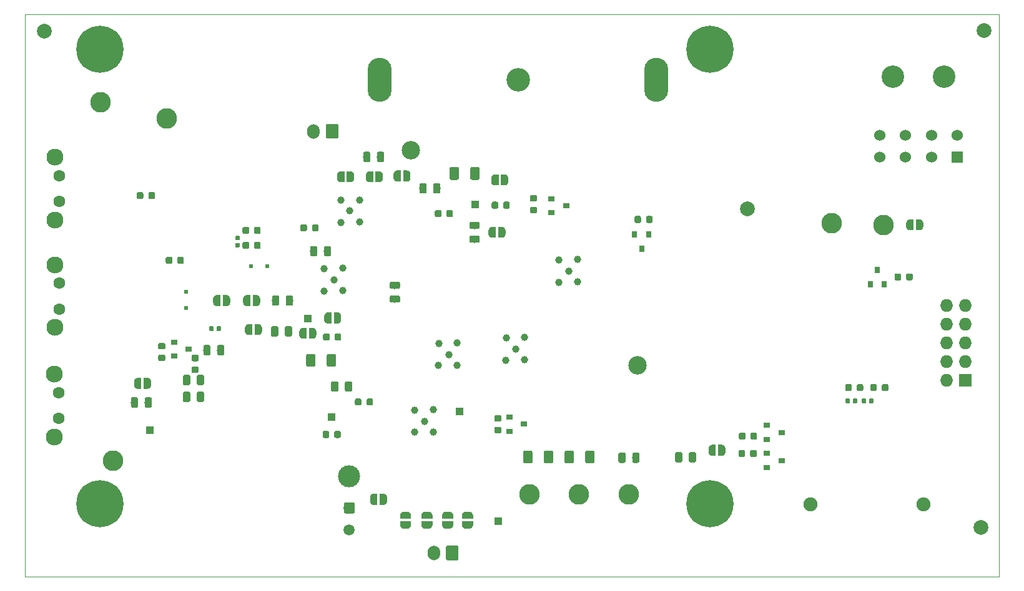
<source format=gbr>
G04 #@! TF.GenerationSoftware,KiCad,Pcbnew,(5.1.2)-1*
G04 #@! TF.CreationDate,2021-02-22T12:01:05+05:45*
G04 #@! TF.ProjectId,Pufferfish-Power-MCU,50756666-6572-4666-9973-682d506f7765,0.0*
G04 #@! TF.SameCoordinates,Original*
G04 #@! TF.FileFunction,Soldermask,Bot*
G04 #@! TF.FilePolarity,Negative*
%FSLAX46Y46*%
G04 Gerber Fmt 4.6, Leading zero omitted, Abs format (unit mm)*
G04 Created by KiCad (PCBNEW (5.1.2)-1) date 2021-02-22 12:01:05*
%MOMM*%
%LPD*%
G04 APERTURE LIST*
%ADD10C,0.100000*%
%ADD11C,2.500000*%
%ADD12C,3.200000*%
%ADD13O,3.250000X6.000000*%
%ADD14C,1.900000*%
%ADD15C,0.875000*%
%ADD16C,0.975000*%
%ADD17R,1.530000X1.530000*%
%ADD18C,1.530000*%
%ADD19C,3.050000*%
%ADD20R,0.900000X0.800000*%
%ADD21C,0.590000*%
%ADD22C,0.500000*%
%ADD23R,0.500000X0.500000*%
%ADD24C,2.300000*%
%ADD25C,1.600000*%
%ADD26C,1.000000*%
%ADD27C,2.000000*%
%ADD28C,0.800000*%
%ADD29C,6.400000*%
%ADD30C,1.500000*%
%ADD31C,3.000000*%
%ADD32R,0.800000X0.900000*%
%ADD33R,1.000000X1.000000*%
%ADD34C,1.700000*%
%ADD35O,1.700000X2.000000*%
%ADD36R,1.727200X1.727200*%
%ADD37O,1.727200X1.727200*%
%ADD38C,1.250000*%
%ADD39C,2.800000*%
G04 APERTURE END LIST*
D10*
X203212700Y-114388900D02*
X203212700Y-119388900D01*
X71094600Y-114401600D02*
X71094600Y-119401600D01*
X82946666Y-47752000D02*
G75*
G03X82946666Y-47752000I-1666666J0D01*
G01*
X78780000Y-47752000D02*
X83780000Y-47752000D01*
X81280000Y-45252000D02*
X81280000Y-50252000D01*
X71094600Y-114401600D02*
X71094600Y-43065700D01*
X203212700Y-119388900D02*
X71094600Y-119401600D01*
X203225400Y-43065700D02*
X203212700Y-114388900D01*
X71094600Y-43065700D02*
X203225400Y-43065700D01*
D11*
G04 #@! TO.C,TP4*
X154178000Y-90678000D03*
G04 #@! TD*
D12*
G04 #@! TO.C,F1*
X138005400Y-51926600D03*
D13*
X119255400Y-51926600D03*
X156755400Y-51926600D03*
G04 #@! TD*
D14*
G04 #@! TO.C,J2*
X192933000Y-109596000D03*
X177653000Y-109596000D03*
G04 #@! TD*
D10*
G04 #@! TO.C,R99*
G36*
X109160091Y-71553653D02*
G01*
X109181326Y-71556803D01*
X109202150Y-71562019D01*
X109222362Y-71569251D01*
X109241768Y-71578430D01*
X109260181Y-71589466D01*
X109277424Y-71602254D01*
X109293330Y-71616670D01*
X109307746Y-71632576D01*
X109320534Y-71649819D01*
X109331570Y-71668232D01*
X109340749Y-71687638D01*
X109347981Y-71707850D01*
X109353197Y-71728674D01*
X109356347Y-71749909D01*
X109357400Y-71771350D01*
X109357400Y-72283850D01*
X109356347Y-72305291D01*
X109353197Y-72326526D01*
X109347981Y-72347350D01*
X109340749Y-72367562D01*
X109331570Y-72386968D01*
X109320534Y-72405381D01*
X109307746Y-72422624D01*
X109293330Y-72438530D01*
X109277424Y-72452946D01*
X109260181Y-72465734D01*
X109241768Y-72476770D01*
X109222362Y-72485949D01*
X109202150Y-72493181D01*
X109181326Y-72498397D01*
X109160091Y-72501547D01*
X109138650Y-72502600D01*
X108701150Y-72502600D01*
X108679709Y-72501547D01*
X108658474Y-72498397D01*
X108637650Y-72493181D01*
X108617438Y-72485949D01*
X108598032Y-72476770D01*
X108579619Y-72465734D01*
X108562376Y-72452946D01*
X108546470Y-72438530D01*
X108532054Y-72422624D01*
X108519266Y-72405381D01*
X108508230Y-72386968D01*
X108499051Y-72367562D01*
X108491819Y-72347350D01*
X108486603Y-72326526D01*
X108483453Y-72305291D01*
X108482400Y-72283850D01*
X108482400Y-71771350D01*
X108483453Y-71749909D01*
X108486603Y-71728674D01*
X108491819Y-71707850D01*
X108499051Y-71687638D01*
X108508230Y-71668232D01*
X108519266Y-71649819D01*
X108532054Y-71632576D01*
X108546470Y-71616670D01*
X108562376Y-71602254D01*
X108579619Y-71589466D01*
X108598032Y-71578430D01*
X108617438Y-71569251D01*
X108637650Y-71562019D01*
X108658474Y-71556803D01*
X108679709Y-71553653D01*
X108701150Y-71552600D01*
X109138650Y-71552600D01*
X109160091Y-71553653D01*
X109160091Y-71553653D01*
G37*
D15*
X108919900Y-72027600D03*
D10*
G36*
X110735091Y-71553653D02*
G01*
X110756326Y-71556803D01*
X110777150Y-71562019D01*
X110797362Y-71569251D01*
X110816768Y-71578430D01*
X110835181Y-71589466D01*
X110852424Y-71602254D01*
X110868330Y-71616670D01*
X110882746Y-71632576D01*
X110895534Y-71649819D01*
X110906570Y-71668232D01*
X110915749Y-71687638D01*
X110922981Y-71707850D01*
X110928197Y-71728674D01*
X110931347Y-71749909D01*
X110932400Y-71771350D01*
X110932400Y-72283850D01*
X110931347Y-72305291D01*
X110928197Y-72326526D01*
X110922981Y-72347350D01*
X110915749Y-72367562D01*
X110906570Y-72386968D01*
X110895534Y-72405381D01*
X110882746Y-72422624D01*
X110868330Y-72438530D01*
X110852424Y-72452946D01*
X110835181Y-72465734D01*
X110816768Y-72476770D01*
X110797362Y-72485949D01*
X110777150Y-72493181D01*
X110756326Y-72498397D01*
X110735091Y-72501547D01*
X110713650Y-72502600D01*
X110276150Y-72502600D01*
X110254709Y-72501547D01*
X110233474Y-72498397D01*
X110212650Y-72493181D01*
X110192438Y-72485949D01*
X110173032Y-72476770D01*
X110154619Y-72465734D01*
X110137376Y-72452946D01*
X110121470Y-72438530D01*
X110107054Y-72422624D01*
X110094266Y-72405381D01*
X110083230Y-72386968D01*
X110074051Y-72367562D01*
X110066819Y-72347350D01*
X110061603Y-72326526D01*
X110058453Y-72305291D01*
X110057400Y-72283850D01*
X110057400Y-71771350D01*
X110058453Y-71749909D01*
X110061603Y-71728674D01*
X110066819Y-71707850D01*
X110074051Y-71687638D01*
X110083230Y-71668232D01*
X110094266Y-71649819D01*
X110107054Y-71632576D01*
X110121470Y-71616670D01*
X110137376Y-71602254D01*
X110154619Y-71589466D01*
X110173032Y-71578430D01*
X110192438Y-71569251D01*
X110212650Y-71562019D01*
X110233474Y-71556803D01*
X110254709Y-71553653D01*
X110276150Y-71552600D01*
X110713650Y-71552600D01*
X110735091Y-71553653D01*
X110735091Y-71553653D01*
G37*
D15*
X110494900Y-72027600D03*
G04 #@! TD*
D10*
G04 #@! TO.C,R49*
G36*
X105248142Y-85407174D02*
G01*
X105271803Y-85410684D01*
X105295007Y-85416496D01*
X105317529Y-85424554D01*
X105339153Y-85434782D01*
X105359670Y-85447079D01*
X105378883Y-85461329D01*
X105396607Y-85477393D01*
X105412671Y-85495117D01*
X105426921Y-85514330D01*
X105439218Y-85534847D01*
X105449446Y-85556471D01*
X105457504Y-85578993D01*
X105463316Y-85602197D01*
X105466826Y-85625858D01*
X105468000Y-85649750D01*
X105468000Y-86562250D01*
X105466826Y-86586142D01*
X105463316Y-86609803D01*
X105457504Y-86633007D01*
X105449446Y-86655529D01*
X105439218Y-86677153D01*
X105426921Y-86697670D01*
X105412671Y-86716883D01*
X105396607Y-86734607D01*
X105378883Y-86750671D01*
X105359670Y-86764921D01*
X105339153Y-86777218D01*
X105317529Y-86787446D01*
X105295007Y-86795504D01*
X105271803Y-86801316D01*
X105248142Y-86804826D01*
X105224250Y-86806000D01*
X104736750Y-86806000D01*
X104712858Y-86804826D01*
X104689197Y-86801316D01*
X104665993Y-86795504D01*
X104643471Y-86787446D01*
X104621847Y-86777218D01*
X104601330Y-86764921D01*
X104582117Y-86750671D01*
X104564393Y-86734607D01*
X104548329Y-86716883D01*
X104534079Y-86697670D01*
X104521782Y-86677153D01*
X104511554Y-86655529D01*
X104503496Y-86633007D01*
X104497684Y-86609803D01*
X104494174Y-86586142D01*
X104493000Y-86562250D01*
X104493000Y-85649750D01*
X104494174Y-85625858D01*
X104497684Y-85602197D01*
X104503496Y-85578993D01*
X104511554Y-85556471D01*
X104521782Y-85534847D01*
X104534079Y-85514330D01*
X104548329Y-85495117D01*
X104564393Y-85477393D01*
X104582117Y-85461329D01*
X104601330Y-85447079D01*
X104621847Y-85434782D01*
X104643471Y-85424554D01*
X104665993Y-85416496D01*
X104689197Y-85410684D01*
X104712858Y-85407174D01*
X104736750Y-85406000D01*
X105224250Y-85406000D01*
X105248142Y-85407174D01*
X105248142Y-85407174D01*
G37*
D16*
X104980500Y-86106000D03*
D10*
G36*
X107123142Y-85407174D02*
G01*
X107146803Y-85410684D01*
X107170007Y-85416496D01*
X107192529Y-85424554D01*
X107214153Y-85434782D01*
X107234670Y-85447079D01*
X107253883Y-85461329D01*
X107271607Y-85477393D01*
X107287671Y-85495117D01*
X107301921Y-85514330D01*
X107314218Y-85534847D01*
X107324446Y-85556471D01*
X107332504Y-85578993D01*
X107338316Y-85602197D01*
X107341826Y-85625858D01*
X107343000Y-85649750D01*
X107343000Y-86562250D01*
X107341826Y-86586142D01*
X107338316Y-86609803D01*
X107332504Y-86633007D01*
X107324446Y-86655529D01*
X107314218Y-86677153D01*
X107301921Y-86697670D01*
X107287671Y-86716883D01*
X107271607Y-86734607D01*
X107253883Y-86750671D01*
X107234670Y-86764921D01*
X107214153Y-86777218D01*
X107192529Y-86787446D01*
X107170007Y-86795504D01*
X107146803Y-86801316D01*
X107123142Y-86804826D01*
X107099250Y-86806000D01*
X106611750Y-86806000D01*
X106587858Y-86804826D01*
X106564197Y-86801316D01*
X106540993Y-86795504D01*
X106518471Y-86787446D01*
X106496847Y-86777218D01*
X106476330Y-86764921D01*
X106457117Y-86750671D01*
X106439393Y-86734607D01*
X106423329Y-86716883D01*
X106409079Y-86697670D01*
X106396782Y-86677153D01*
X106386554Y-86655529D01*
X106378496Y-86633007D01*
X106372684Y-86609803D01*
X106369174Y-86586142D01*
X106368000Y-86562250D01*
X106368000Y-85649750D01*
X106369174Y-85625858D01*
X106372684Y-85602197D01*
X106378496Y-85578993D01*
X106386554Y-85556471D01*
X106396782Y-85534847D01*
X106409079Y-85514330D01*
X106423329Y-85495117D01*
X106439393Y-85477393D01*
X106457117Y-85461329D01*
X106476330Y-85447079D01*
X106496847Y-85434782D01*
X106518471Y-85424554D01*
X106540993Y-85416496D01*
X106564197Y-85410684D01*
X106587858Y-85407174D01*
X106611750Y-85406000D01*
X107099250Y-85406000D01*
X107123142Y-85407174D01*
X107123142Y-85407174D01*
G37*
D16*
X106855500Y-86106000D03*
G04 #@! TD*
D17*
G04 #@! TO.C,J1*
X197528000Y-62460000D03*
D18*
X194028000Y-62460000D03*
X190528000Y-62460000D03*
X187028000Y-62460000D03*
X197528000Y-59460000D03*
X194028000Y-59460000D03*
X190528000Y-59460000D03*
X187028000Y-59460000D03*
D19*
X195778000Y-51550000D03*
X188778000Y-51550000D03*
G04 #@! TD*
D20*
G04 #@! TO.C,Q9*
X136787000Y-99657000D03*
X136787000Y-97757000D03*
X138787000Y-98707000D03*
G04 #@! TD*
D10*
G04 #@! TO.C,C100*
G36*
X100123258Y-74104710D02*
G01*
X100137576Y-74106834D01*
X100151617Y-74110351D01*
X100165246Y-74115228D01*
X100178331Y-74121417D01*
X100190747Y-74128858D01*
X100202373Y-74137481D01*
X100213098Y-74147202D01*
X100222819Y-74157927D01*
X100231442Y-74169553D01*
X100238883Y-74181969D01*
X100245072Y-74195054D01*
X100249949Y-74208683D01*
X100253466Y-74222724D01*
X100255590Y-74237042D01*
X100256300Y-74251500D01*
X100256300Y-74546500D01*
X100255590Y-74560958D01*
X100253466Y-74575276D01*
X100249949Y-74589317D01*
X100245072Y-74602946D01*
X100238883Y-74616031D01*
X100231442Y-74628447D01*
X100222819Y-74640073D01*
X100213098Y-74650798D01*
X100202373Y-74660519D01*
X100190747Y-74669142D01*
X100178331Y-74676583D01*
X100165246Y-74682772D01*
X100151617Y-74687649D01*
X100137576Y-74691166D01*
X100123258Y-74693290D01*
X100108800Y-74694000D01*
X99763800Y-74694000D01*
X99749342Y-74693290D01*
X99735024Y-74691166D01*
X99720983Y-74687649D01*
X99707354Y-74682772D01*
X99694269Y-74676583D01*
X99681853Y-74669142D01*
X99670227Y-74660519D01*
X99659502Y-74650798D01*
X99649781Y-74640073D01*
X99641158Y-74628447D01*
X99633717Y-74616031D01*
X99627528Y-74602946D01*
X99622651Y-74589317D01*
X99619134Y-74575276D01*
X99617010Y-74560958D01*
X99616300Y-74546500D01*
X99616300Y-74251500D01*
X99617010Y-74237042D01*
X99619134Y-74222724D01*
X99622651Y-74208683D01*
X99627528Y-74195054D01*
X99633717Y-74181969D01*
X99641158Y-74169553D01*
X99649781Y-74157927D01*
X99659502Y-74147202D01*
X99670227Y-74137481D01*
X99681853Y-74128858D01*
X99694269Y-74121417D01*
X99707354Y-74115228D01*
X99720983Y-74110351D01*
X99735024Y-74106834D01*
X99749342Y-74104710D01*
X99763800Y-74104000D01*
X100108800Y-74104000D01*
X100123258Y-74104710D01*
X100123258Y-74104710D01*
G37*
D21*
X99936300Y-74399000D03*
D10*
G36*
X100123258Y-73134710D02*
G01*
X100137576Y-73136834D01*
X100151617Y-73140351D01*
X100165246Y-73145228D01*
X100178331Y-73151417D01*
X100190747Y-73158858D01*
X100202373Y-73167481D01*
X100213098Y-73177202D01*
X100222819Y-73187927D01*
X100231442Y-73199553D01*
X100238883Y-73211969D01*
X100245072Y-73225054D01*
X100249949Y-73238683D01*
X100253466Y-73252724D01*
X100255590Y-73267042D01*
X100256300Y-73281500D01*
X100256300Y-73576500D01*
X100255590Y-73590958D01*
X100253466Y-73605276D01*
X100249949Y-73619317D01*
X100245072Y-73632946D01*
X100238883Y-73646031D01*
X100231442Y-73658447D01*
X100222819Y-73670073D01*
X100213098Y-73680798D01*
X100202373Y-73690519D01*
X100190747Y-73699142D01*
X100178331Y-73706583D01*
X100165246Y-73712772D01*
X100151617Y-73717649D01*
X100137576Y-73721166D01*
X100123258Y-73723290D01*
X100108800Y-73724000D01*
X99763800Y-73724000D01*
X99749342Y-73723290D01*
X99735024Y-73721166D01*
X99720983Y-73717649D01*
X99707354Y-73712772D01*
X99694269Y-73706583D01*
X99681853Y-73699142D01*
X99670227Y-73690519D01*
X99659502Y-73680798D01*
X99649781Y-73670073D01*
X99641158Y-73658447D01*
X99633717Y-73646031D01*
X99627528Y-73632946D01*
X99622651Y-73619317D01*
X99619134Y-73605276D01*
X99617010Y-73590958D01*
X99616300Y-73576500D01*
X99616300Y-73281500D01*
X99617010Y-73267042D01*
X99619134Y-73252724D01*
X99622651Y-73238683D01*
X99627528Y-73225054D01*
X99633717Y-73211969D01*
X99641158Y-73199553D01*
X99649781Y-73187927D01*
X99659502Y-73177202D01*
X99670227Y-73167481D01*
X99681853Y-73158858D01*
X99694269Y-73151417D01*
X99707354Y-73145228D01*
X99720983Y-73140351D01*
X99735024Y-73136834D01*
X99749342Y-73134710D01*
X99763800Y-73134000D01*
X100108800Y-73134000D01*
X100123258Y-73134710D01*
X100123258Y-73134710D01*
G37*
D21*
X99936300Y-73429000D03*
G04 #@! TD*
D10*
G04 #@! TO.C,C70*
G36*
X97547958Y-85405710D02*
G01*
X97562276Y-85407834D01*
X97576317Y-85411351D01*
X97589946Y-85416228D01*
X97603031Y-85422417D01*
X97615447Y-85429858D01*
X97627073Y-85438481D01*
X97637798Y-85448202D01*
X97647519Y-85458927D01*
X97656142Y-85470553D01*
X97663583Y-85482969D01*
X97669772Y-85496054D01*
X97674649Y-85509683D01*
X97678166Y-85523724D01*
X97680290Y-85538042D01*
X97681000Y-85552500D01*
X97681000Y-85897500D01*
X97680290Y-85911958D01*
X97678166Y-85926276D01*
X97674649Y-85940317D01*
X97669772Y-85953946D01*
X97663583Y-85967031D01*
X97656142Y-85979447D01*
X97647519Y-85991073D01*
X97637798Y-86001798D01*
X97627073Y-86011519D01*
X97615447Y-86020142D01*
X97603031Y-86027583D01*
X97589946Y-86033772D01*
X97576317Y-86038649D01*
X97562276Y-86042166D01*
X97547958Y-86044290D01*
X97533500Y-86045000D01*
X97238500Y-86045000D01*
X97224042Y-86044290D01*
X97209724Y-86042166D01*
X97195683Y-86038649D01*
X97182054Y-86033772D01*
X97168969Y-86027583D01*
X97156553Y-86020142D01*
X97144927Y-86011519D01*
X97134202Y-86001798D01*
X97124481Y-85991073D01*
X97115858Y-85979447D01*
X97108417Y-85967031D01*
X97102228Y-85953946D01*
X97097351Y-85940317D01*
X97093834Y-85926276D01*
X97091710Y-85911958D01*
X97091000Y-85897500D01*
X97091000Y-85552500D01*
X97091710Y-85538042D01*
X97093834Y-85523724D01*
X97097351Y-85509683D01*
X97102228Y-85496054D01*
X97108417Y-85482969D01*
X97115858Y-85470553D01*
X97124481Y-85458927D01*
X97134202Y-85448202D01*
X97144927Y-85438481D01*
X97156553Y-85429858D01*
X97168969Y-85422417D01*
X97182054Y-85416228D01*
X97195683Y-85411351D01*
X97209724Y-85407834D01*
X97224042Y-85405710D01*
X97238500Y-85405000D01*
X97533500Y-85405000D01*
X97547958Y-85405710D01*
X97547958Y-85405710D01*
G37*
D21*
X97386000Y-85725000D03*
D10*
G36*
X96577958Y-85405710D02*
G01*
X96592276Y-85407834D01*
X96606317Y-85411351D01*
X96619946Y-85416228D01*
X96633031Y-85422417D01*
X96645447Y-85429858D01*
X96657073Y-85438481D01*
X96667798Y-85448202D01*
X96677519Y-85458927D01*
X96686142Y-85470553D01*
X96693583Y-85482969D01*
X96699772Y-85496054D01*
X96704649Y-85509683D01*
X96708166Y-85523724D01*
X96710290Y-85538042D01*
X96711000Y-85552500D01*
X96711000Y-85897500D01*
X96710290Y-85911958D01*
X96708166Y-85926276D01*
X96704649Y-85940317D01*
X96699772Y-85953946D01*
X96693583Y-85967031D01*
X96686142Y-85979447D01*
X96677519Y-85991073D01*
X96667798Y-86001798D01*
X96657073Y-86011519D01*
X96645447Y-86020142D01*
X96633031Y-86027583D01*
X96619946Y-86033772D01*
X96606317Y-86038649D01*
X96592276Y-86042166D01*
X96577958Y-86044290D01*
X96563500Y-86045000D01*
X96268500Y-86045000D01*
X96254042Y-86044290D01*
X96239724Y-86042166D01*
X96225683Y-86038649D01*
X96212054Y-86033772D01*
X96198969Y-86027583D01*
X96186553Y-86020142D01*
X96174927Y-86011519D01*
X96164202Y-86001798D01*
X96154481Y-85991073D01*
X96145858Y-85979447D01*
X96138417Y-85967031D01*
X96132228Y-85953946D01*
X96127351Y-85940317D01*
X96123834Y-85926276D01*
X96121710Y-85911958D01*
X96121000Y-85897500D01*
X96121000Y-85552500D01*
X96121710Y-85538042D01*
X96123834Y-85523724D01*
X96127351Y-85509683D01*
X96132228Y-85496054D01*
X96138417Y-85482969D01*
X96145858Y-85470553D01*
X96154481Y-85458927D01*
X96164202Y-85448202D01*
X96174927Y-85438481D01*
X96186553Y-85429858D01*
X96198969Y-85422417D01*
X96212054Y-85416228D01*
X96225683Y-85411351D01*
X96239724Y-85407834D01*
X96254042Y-85405710D01*
X96268500Y-85405000D01*
X96563500Y-85405000D01*
X96577958Y-85405710D01*
X96577958Y-85405710D01*
G37*
D21*
X96416000Y-85725000D03*
G04 #@! TD*
D10*
G04 #@! TO.C,C51*
G36*
X183828458Y-95224710D02*
G01*
X183842776Y-95226834D01*
X183856817Y-95230351D01*
X183870446Y-95235228D01*
X183883531Y-95241417D01*
X183895947Y-95248858D01*
X183907573Y-95257481D01*
X183918298Y-95267202D01*
X183928019Y-95277927D01*
X183936642Y-95289553D01*
X183944083Y-95301969D01*
X183950272Y-95315054D01*
X183955149Y-95328683D01*
X183958666Y-95342724D01*
X183960790Y-95357042D01*
X183961500Y-95371500D01*
X183961500Y-95716500D01*
X183960790Y-95730958D01*
X183958666Y-95745276D01*
X183955149Y-95759317D01*
X183950272Y-95772946D01*
X183944083Y-95786031D01*
X183936642Y-95798447D01*
X183928019Y-95810073D01*
X183918298Y-95820798D01*
X183907573Y-95830519D01*
X183895947Y-95839142D01*
X183883531Y-95846583D01*
X183870446Y-95852772D01*
X183856817Y-95857649D01*
X183842776Y-95861166D01*
X183828458Y-95863290D01*
X183814000Y-95864000D01*
X183519000Y-95864000D01*
X183504542Y-95863290D01*
X183490224Y-95861166D01*
X183476183Y-95857649D01*
X183462554Y-95852772D01*
X183449469Y-95846583D01*
X183437053Y-95839142D01*
X183425427Y-95830519D01*
X183414702Y-95820798D01*
X183404981Y-95810073D01*
X183396358Y-95798447D01*
X183388917Y-95786031D01*
X183382728Y-95772946D01*
X183377851Y-95759317D01*
X183374334Y-95745276D01*
X183372210Y-95730958D01*
X183371500Y-95716500D01*
X183371500Y-95371500D01*
X183372210Y-95357042D01*
X183374334Y-95342724D01*
X183377851Y-95328683D01*
X183382728Y-95315054D01*
X183388917Y-95301969D01*
X183396358Y-95289553D01*
X183404981Y-95277927D01*
X183414702Y-95267202D01*
X183425427Y-95257481D01*
X183437053Y-95248858D01*
X183449469Y-95241417D01*
X183462554Y-95235228D01*
X183476183Y-95230351D01*
X183490224Y-95226834D01*
X183504542Y-95224710D01*
X183519000Y-95224000D01*
X183814000Y-95224000D01*
X183828458Y-95224710D01*
X183828458Y-95224710D01*
G37*
D21*
X183666500Y-95544000D03*
D10*
G36*
X182858458Y-95224710D02*
G01*
X182872776Y-95226834D01*
X182886817Y-95230351D01*
X182900446Y-95235228D01*
X182913531Y-95241417D01*
X182925947Y-95248858D01*
X182937573Y-95257481D01*
X182948298Y-95267202D01*
X182958019Y-95277927D01*
X182966642Y-95289553D01*
X182974083Y-95301969D01*
X182980272Y-95315054D01*
X182985149Y-95328683D01*
X182988666Y-95342724D01*
X182990790Y-95357042D01*
X182991500Y-95371500D01*
X182991500Y-95716500D01*
X182990790Y-95730958D01*
X182988666Y-95745276D01*
X182985149Y-95759317D01*
X182980272Y-95772946D01*
X182974083Y-95786031D01*
X182966642Y-95798447D01*
X182958019Y-95810073D01*
X182948298Y-95820798D01*
X182937573Y-95830519D01*
X182925947Y-95839142D01*
X182913531Y-95846583D01*
X182900446Y-95852772D01*
X182886817Y-95857649D01*
X182872776Y-95861166D01*
X182858458Y-95863290D01*
X182844000Y-95864000D01*
X182549000Y-95864000D01*
X182534542Y-95863290D01*
X182520224Y-95861166D01*
X182506183Y-95857649D01*
X182492554Y-95852772D01*
X182479469Y-95846583D01*
X182467053Y-95839142D01*
X182455427Y-95830519D01*
X182444702Y-95820798D01*
X182434981Y-95810073D01*
X182426358Y-95798447D01*
X182418917Y-95786031D01*
X182412728Y-95772946D01*
X182407851Y-95759317D01*
X182404334Y-95745276D01*
X182402210Y-95730958D01*
X182401500Y-95716500D01*
X182401500Y-95371500D01*
X182402210Y-95357042D01*
X182404334Y-95342724D01*
X182407851Y-95328683D01*
X182412728Y-95315054D01*
X182418917Y-95301969D01*
X182426358Y-95289553D01*
X182434981Y-95277927D01*
X182444702Y-95267202D01*
X182455427Y-95257481D01*
X182467053Y-95248858D01*
X182479469Y-95241417D01*
X182492554Y-95235228D01*
X182506183Y-95230351D01*
X182520224Y-95226834D01*
X182534542Y-95224710D01*
X182549000Y-95224000D01*
X182844000Y-95224000D01*
X182858458Y-95224710D01*
X182858458Y-95224710D01*
G37*
D21*
X182696500Y-95544000D03*
G04 #@! TD*
D10*
G04 #@! TO.C,C50*
G36*
X186028458Y-95224710D02*
G01*
X186042776Y-95226834D01*
X186056817Y-95230351D01*
X186070446Y-95235228D01*
X186083531Y-95241417D01*
X186095947Y-95248858D01*
X186107573Y-95257481D01*
X186118298Y-95267202D01*
X186128019Y-95277927D01*
X186136642Y-95289553D01*
X186144083Y-95301969D01*
X186150272Y-95315054D01*
X186155149Y-95328683D01*
X186158666Y-95342724D01*
X186160790Y-95357042D01*
X186161500Y-95371500D01*
X186161500Y-95716500D01*
X186160790Y-95730958D01*
X186158666Y-95745276D01*
X186155149Y-95759317D01*
X186150272Y-95772946D01*
X186144083Y-95786031D01*
X186136642Y-95798447D01*
X186128019Y-95810073D01*
X186118298Y-95820798D01*
X186107573Y-95830519D01*
X186095947Y-95839142D01*
X186083531Y-95846583D01*
X186070446Y-95852772D01*
X186056817Y-95857649D01*
X186042776Y-95861166D01*
X186028458Y-95863290D01*
X186014000Y-95864000D01*
X185719000Y-95864000D01*
X185704542Y-95863290D01*
X185690224Y-95861166D01*
X185676183Y-95857649D01*
X185662554Y-95852772D01*
X185649469Y-95846583D01*
X185637053Y-95839142D01*
X185625427Y-95830519D01*
X185614702Y-95820798D01*
X185604981Y-95810073D01*
X185596358Y-95798447D01*
X185588917Y-95786031D01*
X185582728Y-95772946D01*
X185577851Y-95759317D01*
X185574334Y-95745276D01*
X185572210Y-95730958D01*
X185571500Y-95716500D01*
X185571500Y-95371500D01*
X185572210Y-95357042D01*
X185574334Y-95342724D01*
X185577851Y-95328683D01*
X185582728Y-95315054D01*
X185588917Y-95301969D01*
X185596358Y-95289553D01*
X185604981Y-95277927D01*
X185614702Y-95267202D01*
X185625427Y-95257481D01*
X185637053Y-95248858D01*
X185649469Y-95241417D01*
X185662554Y-95235228D01*
X185676183Y-95230351D01*
X185690224Y-95226834D01*
X185704542Y-95224710D01*
X185719000Y-95224000D01*
X186014000Y-95224000D01*
X186028458Y-95224710D01*
X186028458Y-95224710D01*
G37*
D21*
X185866500Y-95544000D03*
D10*
G36*
X185058458Y-95224710D02*
G01*
X185072776Y-95226834D01*
X185086817Y-95230351D01*
X185100446Y-95235228D01*
X185113531Y-95241417D01*
X185125947Y-95248858D01*
X185137573Y-95257481D01*
X185148298Y-95267202D01*
X185158019Y-95277927D01*
X185166642Y-95289553D01*
X185174083Y-95301969D01*
X185180272Y-95315054D01*
X185185149Y-95328683D01*
X185188666Y-95342724D01*
X185190790Y-95357042D01*
X185191500Y-95371500D01*
X185191500Y-95716500D01*
X185190790Y-95730958D01*
X185188666Y-95745276D01*
X185185149Y-95759317D01*
X185180272Y-95772946D01*
X185174083Y-95786031D01*
X185166642Y-95798447D01*
X185158019Y-95810073D01*
X185148298Y-95820798D01*
X185137573Y-95830519D01*
X185125947Y-95839142D01*
X185113531Y-95846583D01*
X185100446Y-95852772D01*
X185086817Y-95857649D01*
X185072776Y-95861166D01*
X185058458Y-95863290D01*
X185044000Y-95864000D01*
X184749000Y-95864000D01*
X184734542Y-95863290D01*
X184720224Y-95861166D01*
X184706183Y-95857649D01*
X184692554Y-95852772D01*
X184679469Y-95846583D01*
X184667053Y-95839142D01*
X184655427Y-95830519D01*
X184644702Y-95820798D01*
X184634981Y-95810073D01*
X184626358Y-95798447D01*
X184618917Y-95786031D01*
X184612728Y-95772946D01*
X184607851Y-95759317D01*
X184604334Y-95745276D01*
X184602210Y-95730958D01*
X184601500Y-95716500D01*
X184601500Y-95371500D01*
X184602210Y-95357042D01*
X184604334Y-95342724D01*
X184607851Y-95328683D01*
X184612728Y-95315054D01*
X184618917Y-95301969D01*
X184626358Y-95289553D01*
X184634981Y-95277927D01*
X184644702Y-95267202D01*
X184655427Y-95257481D01*
X184667053Y-95248858D01*
X184679469Y-95241417D01*
X184692554Y-95235228D01*
X184706183Y-95230351D01*
X184720224Y-95226834D01*
X184734542Y-95224710D01*
X184749000Y-95224000D01*
X185044000Y-95224000D01*
X185058458Y-95224710D01*
X185058458Y-95224710D01*
G37*
D21*
X184896500Y-95544000D03*
G04 #@! TD*
D22*
G04 #@! TO.C,JP1*
X86407400Y-93152600D03*
D10*
G36*
X86407400Y-93901998D02*
G01*
X86382866Y-93901998D01*
X86334035Y-93897188D01*
X86285910Y-93887616D01*
X86238955Y-93873372D01*
X86193622Y-93854595D01*
X86150349Y-93831464D01*
X86109550Y-93804204D01*
X86071621Y-93773076D01*
X86036924Y-93738379D01*
X86005796Y-93700450D01*
X85978536Y-93659651D01*
X85955405Y-93616378D01*
X85936628Y-93571045D01*
X85922384Y-93524090D01*
X85912812Y-93475965D01*
X85908002Y-93427134D01*
X85908002Y-93402600D01*
X85907400Y-93402600D01*
X85907400Y-92902600D01*
X85908002Y-92902600D01*
X85908002Y-92878066D01*
X85912812Y-92829235D01*
X85922384Y-92781110D01*
X85936628Y-92734155D01*
X85955405Y-92688822D01*
X85978536Y-92645549D01*
X86005796Y-92604750D01*
X86036924Y-92566821D01*
X86071621Y-92532124D01*
X86109550Y-92500996D01*
X86150349Y-92473736D01*
X86193622Y-92450605D01*
X86238955Y-92431828D01*
X86285910Y-92417584D01*
X86334035Y-92408012D01*
X86382866Y-92403202D01*
X86407400Y-92403202D01*
X86407400Y-92402600D01*
X86907400Y-92402600D01*
X86907400Y-93902600D01*
X86407400Y-93902600D01*
X86407400Y-93901998D01*
X86407400Y-93901998D01*
G37*
D22*
X87707400Y-93152600D03*
D10*
G36*
X87207400Y-92402600D02*
G01*
X87707400Y-92402600D01*
X87707400Y-92403202D01*
X87731934Y-92403202D01*
X87780765Y-92408012D01*
X87828890Y-92417584D01*
X87875845Y-92431828D01*
X87921178Y-92450605D01*
X87964451Y-92473736D01*
X88005250Y-92500996D01*
X88043179Y-92532124D01*
X88077876Y-92566821D01*
X88109004Y-92604750D01*
X88136264Y-92645549D01*
X88159395Y-92688822D01*
X88178172Y-92734155D01*
X88192416Y-92781110D01*
X88201988Y-92829235D01*
X88206798Y-92878066D01*
X88206798Y-92902600D01*
X88207400Y-92902600D01*
X88207400Y-93402600D01*
X88206798Y-93402600D01*
X88206798Y-93427134D01*
X88201988Y-93475965D01*
X88192416Y-93524090D01*
X88178172Y-93571045D01*
X88159395Y-93616378D01*
X88136264Y-93659651D01*
X88109004Y-93700450D01*
X88077876Y-93738379D01*
X88043179Y-93773076D01*
X88005250Y-93804204D01*
X87964451Y-93831464D01*
X87921178Y-93854595D01*
X87875845Y-93873372D01*
X87828890Y-93887616D01*
X87780765Y-93897188D01*
X87731934Y-93901998D01*
X87707400Y-93901998D01*
X87707400Y-93902600D01*
X87207400Y-93902600D01*
X87207400Y-92402600D01*
X87207400Y-92402600D01*
G37*
G04 #@! TD*
D23*
G04 #@! TO.C,D3*
X92964000Y-80688000D03*
X92964000Y-82888000D03*
G04 #@! TD*
G04 #@! TO.C,D4*
X103970000Y-77216000D03*
X101770000Y-77216000D03*
G04 #@! TD*
D24*
G04 #@! TO.C,J5*
X75189000Y-70953000D03*
X75189000Y-62453000D03*
D25*
X75819000Y-68453000D03*
X75819000Y-64953000D03*
G04 #@! TD*
D10*
G04 #@! TO.C,R39*
G36*
X184596691Y-93270053D02*
G01*
X184617926Y-93273203D01*
X184638750Y-93278419D01*
X184658962Y-93285651D01*
X184678368Y-93294830D01*
X184696781Y-93305866D01*
X184714024Y-93318654D01*
X184729930Y-93333070D01*
X184744346Y-93348976D01*
X184757134Y-93366219D01*
X184768170Y-93384632D01*
X184777349Y-93404038D01*
X184784581Y-93424250D01*
X184789797Y-93445074D01*
X184792947Y-93466309D01*
X184794000Y-93487750D01*
X184794000Y-94000250D01*
X184792947Y-94021691D01*
X184789797Y-94042926D01*
X184784581Y-94063750D01*
X184777349Y-94083962D01*
X184768170Y-94103368D01*
X184757134Y-94121781D01*
X184744346Y-94139024D01*
X184729930Y-94154930D01*
X184714024Y-94169346D01*
X184696781Y-94182134D01*
X184678368Y-94193170D01*
X184658962Y-94202349D01*
X184638750Y-94209581D01*
X184617926Y-94214797D01*
X184596691Y-94217947D01*
X184575250Y-94219000D01*
X184137750Y-94219000D01*
X184116309Y-94217947D01*
X184095074Y-94214797D01*
X184074250Y-94209581D01*
X184054038Y-94202349D01*
X184034632Y-94193170D01*
X184016219Y-94182134D01*
X183998976Y-94169346D01*
X183983070Y-94154930D01*
X183968654Y-94139024D01*
X183955866Y-94121781D01*
X183944830Y-94103368D01*
X183935651Y-94083962D01*
X183928419Y-94063750D01*
X183923203Y-94042926D01*
X183920053Y-94021691D01*
X183919000Y-94000250D01*
X183919000Y-93487750D01*
X183920053Y-93466309D01*
X183923203Y-93445074D01*
X183928419Y-93424250D01*
X183935651Y-93404038D01*
X183944830Y-93384632D01*
X183955866Y-93366219D01*
X183968654Y-93348976D01*
X183983070Y-93333070D01*
X183998976Y-93318654D01*
X184016219Y-93305866D01*
X184034632Y-93294830D01*
X184054038Y-93285651D01*
X184074250Y-93278419D01*
X184095074Y-93273203D01*
X184116309Y-93270053D01*
X184137750Y-93269000D01*
X184575250Y-93269000D01*
X184596691Y-93270053D01*
X184596691Y-93270053D01*
G37*
D15*
X184356500Y-93744000D03*
D10*
G36*
X183021691Y-93270053D02*
G01*
X183042926Y-93273203D01*
X183063750Y-93278419D01*
X183083962Y-93285651D01*
X183103368Y-93294830D01*
X183121781Y-93305866D01*
X183139024Y-93318654D01*
X183154930Y-93333070D01*
X183169346Y-93348976D01*
X183182134Y-93366219D01*
X183193170Y-93384632D01*
X183202349Y-93404038D01*
X183209581Y-93424250D01*
X183214797Y-93445074D01*
X183217947Y-93466309D01*
X183219000Y-93487750D01*
X183219000Y-94000250D01*
X183217947Y-94021691D01*
X183214797Y-94042926D01*
X183209581Y-94063750D01*
X183202349Y-94083962D01*
X183193170Y-94103368D01*
X183182134Y-94121781D01*
X183169346Y-94139024D01*
X183154930Y-94154930D01*
X183139024Y-94169346D01*
X183121781Y-94182134D01*
X183103368Y-94193170D01*
X183083962Y-94202349D01*
X183063750Y-94209581D01*
X183042926Y-94214797D01*
X183021691Y-94217947D01*
X183000250Y-94219000D01*
X182562750Y-94219000D01*
X182541309Y-94217947D01*
X182520074Y-94214797D01*
X182499250Y-94209581D01*
X182479038Y-94202349D01*
X182459632Y-94193170D01*
X182441219Y-94182134D01*
X182423976Y-94169346D01*
X182408070Y-94154930D01*
X182393654Y-94139024D01*
X182380866Y-94121781D01*
X182369830Y-94103368D01*
X182360651Y-94083962D01*
X182353419Y-94063750D01*
X182348203Y-94042926D01*
X182345053Y-94021691D01*
X182344000Y-94000250D01*
X182344000Y-93487750D01*
X182345053Y-93466309D01*
X182348203Y-93445074D01*
X182353419Y-93424250D01*
X182360651Y-93404038D01*
X182369830Y-93384632D01*
X182380866Y-93366219D01*
X182393654Y-93348976D01*
X182408070Y-93333070D01*
X182423976Y-93318654D01*
X182441219Y-93305866D01*
X182459632Y-93294830D01*
X182479038Y-93285651D01*
X182499250Y-93278419D01*
X182520074Y-93273203D01*
X182541309Y-93270053D01*
X182562750Y-93269000D01*
X183000250Y-93269000D01*
X183021691Y-93270053D01*
X183021691Y-93270053D01*
G37*
D15*
X182781500Y-93744000D03*
G04 #@! TD*
D10*
G04 #@! TO.C,R40*
G36*
X187996691Y-93257553D02*
G01*
X188017926Y-93260703D01*
X188038750Y-93265919D01*
X188058962Y-93273151D01*
X188078368Y-93282330D01*
X188096781Y-93293366D01*
X188114024Y-93306154D01*
X188129930Y-93320570D01*
X188144346Y-93336476D01*
X188157134Y-93353719D01*
X188168170Y-93372132D01*
X188177349Y-93391538D01*
X188184581Y-93411750D01*
X188189797Y-93432574D01*
X188192947Y-93453809D01*
X188194000Y-93475250D01*
X188194000Y-93987750D01*
X188192947Y-94009191D01*
X188189797Y-94030426D01*
X188184581Y-94051250D01*
X188177349Y-94071462D01*
X188168170Y-94090868D01*
X188157134Y-94109281D01*
X188144346Y-94126524D01*
X188129930Y-94142430D01*
X188114024Y-94156846D01*
X188096781Y-94169634D01*
X188078368Y-94180670D01*
X188058962Y-94189849D01*
X188038750Y-94197081D01*
X188017926Y-94202297D01*
X187996691Y-94205447D01*
X187975250Y-94206500D01*
X187537750Y-94206500D01*
X187516309Y-94205447D01*
X187495074Y-94202297D01*
X187474250Y-94197081D01*
X187454038Y-94189849D01*
X187434632Y-94180670D01*
X187416219Y-94169634D01*
X187398976Y-94156846D01*
X187383070Y-94142430D01*
X187368654Y-94126524D01*
X187355866Y-94109281D01*
X187344830Y-94090868D01*
X187335651Y-94071462D01*
X187328419Y-94051250D01*
X187323203Y-94030426D01*
X187320053Y-94009191D01*
X187319000Y-93987750D01*
X187319000Y-93475250D01*
X187320053Y-93453809D01*
X187323203Y-93432574D01*
X187328419Y-93411750D01*
X187335651Y-93391538D01*
X187344830Y-93372132D01*
X187355866Y-93353719D01*
X187368654Y-93336476D01*
X187383070Y-93320570D01*
X187398976Y-93306154D01*
X187416219Y-93293366D01*
X187434632Y-93282330D01*
X187454038Y-93273151D01*
X187474250Y-93265919D01*
X187495074Y-93260703D01*
X187516309Y-93257553D01*
X187537750Y-93256500D01*
X187975250Y-93256500D01*
X187996691Y-93257553D01*
X187996691Y-93257553D01*
G37*
D15*
X187756500Y-93731500D03*
D10*
G36*
X186421691Y-93257553D02*
G01*
X186442926Y-93260703D01*
X186463750Y-93265919D01*
X186483962Y-93273151D01*
X186503368Y-93282330D01*
X186521781Y-93293366D01*
X186539024Y-93306154D01*
X186554930Y-93320570D01*
X186569346Y-93336476D01*
X186582134Y-93353719D01*
X186593170Y-93372132D01*
X186602349Y-93391538D01*
X186609581Y-93411750D01*
X186614797Y-93432574D01*
X186617947Y-93453809D01*
X186619000Y-93475250D01*
X186619000Y-93987750D01*
X186617947Y-94009191D01*
X186614797Y-94030426D01*
X186609581Y-94051250D01*
X186602349Y-94071462D01*
X186593170Y-94090868D01*
X186582134Y-94109281D01*
X186569346Y-94126524D01*
X186554930Y-94142430D01*
X186539024Y-94156846D01*
X186521781Y-94169634D01*
X186503368Y-94180670D01*
X186483962Y-94189849D01*
X186463750Y-94197081D01*
X186442926Y-94202297D01*
X186421691Y-94205447D01*
X186400250Y-94206500D01*
X185962750Y-94206500D01*
X185941309Y-94205447D01*
X185920074Y-94202297D01*
X185899250Y-94197081D01*
X185879038Y-94189849D01*
X185859632Y-94180670D01*
X185841219Y-94169634D01*
X185823976Y-94156846D01*
X185808070Y-94142430D01*
X185793654Y-94126524D01*
X185780866Y-94109281D01*
X185769830Y-94090868D01*
X185760651Y-94071462D01*
X185753419Y-94051250D01*
X185748203Y-94030426D01*
X185745053Y-94009191D01*
X185744000Y-93987750D01*
X185744000Y-93475250D01*
X185745053Y-93453809D01*
X185748203Y-93432574D01*
X185753419Y-93411750D01*
X185760651Y-93391538D01*
X185769830Y-93372132D01*
X185780866Y-93353719D01*
X185793654Y-93336476D01*
X185808070Y-93320570D01*
X185823976Y-93306154D01*
X185841219Y-93293366D01*
X185859632Y-93282330D01*
X185879038Y-93273151D01*
X185899250Y-93265919D01*
X185920074Y-93260703D01*
X185941309Y-93257553D01*
X185962750Y-93256500D01*
X186400250Y-93256500D01*
X186421691Y-93257553D01*
X186421691Y-93257553D01*
G37*
D15*
X186181500Y-93731500D03*
G04 #@! TD*
D10*
G04 #@! TO.C,R53*
G36*
X154452691Y-70426053D02*
G01*
X154473926Y-70429203D01*
X154494750Y-70434419D01*
X154514962Y-70441651D01*
X154534368Y-70450830D01*
X154552781Y-70461866D01*
X154570024Y-70474654D01*
X154585930Y-70489070D01*
X154600346Y-70504976D01*
X154613134Y-70522219D01*
X154624170Y-70540632D01*
X154633349Y-70560038D01*
X154640581Y-70580250D01*
X154645797Y-70601074D01*
X154648947Y-70622309D01*
X154650000Y-70643750D01*
X154650000Y-71156250D01*
X154648947Y-71177691D01*
X154645797Y-71198926D01*
X154640581Y-71219750D01*
X154633349Y-71239962D01*
X154624170Y-71259368D01*
X154613134Y-71277781D01*
X154600346Y-71295024D01*
X154585930Y-71310930D01*
X154570024Y-71325346D01*
X154552781Y-71338134D01*
X154534368Y-71349170D01*
X154514962Y-71358349D01*
X154494750Y-71365581D01*
X154473926Y-71370797D01*
X154452691Y-71373947D01*
X154431250Y-71375000D01*
X153993750Y-71375000D01*
X153972309Y-71373947D01*
X153951074Y-71370797D01*
X153930250Y-71365581D01*
X153910038Y-71358349D01*
X153890632Y-71349170D01*
X153872219Y-71338134D01*
X153854976Y-71325346D01*
X153839070Y-71310930D01*
X153824654Y-71295024D01*
X153811866Y-71277781D01*
X153800830Y-71259368D01*
X153791651Y-71239962D01*
X153784419Y-71219750D01*
X153779203Y-71198926D01*
X153776053Y-71177691D01*
X153775000Y-71156250D01*
X153775000Y-70643750D01*
X153776053Y-70622309D01*
X153779203Y-70601074D01*
X153784419Y-70580250D01*
X153791651Y-70560038D01*
X153800830Y-70540632D01*
X153811866Y-70522219D01*
X153824654Y-70504976D01*
X153839070Y-70489070D01*
X153854976Y-70474654D01*
X153872219Y-70461866D01*
X153890632Y-70450830D01*
X153910038Y-70441651D01*
X153930250Y-70434419D01*
X153951074Y-70429203D01*
X153972309Y-70426053D01*
X153993750Y-70425000D01*
X154431250Y-70425000D01*
X154452691Y-70426053D01*
X154452691Y-70426053D01*
G37*
D15*
X154212500Y-70900000D03*
D10*
G36*
X156027691Y-70426053D02*
G01*
X156048926Y-70429203D01*
X156069750Y-70434419D01*
X156089962Y-70441651D01*
X156109368Y-70450830D01*
X156127781Y-70461866D01*
X156145024Y-70474654D01*
X156160930Y-70489070D01*
X156175346Y-70504976D01*
X156188134Y-70522219D01*
X156199170Y-70540632D01*
X156208349Y-70560038D01*
X156215581Y-70580250D01*
X156220797Y-70601074D01*
X156223947Y-70622309D01*
X156225000Y-70643750D01*
X156225000Y-71156250D01*
X156223947Y-71177691D01*
X156220797Y-71198926D01*
X156215581Y-71219750D01*
X156208349Y-71239962D01*
X156199170Y-71259368D01*
X156188134Y-71277781D01*
X156175346Y-71295024D01*
X156160930Y-71310930D01*
X156145024Y-71325346D01*
X156127781Y-71338134D01*
X156109368Y-71349170D01*
X156089962Y-71358349D01*
X156069750Y-71365581D01*
X156048926Y-71370797D01*
X156027691Y-71373947D01*
X156006250Y-71375000D01*
X155568750Y-71375000D01*
X155547309Y-71373947D01*
X155526074Y-71370797D01*
X155505250Y-71365581D01*
X155485038Y-71358349D01*
X155465632Y-71349170D01*
X155447219Y-71338134D01*
X155429976Y-71325346D01*
X155414070Y-71310930D01*
X155399654Y-71295024D01*
X155386866Y-71277781D01*
X155375830Y-71259368D01*
X155366651Y-71239962D01*
X155359419Y-71219750D01*
X155354203Y-71198926D01*
X155351053Y-71177691D01*
X155350000Y-71156250D01*
X155350000Y-70643750D01*
X155351053Y-70622309D01*
X155354203Y-70601074D01*
X155359419Y-70580250D01*
X155366651Y-70560038D01*
X155375830Y-70540632D01*
X155386866Y-70522219D01*
X155399654Y-70504976D01*
X155414070Y-70489070D01*
X155429976Y-70474654D01*
X155447219Y-70461866D01*
X155465632Y-70450830D01*
X155485038Y-70441651D01*
X155505250Y-70434419D01*
X155526074Y-70429203D01*
X155547309Y-70426053D01*
X155568750Y-70425000D01*
X156006250Y-70425000D01*
X156027691Y-70426053D01*
X156027691Y-70426053D01*
G37*
D15*
X155787500Y-70900000D03*
G04 #@! TD*
D10*
G04 #@! TO.C,R54*
G36*
X189720091Y-78228653D02*
G01*
X189741326Y-78231803D01*
X189762150Y-78237019D01*
X189782362Y-78244251D01*
X189801768Y-78253430D01*
X189820181Y-78264466D01*
X189837424Y-78277254D01*
X189853330Y-78291670D01*
X189867746Y-78307576D01*
X189880534Y-78324819D01*
X189891570Y-78343232D01*
X189900749Y-78362638D01*
X189907981Y-78382850D01*
X189913197Y-78403674D01*
X189916347Y-78424909D01*
X189917400Y-78446350D01*
X189917400Y-78958850D01*
X189916347Y-78980291D01*
X189913197Y-79001526D01*
X189907981Y-79022350D01*
X189900749Y-79042562D01*
X189891570Y-79061968D01*
X189880534Y-79080381D01*
X189867746Y-79097624D01*
X189853330Y-79113530D01*
X189837424Y-79127946D01*
X189820181Y-79140734D01*
X189801768Y-79151770D01*
X189782362Y-79160949D01*
X189762150Y-79168181D01*
X189741326Y-79173397D01*
X189720091Y-79176547D01*
X189698650Y-79177600D01*
X189261150Y-79177600D01*
X189239709Y-79176547D01*
X189218474Y-79173397D01*
X189197650Y-79168181D01*
X189177438Y-79160949D01*
X189158032Y-79151770D01*
X189139619Y-79140734D01*
X189122376Y-79127946D01*
X189106470Y-79113530D01*
X189092054Y-79097624D01*
X189079266Y-79080381D01*
X189068230Y-79061968D01*
X189059051Y-79042562D01*
X189051819Y-79022350D01*
X189046603Y-79001526D01*
X189043453Y-78980291D01*
X189042400Y-78958850D01*
X189042400Y-78446350D01*
X189043453Y-78424909D01*
X189046603Y-78403674D01*
X189051819Y-78382850D01*
X189059051Y-78362638D01*
X189068230Y-78343232D01*
X189079266Y-78324819D01*
X189092054Y-78307576D01*
X189106470Y-78291670D01*
X189122376Y-78277254D01*
X189139619Y-78264466D01*
X189158032Y-78253430D01*
X189177438Y-78244251D01*
X189197650Y-78237019D01*
X189218474Y-78231803D01*
X189239709Y-78228653D01*
X189261150Y-78227600D01*
X189698650Y-78227600D01*
X189720091Y-78228653D01*
X189720091Y-78228653D01*
G37*
D15*
X189479900Y-78702600D03*
D10*
G36*
X191295091Y-78228653D02*
G01*
X191316326Y-78231803D01*
X191337150Y-78237019D01*
X191357362Y-78244251D01*
X191376768Y-78253430D01*
X191395181Y-78264466D01*
X191412424Y-78277254D01*
X191428330Y-78291670D01*
X191442746Y-78307576D01*
X191455534Y-78324819D01*
X191466570Y-78343232D01*
X191475749Y-78362638D01*
X191482981Y-78382850D01*
X191488197Y-78403674D01*
X191491347Y-78424909D01*
X191492400Y-78446350D01*
X191492400Y-78958850D01*
X191491347Y-78980291D01*
X191488197Y-79001526D01*
X191482981Y-79022350D01*
X191475749Y-79042562D01*
X191466570Y-79061968D01*
X191455534Y-79080381D01*
X191442746Y-79097624D01*
X191428330Y-79113530D01*
X191412424Y-79127946D01*
X191395181Y-79140734D01*
X191376768Y-79151770D01*
X191357362Y-79160949D01*
X191337150Y-79168181D01*
X191316326Y-79173397D01*
X191295091Y-79176547D01*
X191273650Y-79177600D01*
X190836150Y-79177600D01*
X190814709Y-79176547D01*
X190793474Y-79173397D01*
X190772650Y-79168181D01*
X190752438Y-79160949D01*
X190733032Y-79151770D01*
X190714619Y-79140734D01*
X190697376Y-79127946D01*
X190681470Y-79113530D01*
X190667054Y-79097624D01*
X190654266Y-79080381D01*
X190643230Y-79061968D01*
X190634051Y-79042562D01*
X190626819Y-79022350D01*
X190621603Y-79001526D01*
X190618453Y-78980291D01*
X190617400Y-78958850D01*
X190617400Y-78446350D01*
X190618453Y-78424909D01*
X190621603Y-78403674D01*
X190626819Y-78382850D01*
X190634051Y-78362638D01*
X190643230Y-78343232D01*
X190654266Y-78324819D01*
X190667054Y-78307576D01*
X190681470Y-78291670D01*
X190697376Y-78277254D01*
X190714619Y-78264466D01*
X190733032Y-78253430D01*
X190752438Y-78244251D01*
X190772650Y-78237019D01*
X190793474Y-78231803D01*
X190814709Y-78228653D01*
X190836150Y-78227600D01*
X191273650Y-78227600D01*
X191295091Y-78228653D01*
X191295091Y-78228653D01*
G37*
D15*
X191054900Y-78702600D03*
G04 #@! TD*
D10*
G04 #@! TO.C,R55*
G36*
X135524691Y-97483053D02*
G01*
X135545926Y-97486203D01*
X135566750Y-97491419D01*
X135586962Y-97498651D01*
X135606368Y-97507830D01*
X135624781Y-97518866D01*
X135642024Y-97531654D01*
X135657930Y-97546070D01*
X135672346Y-97561976D01*
X135685134Y-97579219D01*
X135696170Y-97597632D01*
X135705349Y-97617038D01*
X135712581Y-97637250D01*
X135717797Y-97658074D01*
X135720947Y-97679309D01*
X135722000Y-97700750D01*
X135722000Y-98138250D01*
X135720947Y-98159691D01*
X135717797Y-98180926D01*
X135712581Y-98201750D01*
X135705349Y-98221962D01*
X135696170Y-98241368D01*
X135685134Y-98259781D01*
X135672346Y-98277024D01*
X135657930Y-98292930D01*
X135642024Y-98307346D01*
X135624781Y-98320134D01*
X135606368Y-98331170D01*
X135586962Y-98340349D01*
X135566750Y-98347581D01*
X135545926Y-98352797D01*
X135524691Y-98355947D01*
X135503250Y-98357000D01*
X134990750Y-98357000D01*
X134969309Y-98355947D01*
X134948074Y-98352797D01*
X134927250Y-98347581D01*
X134907038Y-98340349D01*
X134887632Y-98331170D01*
X134869219Y-98320134D01*
X134851976Y-98307346D01*
X134836070Y-98292930D01*
X134821654Y-98277024D01*
X134808866Y-98259781D01*
X134797830Y-98241368D01*
X134788651Y-98221962D01*
X134781419Y-98201750D01*
X134776203Y-98180926D01*
X134773053Y-98159691D01*
X134772000Y-98138250D01*
X134772000Y-97700750D01*
X134773053Y-97679309D01*
X134776203Y-97658074D01*
X134781419Y-97637250D01*
X134788651Y-97617038D01*
X134797830Y-97597632D01*
X134808866Y-97579219D01*
X134821654Y-97561976D01*
X134836070Y-97546070D01*
X134851976Y-97531654D01*
X134869219Y-97518866D01*
X134887632Y-97507830D01*
X134907038Y-97498651D01*
X134927250Y-97491419D01*
X134948074Y-97486203D01*
X134969309Y-97483053D01*
X134990750Y-97482000D01*
X135503250Y-97482000D01*
X135524691Y-97483053D01*
X135524691Y-97483053D01*
G37*
D15*
X135247000Y-97919500D03*
D10*
G36*
X135524691Y-99058053D02*
G01*
X135545926Y-99061203D01*
X135566750Y-99066419D01*
X135586962Y-99073651D01*
X135606368Y-99082830D01*
X135624781Y-99093866D01*
X135642024Y-99106654D01*
X135657930Y-99121070D01*
X135672346Y-99136976D01*
X135685134Y-99154219D01*
X135696170Y-99172632D01*
X135705349Y-99192038D01*
X135712581Y-99212250D01*
X135717797Y-99233074D01*
X135720947Y-99254309D01*
X135722000Y-99275750D01*
X135722000Y-99713250D01*
X135720947Y-99734691D01*
X135717797Y-99755926D01*
X135712581Y-99776750D01*
X135705349Y-99796962D01*
X135696170Y-99816368D01*
X135685134Y-99834781D01*
X135672346Y-99852024D01*
X135657930Y-99867930D01*
X135642024Y-99882346D01*
X135624781Y-99895134D01*
X135606368Y-99906170D01*
X135586962Y-99915349D01*
X135566750Y-99922581D01*
X135545926Y-99927797D01*
X135524691Y-99930947D01*
X135503250Y-99932000D01*
X134990750Y-99932000D01*
X134969309Y-99930947D01*
X134948074Y-99927797D01*
X134927250Y-99922581D01*
X134907038Y-99915349D01*
X134887632Y-99906170D01*
X134869219Y-99895134D01*
X134851976Y-99882346D01*
X134836070Y-99867930D01*
X134821654Y-99852024D01*
X134808866Y-99834781D01*
X134797830Y-99816368D01*
X134788651Y-99796962D01*
X134781419Y-99776750D01*
X134776203Y-99755926D01*
X134773053Y-99734691D01*
X134772000Y-99713250D01*
X134772000Y-99275750D01*
X134773053Y-99254309D01*
X134776203Y-99233074D01*
X134781419Y-99212250D01*
X134788651Y-99192038D01*
X134797830Y-99172632D01*
X134808866Y-99154219D01*
X134821654Y-99136976D01*
X134836070Y-99121070D01*
X134851976Y-99106654D01*
X134869219Y-99093866D01*
X134887632Y-99082830D01*
X134907038Y-99073651D01*
X134927250Y-99066419D01*
X134948074Y-99061203D01*
X134969309Y-99058053D01*
X134990750Y-99057000D01*
X135503250Y-99057000D01*
X135524691Y-99058053D01*
X135524691Y-99058053D01*
G37*
D15*
X135247000Y-99494500D03*
G04 #@! TD*
D10*
G04 #@! TO.C,R56*
G36*
X140358691Y-67610053D02*
G01*
X140379926Y-67613203D01*
X140400750Y-67618419D01*
X140420962Y-67625651D01*
X140440368Y-67634830D01*
X140458781Y-67645866D01*
X140476024Y-67658654D01*
X140491930Y-67673070D01*
X140506346Y-67688976D01*
X140519134Y-67706219D01*
X140530170Y-67724632D01*
X140539349Y-67744038D01*
X140546581Y-67764250D01*
X140551797Y-67785074D01*
X140554947Y-67806309D01*
X140556000Y-67827750D01*
X140556000Y-68265250D01*
X140554947Y-68286691D01*
X140551797Y-68307926D01*
X140546581Y-68328750D01*
X140539349Y-68348962D01*
X140530170Y-68368368D01*
X140519134Y-68386781D01*
X140506346Y-68404024D01*
X140491930Y-68419930D01*
X140476024Y-68434346D01*
X140458781Y-68447134D01*
X140440368Y-68458170D01*
X140420962Y-68467349D01*
X140400750Y-68474581D01*
X140379926Y-68479797D01*
X140358691Y-68482947D01*
X140337250Y-68484000D01*
X139824750Y-68484000D01*
X139803309Y-68482947D01*
X139782074Y-68479797D01*
X139761250Y-68474581D01*
X139741038Y-68467349D01*
X139721632Y-68458170D01*
X139703219Y-68447134D01*
X139685976Y-68434346D01*
X139670070Y-68419930D01*
X139655654Y-68404024D01*
X139642866Y-68386781D01*
X139631830Y-68368368D01*
X139622651Y-68348962D01*
X139615419Y-68328750D01*
X139610203Y-68307926D01*
X139607053Y-68286691D01*
X139606000Y-68265250D01*
X139606000Y-67827750D01*
X139607053Y-67806309D01*
X139610203Y-67785074D01*
X139615419Y-67764250D01*
X139622651Y-67744038D01*
X139631830Y-67724632D01*
X139642866Y-67706219D01*
X139655654Y-67688976D01*
X139670070Y-67673070D01*
X139685976Y-67658654D01*
X139703219Y-67645866D01*
X139721632Y-67634830D01*
X139741038Y-67625651D01*
X139761250Y-67618419D01*
X139782074Y-67613203D01*
X139803309Y-67610053D01*
X139824750Y-67609000D01*
X140337250Y-67609000D01*
X140358691Y-67610053D01*
X140358691Y-67610053D01*
G37*
D15*
X140081000Y-68046500D03*
D10*
G36*
X140358691Y-69185053D02*
G01*
X140379926Y-69188203D01*
X140400750Y-69193419D01*
X140420962Y-69200651D01*
X140440368Y-69209830D01*
X140458781Y-69220866D01*
X140476024Y-69233654D01*
X140491930Y-69248070D01*
X140506346Y-69263976D01*
X140519134Y-69281219D01*
X140530170Y-69299632D01*
X140539349Y-69319038D01*
X140546581Y-69339250D01*
X140551797Y-69360074D01*
X140554947Y-69381309D01*
X140556000Y-69402750D01*
X140556000Y-69840250D01*
X140554947Y-69861691D01*
X140551797Y-69882926D01*
X140546581Y-69903750D01*
X140539349Y-69923962D01*
X140530170Y-69943368D01*
X140519134Y-69961781D01*
X140506346Y-69979024D01*
X140491930Y-69994930D01*
X140476024Y-70009346D01*
X140458781Y-70022134D01*
X140440368Y-70033170D01*
X140420962Y-70042349D01*
X140400750Y-70049581D01*
X140379926Y-70054797D01*
X140358691Y-70057947D01*
X140337250Y-70059000D01*
X139824750Y-70059000D01*
X139803309Y-70057947D01*
X139782074Y-70054797D01*
X139761250Y-70049581D01*
X139741038Y-70042349D01*
X139721632Y-70033170D01*
X139703219Y-70022134D01*
X139685976Y-70009346D01*
X139670070Y-69994930D01*
X139655654Y-69979024D01*
X139642866Y-69961781D01*
X139631830Y-69943368D01*
X139622651Y-69923962D01*
X139615419Y-69903750D01*
X139610203Y-69882926D01*
X139607053Y-69861691D01*
X139606000Y-69840250D01*
X139606000Y-69402750D01*
X139607053Y-69381309D01*
X139610203Y-69360074D01*
X139615419Y-69339250D01*
X139622651Y-69319038D01*
X139631830Y-69299632D01*
X139642866Y-69281219D01*
X139655654Y-69263976D01*
X139670070Y-69248070D01*
X139685976Y-69233654D01*
X139703219Y-69220866D01*
X139721632Y-69209830D01*
X139741038Y-69200651D01*
X139761250Y-69193419D01*
X139782074Y-69188203D01*
X139803309Y-69185053D01*
X139824750Y-69184000D01*
X140337250Y-69184000D01*
X140358691Y-69185053D01*
X140358691Y-69185053D01*
G37*
D15*
X140081000Y-69621500D03*
G04 #@! TD*
D10*
G04 #@! TO.C,R20*
G36*
X90892691Y-75980053D02*
G01*
X90913926Y-75983203D01*
X90934750Y-75988419D01*
X90954962Y-75995651D01*
X90974368Y-76004830D01*
X90992781Y-76015866D01*
X91010024Y-76028654D01*
X91025930Y-76043070D01*
X91040346Y-76058976D01*
X91053134Y-76076219D01*
X91064170Y-76094632D01*
X91073349Y-76114038D01*
X91080581Y-76134250D01*
X91085797Y-76155074D01*
X91088947Y-76176309D01*
X91090000Y-76197750D01*
X91090000Y-76710250D01*
X91088947Y-76731691D01*
X91085797Y-76752926D01*
X91080581Y-76773750D01*
X91073349Y-76793962D01*
X91064170Y-76813368D01*
X91053134Y-76831781D01*
X91040346Y-76849024D01*
X91025930Y-76864930D01*
X91010024Y-76879346D01*
X90992781Y-76892134D01*
X90974368Y-76903170D01*
X90954962Y-76912349D01*
X90934750Y-76919581D01*
X90913926Y-76924797D01*
X90892691Y-76927947D01*
X90871250Y-76929000D01*
X90433750Y-76929000D01*
X90412309Y-76927947D01*
X90391074Y-76924797D01*
X90370250Y-76919581D01*
X90350038Y-76912349D01*
X90330632Y-76903170D01*
X90312219Y-76892134D01*
X90294976Y-76879346D01*
X90279070Y-76864930D01*
X90264654Y-76849024D01*
X90251866Y-76831781D01*
X90240830Y-76813368D01*
X90231651Y-76793962D01*
X90224419Y-76773750D01*
X90219203Y-76752926D01*
X90216053Y-76731691D01*
X90215000Y-76710250D01*
X90215000Y-76197750D01*
X90216053Y-76176309D01*
X90219203Y-76155074D01*
X90224419Y-76134250D01*
X90231651Y-76114038D01*
X90240830Y-76094632D01*
X90251866Y-76076219D01*
X90264654Y-76058976D01*
X90279070Y-76043070D01*
X90294976Y-76028654D01*
X90312219Y-76015866D01*
X90330632Y-76004830D01*
X90350038Y-75995651D01*
X90370250Y-75988419D01*
X90391074Y-75983203D01*
X90412309Y-75980053D01*
X90433750Y-75979000D01*
X90871250Y-75979000D01*
X90892691Y-75980053D01*
X90892691Y-75980053D01*
G37*
D15*
X90652500Y-76454000D03*
D10*
G36*
X92467691Y-75980053D02*
G01*
X92488926Y-75983203D01*
X92509750Y-75988419D01*
X92529962Y-75995651D01*
X92549368Y-76004830D01*
X92567781Y-76015866D01*
X92585024Y-76028654D01*
X92600930Y-76043070D01*
X92615346Y-76058976D01*
X92628134Y-76076219D01*
X92639170Y-76094632D01*
X92648349Y-76114038D01*
X92655581Y-76134250D01*
X92660797Y-76155074D01*
X92663947Y-76176309D01*
X92665000Y-76197750D01*
X92665000Y-76710250D01*
X92663947Y-76731691D01*
X92660797Y-76752926D01*
X92655581Y-76773750D01*
X92648349Y-76793962D01*
X92639170Y-76813368D01*
X92628134Y-76831781D01*
X92615346Y-76849024D01*
X92600930Y-76864930D01*
X92585024Y-76879346D01*
X92567781Y-76892134D01*
X92549368Y-76903170D01*
X92529962Y-76912349D01*
X92509750Y-76919581D01*
X92488926Y-76924797D01*
X92467691Y-76927947D01*
X92446250Y-76929000D01*
X92008750Y-76929000D01*
X91987309Y-76927947D01*
X91966074Y-76924797D01*
X91945250Y-76919581D01*
X91925038Y-76912349D01*
X91905632Y-76903170D01*
X91887219Y-76892134D01*
X91869976Y-76879346D01*
X91854070Y-76864930D01*
X91839654Y-76849024D01*
X91826866Y-76831781D01*
X91815830Y-76813368D01*
X91806651Y-76793962D01*
X91799419Y-76773750D01*
X91794203Y-76752926D01*
X91791053Y-76731691D01*
X91790000Y-76710250D01*
X91790000Y-76197750D01*
X91791053Y-76176309D01*
X91794203Y-76155074D01*
X91799419Y-76134250D01*
X91806651Y-76114038D01*
X91815830Y-76094632D01*
X91826866Y-76076219D01*
X91839654Y-76058976D01*
X91854070Y-76043070D01*
X91869976Y-76028654D01*
X91887219Y-76015866D01*
X91905632Y-76004830D01*
X91925038Y-75995651D01*
X91945250Y-75988419D01*
X91966074Y-75983203D01*
X91987309Y-75980053D01*
X92008750Y-75979000D01*
X92446250Y-75979000D01*
X92467691Y-75980053D01*
X92467691Y-75980053D01*
G37*
D15*
X92227500Y-76454000D03*
G04 #@! TD*
D10*
G04 #@! TO.C,R22*
G36*
X102881691Y-71916053D02*
G01*
X102902926Y-71919203D01*
X102923750Y-71924419D01*
X102943962Y-71931651D01*
X102963368Y-71940830D01*
X102981781Y-71951866D01*
X102999024Y-71964654D01*
X103014930Y-71979070D01*
X103029346Y-71994976D01*
X103042134Y-72012219D01*
X103053170Y-72030632D01*
X103062349Y-72050038D01*
X103069581Y-72070250D01*
X103074797Y-72091074D01*
X103077947Y-72112309D01*
X103079000Y-72133750D01*
X103079000Y-72646250D01*
X103077947Y-72667691D01*
X103074797Y-72688926D01*
X103069581Y-72709750D01*
X103062349Y-72729962D01*
X103053170Y-72749368D01*
X103042134Y-72767781D01*
X103029346Y-72785024D01*
X103014930Y-72800930D01*
X102999024Y-72815346D01*
X102981781Y-72828134D01*
X102963368Y-72839170D01*
X102943962Y-72848349D01*
X102923750Y-72855581D01*
X102902926Y-72860797D01*
X102881691Y-72863947D01*
X102860250Y-72865000D01*
X102422750Y-72865000D01*
X102401309Y-72863947D01*
X102380074Y-72860797D01*
X102359250Y-72855581D01*
X102339038Y-72848349D01*
X102319632Y-72839170D01*
X102301219Y-72828134D01*
X102283976Y-72815346D01*
X102268070Y-72800930D01*
X102253654Y-72785024D01*
X102240866Y-72767781D01*
X102229830Y-72749368D01*
X102220651Y-72729962D01*
X102213419Y-72709750D01*
X102208203Y-72688926D01*
X102205053Y-72667691D01*
X102204000Y-72646250D01*
X102204000Y-72133750D01*
X102205053Y-72112309D01*
X102208203Y-72091074D01*
X102213419Y-72070250D01*
X102220651Y-72050038D01*
X102229830Y-72030632D01*
X102240866Y-72012219D01*
X102253654Y-71994976D01*
X102268070Y-71979070D01*
X102283976Y-71964654D01*
X102301219Y-71951866D01*
X102319632Y-71940830D01*
X102339038Y-71931651D01*
X102359250Y-71924419D01*
X102380074Y-71919203D01*
X102401309Y-71916053D01*
X102422750Y-71915000D01*
X102860250Y-71915000D01*
X102881691Y-71916053D01*
X102881691Y-71916053D01*
G37*
D15*
X102641500Y-72390000D03*
D10*
G36*
X101306691Y-71916053D02*
G01*
X101327926Y-71919203D01*
X101348750Y-71924419D01*
X101368962Y-71931651D01*
X101388368Y-71940830D01*
X101406781Y-71951866D01*
X101424024Y-71964654D01*
X101439930Y-71979070D01*
X101454346Y-71994976D01*
X101467134Y-72012219D01*
X101478170Y-72030632D01*
X101487349Y-72050038D01*
X101494581Y-72070250D01*
X101499797Y-72091074D01*
X101502947Y-72112309D01*
X101504000Y-72133750D01*
X101504000Y-72646250D01*
X101502947Y-72667691D01*
X101499797Y-72688926D01*
X101494581Y-72709750D01*
X101487349Y-72729962D01*
X101478170Y-72749368D01*
X101467134Y-72767781D01*
X101454346Y-72785024D01*
X101439930Y-72800930D01*
X101424024Y-72815346D01*
X101406781Y-72828134D01*
X101388368Y-72839170D01*
X101368962Y-72848349D01*
X101348750Y-72855581D01*
X101327926Y-72860797D01*
X101306691Y-72863947D01*
X101285250Y-72865000D01*
X100847750Y-72865000D01*
X100826309Y-72863947D01*
X100805074Y-72860797D01*
X100784250Y-72855581D01*
X100764038Y-72848349D01*
X100744632Y-72839170D01*
X100726219Y-72828134D01*
X100708976Y-72815346D01*
X100693070Y-72800930D01*
X100678654Y-72785024D01*
X100665866Y-72767781D01*
X100654830Y-72749368D01*
X100645651Y-72729962D01*
X100638419Y-72709750D01*
X100633203Y-72688926D01*
X100630053Y-72667691D01*
X100629000Y-72646250D01*
X100629000Y-72133750D01*
X100630053Y-72112309D01*
X100633203Y-72091074D01*
X100638419Y-72070250D01*
X100645651Y-72050038D01*
X100654830Y-72030632D01*
X100665866Y-72012219D01*
X100678654Y-71994976D01*
X100693070Y-71979070D01*
X100708976Y-71964654D01*
X100726219Y-71951866D01*
X100744632Y-71940830D01*
X100764038Y-71931651D01*
X100784250Y-71924419D01*
X100805074Y-71919203D01*
X100826309Y-71916053D01*
X100847750Y-71915000D01*
X101285250Y-71915000D01*
X101306691Y-71916053D01*
X101306691Y-71916053D01*
G37*
D15*
X101066500Y-72390000D03*
G04 #@! TD*
D10*
G04 #@! TO.C,R23*
G36*
X101306691Y-73948053D02*
G01*
X101327926Y-73951203D01*
X101348750Y-73956419D01*
X101368962Y-73963651D01*
X101388368Y-73972830D01*
X101406781Y-73983866D01*
X101424024Y-73996654D01*
X101439930Y-74011070D01*
X101454346Y-74026976D01*
X101467134Y-74044219D01*
X101478170Y-74062632D01*
X101487349Y-74082038D01*
X101494581Y-74102250D01*
X101499797Y-74123074D01*
X101502947Y-74144309D01*
X101504000Y-74165750D01*
X101504000Y-74678250D01*
X101502947Y-74699691D01*
X101499797Y-74720926D01*
X101494581Y-74741750D01*
X101487349Y-74761962D01*
X101478170Y-74781368D01*
X101467134Y-74799781D01*
X101454346Y-74817024D01*
X101439930Y-74832930D01*
X101424024Y-74847346D01*
X101406781Y-74860134D01*
X101388368Y-74871170D01*
X101368962Y-74880349D01*
X101348750Y-74887581D01*
X101327926Y-74892797D01*
X101306691Y-74895947D01*
X101285250Y-74897000D01*
X100847750Y-74897000D01*
X100826309Y-74895947D01*
X100805074Y-74892797D01*
X100784250Y-74887581D01*
X100764038Y-74880349D01*
X100744632Y-74871170D01*
X100726219Y-74860134D01*
X100708976Y-74847346D01*
X100693070Y-74832930D01*
X100678654Y-74817024D01*
X100665866Y-74799781D01*
X100654830Y-74781368D01*
X100645651Y-74761962D01*
X100638419Y-74741750D01*
X100633203Y-74720926D01*
X100630053Y-74699691D01*
X100629000Y-74678250D01*
X100629000Y-74165750D01*
X100630053Y-74144309D01*
X100633203Y-74123074D01*
X100638419Y-74102250D01*
X100645651Y-74082038D01*
X100654830Y-74062632D01*
X100665866Y-74044219D01*
X100678654Y-74026976D01*
X100693070Y-74011070D01*
X100708976Y-73996654D01*
X100726219Y-73983866D01*
X100744632Y-73972830D01*
X100764038Y-73963651D01*
X100784250Y-73956419D01*
X100805074Y-73951203D01*
X100826309Y-73948053D01*
X100847750Y-73947000D01*
X101285250Y-73947000D01*
X101306691Y-73948053D01*
X101306691Y-73948053D01*
G37*
D15*
X101066500Y-74422000D03*
D10*
G36*
X102881691Y-73948053D02*
G01*
X102902926Y-73951203D01*
X102923750Y-73956419D01*
X102943962Y-73963651D01*
X102963368Y-73972830D01*
X102981781Y-73983866D01*
X102999024Y-73996654D01*
X103014930Y-74011070D01*
X103029346Y-74026976D01*
X103042134Y-74044219D01*
X103053170Y-74062632D01*
X103062349Y-74082038D01*
X103069581Y-74102250D01*
X103074797Y-74123074D01*
X103077947Y-74144309D01*
X103079000Y-74165750D01*
X103079000Y-74678250D01*
X103077947Y-74699691D01*
X103074797Y-74720926D01*
X103069581Y-74741750D01*
X103062349Y-74761962D01*
X103053170Y-74781368D01*
X103042134Y-74799781D01*
X103029346Y-74817024D01*
X103014930Y-74832930D01*
X102999024Y-74847346D01*
X102981781Y-74860134D01*
X102963368Y-74871170D01*
X102943962Y-74880349D01*
X102923750Y-74887581D01*
X102902926Y-74892797D01*
X102881691Y-74895947D01*
X102860250Y-74897000D01*
X102422750Y-74897000D01*
X102401309Y-74895947D01*
X102380074Y-74892797D01*
X102359250Y-74887581D01*
X102339038Y-74880349D01*
X102319632Y-74871170D01*
X102301219Y-74860134D01*
X102283976Y-74847346D01*
X102268070Y-74832930D01*
X102253654Y-74817024D01*
X102240866Y-74799781D01*
X102229830Y-74781368D01*
X102220651Y-74761962D01*
X102213419Y-74741750D01*
X102208203Y-74720926D01*
X102205053Y-74699691D01*
X102204000Y-74678250D01*
X102204000Y-74165750D01*
X102205053Y-74144309D01*
X102208203Y-74123074D01*
X102213419Y-74102250D01*
X102220651Y-74082038D01*
X102229830Y-74062632D01*
X102240866Y-74044219D01*
X102253654Y-74026976D01*
X102268070Y-74011070D01*
X102283976Y-73996654D01*
X102301219Y-73983866D01*
X102319632Y-73972830D01*
X102339038Y-73963651D01*
X102359250Y-73956419D01*
X102380074Y-73951203D01*
X102401309Y-73948053D01*
X102422750Y-73947000D01*
X102860250Y-73947000D01*
X102881691Y-73948053D01*
X102881691Y-73948053D01*
G37*
D15*
X102641500Y-74422000D03*
G04 #@! TD*
D24*
G04 #@! TO.C,J4*
X75189000Y-85558000D03*
X75189000Y-77058000D03*
D25*
X75819000Y-83058000D03*
X75819000Y-79558000D03*
G04 #@! TD*
D24*
G04 #@! TO.C,J6*
X75062000Y-100417000D03*
X75062000Y-91917000D03*
D25*
X75692000Y-97917000D03*
X75692000Y-94417000D03*
G04 #@! TD*
D26*
G04 #@! TO.C,U8*
X115125680Y-69734680D03*
X116502360Y-68236080D03*
X113967440Y-71350120D03*
X116466800Y-71268840D03*
X113967440Y-68281800D03*
G04 #@! TD*
G04 #@! TO.C,Q5*
X137713720Y-88513920D03*
X136337040Y-90012520D03*
X138871960Y-86898480D03*
X136372600Y-86979760D03*
X138871960Y-89966800D03*
G04 #@! TD*
G04 #@! TO.C,Q6*
X125336720Y-98302920D03*
X123960040Y-99801520D03*
X126494960Y-96687480D03*
X123995600Y-96768760D03*
X126494960Y-99755800D03*
G04 #@! TD*
G04 #@! TO.C,U7*
X113036720Y-79115920D03*
X111660040Y-80614520D03*
X114194960Y-77500480D03*
X111695600Y-77581760D03*
X114194960Y-80568800D03*
G04 #@! TD*
G04 #@! TO.C,U9*
X128586720Y-89252920D03*
X127210040Y-90751520D03*
X129744960Y-87637480D03*
X127245600Y-87718760D03*
X129744960Y-90705800D03*
G04 #@! TD*
G04 #@! TO.C,U10*
X144876520Y-77922120D03*
X143499840Y-79420720D03*
X146034760Y-76306680D03*
X143535400Y-76387960D03*
X146034760Y-79375000D03*
G04 #@! TD*
D10*
G04 #@! TO.C,C64*
G36*
X94460091Y-90866153D02*
G01*
X94481326Y-90869303D01*
X94502150Y-90874519D01*
X94522362Y-90881751D01*
X94541768Y-90890930D01*
X94560181Y-90901966D01*
X94577424Y-90914754D01*
X94593330Y-90929170D01*
X94607746Y-90945076D01*
X94620534Y-90962319D01*
X94631570Y-90980732D01*
X94640749Y-91000138D01*
X94647981Y-91020350D01*
X94653197Y-91041174D01*
X94656347Y-91062409D01*
X94657400Y-91083850D01*
X94657400Y-91521350D01*
X94656347Y-91542791D01*
X94653197Y-91564026D01*
X94647981Y-91584850D01*
X94640749Y-91605062D01*
X94631570Y-91624468D01*
X94620534Y-91642881D01*
X94607746Y-91660124D01*
X94593330Y-91676030D01*
X94577424Y-91690446D01*
X94560181Y-91703234D01*
X94541768Y-91714270D01*
X94522362Y-91723449D01*
X94502150Y-91730681D01*
X94481326Y-91735897D01*
X94460091Y-91739047D01*
X94438650Y-91740100D01*
X93926150Y-91740100D01*
X93904709Y-91739047D01*
X93883474Y-91735897D01*
X93862650Y-91730681D01*
X93842438Y-91723449D01*
X93823032Y-91714270D01*
X93804619Y-91703234D01*
X93787376Y-91690446D01*
X93771470Y-91676030D01*
X93757054Y-91660124D01*
X93744266Y-91642881D01*
X93733230Y-91624468D01*
X93724051Y-91605062D01*
X93716819Y-91584850D01*
X93711603Y-91564026D01*
X93708453Y-91542791D01*
X93707400Y-91521350D01*
X93707400Y-91083850D01*
X93708453Y-91062409D01*
X93711603Y-91041174D01*
X93716819Y-91020350D01*
X93724051Y-91000138D01*
X93733230Y-90980732D01*
X93744266Y-90962319D01*
X93757054Y-90945076D01*
X93771470Y-90929170D01*
X93787376Y-90914754D01*
X93804619Y-90901966D01*
X93823032Y-90890930D01*
X93842438Y-90881751D01*
X93862650Y-90874519D01*
X93883474Y-90869303D01*
X93904709Y-90866153D01*
X93926150Y-90865100D01*
X94438650Y-90865100D01*
X94460091Y-90866153D01*
X94460091Y-90866153D01*
G37*
D15*
X94182400Y-91302600D03*
D10*
G36*
X94460091Y-89291153D02*
G01*
X94481326Y-89294303D01*
X94502150Y-89299519D01*
X94522362Y-89306751D01*
X94541768Y-89315930D01*
X94560181Y-89326966D01*
X94577424Y-89339754D01*
X94593330Y-89354170D01*
X94607746Y-89370076D01*
X94620534Y-89387319D01*
X94631570Y-89405732D01*
X94640749Y-89425138D01*
X94647981Y-89445350D01*
X94653197Y-89466174D01*
X94656347Y-89487409D01*
X94657400Y-89508850D01*
X94657400Y-89946350D01*
X94656347Y-89967791D01*
X94653197Y-89989026D01*
X94647981Y-90009850D01*
X94640749Y-90030062D01*
X94631570Y-90049468D01*
X94620534Y-90067881D01*
X94607746Y-90085124D01*
X94593330Y-90101030D01*
X94577424Y-90115446D01*
X94560181Y-90128234D01*
X94541768Y-90139270D01*
X94522362Y-90148449D01*
X94502150Y-90155681D01*
X94481326Y-90160897D01*
X94460091Y-90164047D01*
X94438650Y-90165100D01*
X93926150Y-90165100D01*
X93904709Y-90164047D01*
X93883474Y-90160897D01*
X93862650Y-90155681D01*
X93842438Y-90148449D01*
X93823032Y-90139270D01*
X93804619Y-90128234D01*
X93787376Y-90115446D01*
X93771470Y-90101030D01*
X93757054Y-90085124D01*
X93744266Y-90067881D01*
X93733230Y-90049468D01*
X93724051Y-90030062D01*
X93716819Y-90009850D01*
X93711603Y-89989026D01*
X93708453Y-89967791D01*
X93707400Y-89946350D01*
X93707400Y-89508850D01*
X93708453Y-89487409D01*
X93711603Y-89466174D01*
X93716819Y-89445350D01*
X93724051Y-89425138D01*
X93733230Y-89405732D01*
X93744266Y-89387319D01*
X93757054Y-89370076D01*
X93771470Y-89354170D01*
X93787376Y-89339754D01*
X93804619Y-89326966D01*
X93823032Y-89315930D01*
X93842438Y-89306751D01*
X93862650Y-89299519D01*
X93883474Y-89294303D01*
X93904709Y-89291153D01*
X93926150Y-89290100D01*
X94438650Y-89290100D01*
X94460091Y-89291153D01*
X94460091Y-89291153D01*
G37*
D15*
X94182400Y-89727600D03*
G04 #@! TD*
D10*
G04 #@! TO.C,C66*
G36*
X113803691Y-86394053D02*
G01*
X113824926Y-86397203D01*
X113845750Y-86402419D01*
X113865962Y-86409651D01*
X113885368Y-86418830D01*
X113903781Y-86429866D01*
X113921024Y-86442654D01*
X113936930Y-86457070D01*
X113951346Y-86472976D01*
X113964134Y-86490219D01*
X113975170Y-86508632D01*
X113984349Y-86528038D01*
X113991581Y-86548250D01*
X113996797Y-86569074D01*
X113999947Y-86590309D01*
X114001000Y-86611750D01*
X114001000Y-87124250D01*
X113999947Y-87145691D01*
X113996797Y-87166926D01*
X113991581Y-87187750D01*
X113984349Y-87207962D01*
X113975170Y-87227368D01*
X113964134Y-87245781D01*
X113951346Y-87263024D01*
X113936930Y-87278930D01*
X113921024Y-87293346D01*
X113903781Y-87306134D01*
X113885368Y-87317170D01*
X113865962Y-87326349D01*
X113845750Y-87333581D01*
X113824926Y-87338797D01*
X113803691Y-87341947D01*
X113782250Y-87343000D01*
X113344750Y-87343000D01*
X113323309Y-87341947D01*
X113302074Y-87338797D01*
X113281250Y-87333581D01*
X113261038Y-87326349D01*
X113241632Y-87317170D01*
X113223219Y-87306134D01*
X113205976Y-87293346D01*
X113190070Y-87278930D01*
X113175654Y-87263024D01*
X113162866Y-87245781D01*
X113151830Y-87227368D01*
X113142651Y-87207962D01*
X113135419Y-87187750D01*
X113130203Y-87166926D01*
X113127053Y-87145691D01*
X113126000Y-87124250D01*
X113126000Y-86611750D01*
X113127053Y-86590309D01*
X113130203Y-86569074D01*
X113135419Y-86548250D01*
X113142651Y-86528038D01*
X113151830Y-86508632D01*
X113162866Y-86490219D01*
X113175654Y-86472976D01*
X113190070Y-86457070D01*
X113205976Y-86442654D01*
X113223219Y-86429866D01*
X113241632Y-86418830D01*
X113261038Y-86409651D01*
X113281250Y-86402419D01*
X113302074Y-86397203D01*
X113323309Y-86394053D01*
X113344750Y-86393000D01*
X113782250Y-86393000D01*
X113803691Y-86394053D01*
X113803691Y-86394053D01*
G37*
D15*
X113563500Y-86868000D03*
D10*
G36*
X112228691Y-86394053D02*
G01*
X112249926Y-86397203D01*
X112270750Y-86402419D01*
X112290962Y-86409651D01*
X112310368Y-86418830D01*
X112328781Y-86429866D01*
X112346024Y-86442654D01*
X112361930Y-86457070D01*
X112376346Y-86472976D01*
X112389134Y-86490219D01*
X112400170Y-86508632D01*
X112409349Y-86528038D01*
X112416581Y-86548250D01*
X112421797Y-86569074D01*
X112424947Y-86590309D01*
X112426000Y-86611750D01*
X112426000Y-87124250D01*
X112424947Y-87145691D01*
X112421797Y-87166926D01*
X112416581Y-87187750D01*
X112409349Y-87207962D01*
X112400170Y-87227368D01*
X112389134Y-87245781D01*
X112376346Y-87263024D01*
X112361930Y-87278930D01*
X112346024Y-87293346D01*
X112328781Y-87306134D01*
X112310368Y-87317170D01*
X112290962Y-87326349D01*
X112270750Y-87333581D01*
X112249926Y-87338797D01*
X112228691Y-87341947D01*
X112207250Y-87343000D01*
X111769750Y-87343000D01*
X111748309Y-87341947D01*
X111727074Y-87338797D01*
X111706250Y-87333581D01*
X111686038Y-87326349D01*
X111666632Y-87317170D01*
X111648219Y-87306134D01*
X111630976Y-87293346D01*
X111615070Y-87278930D01*
X111600654Y-87263024D01*
X111587866Y-87245781D01*
X111576830Y-87227368D01*
X111567651Y-87207962D01*
X111560419Y-87187750D01*
X111555203Y-87166926D01*
X111552053Y-87145691D01*
X111551000Y-87124250D01*
X111551000Y-86611750D01*
X111552053Y-86590309D01*
X111555203Y-86569074D01*
X111560419Y-86548250D01*
X111567651Y-86528038D01*
X111576830Y-86508632D01*
X111587866Y-86490219D01*
X111600654Y-86472976D01*
X111615070Y-86457070D01*
X111630976Y-86442654D01*
X111648219Y-86429866D01*
X111666632Y-86418830D01*
X111686038Y-86409651D01*
X111706250Y-86402419D01*
X111727074Y-86397203D01*
X111748309Y-86394053D01*
X111769750Y-86393000D01*
X112207250Y-86393000D01*
X112228691Y-86394053D01*
X112228691Y-86394053D01*
G37*
D15*
X111988500Y-86868000D03*
G04 #@! TD*
D10*
G04 #@! TO.C,C98*
G36*
X127385091Y-69628653D02*
G01*
X127406326Y-69631803D01*
X127427150Y-69637019D01*
X127447362Y-69644251D01*
X127466768Y-69653430D01*
X127485181Y-69664466D01*
X127502424Y-69677254D01*
X127518330Y-69691670D01*
X127532746Y-69707576D01*
X127545534Y-69724819D01*
X127556570Y-69743232D01*
X127565749Y-69762638D01*
X127572981Y-69782850D01*
X127578197Y-69803674D01*
X127581347Y-69824909D01*
X127582400Y-69846350D01*
X127582400Y-70358850D01*
X127581347Y-70380291D01*
X127578197Y-70401526D01*
X127572981Y-70422350D01*
X127565749Y-70442562D01*
X127556570Y-70461968D01*
X127545534Y-70480381D01*
X127532746Y-70497624D01*
X127518330Y-70513530D01*
X127502424Y-70527946D01*
X127485181Y-70540734D01*
X127466768Y-70551770D01*
X127447362Y-70560949D01*
X127427150Y-70568181D01*
X127406326Y-70573397D01*
X127385091Y-70576547D01*
X127363650Y-70577600D01*
X126926150Y-70577600D01*
X126904709Y-70576547D01*
X126883474Y-70573397D01*
X126862650Y-70568181D01*
X126842438Y-70560949D01*
X126823032Y-70551770D01*
X126804619Y-70540734D01*
X126787376Y-70527946D01*
X126771470Y-70513530D01*
X126757054Y-70497624D01*
X126744266Y-70480381D01*
X126733230Y-70461968D01*
X126724051Y-70442562D01*
X126716819Y-70422350D01*
X126711603Y-70401526D01*
X126708453Y-70380291D01*
X126707400Y-70358850D01*
X126707400Y-69846350D01*
X126708453Y-69824909D01*
X126711603Y-69803674D01*
X126716819Y-69782850D01*
X126724051Y-69762638D01*
X126733230Y-69743232D01*
X126744266Y-69724819D01*
X126757054Y-69707576D01*
X126771470Y-69691670D01*
X126787376Y-69677254D01*
X126804619Y-69664466D01*
X126823032Y-69653430D01*
X126842438Y-69644251D01*
X126862650Y-69637019D01*
X126883474Y-69631803D01*
X126904709Y-69628653D01*
X126926150Y-69627600D01*
X127363650Y-69627600D01*
X127385091Y-69628653D01*
X127385091Y-69628653D01*
G37*
D15*
X127144900Y-70102600D03*
D10*
G36*
X128960091Y-69628653D02*
G01*
X128981326Y-69631803D01*
X129002150Y-69637019D01*
X129022362Y-69644251D01*
X129041768Y-69653430D01*
X129060181Y-69664466D01*
X129077424Y-69677254D01*
X129093330Y-69691670D01*
X129107746Y-69707576D01*
X129120534Y-69724819D01*
X129131570Y-69743232D01*
X129140749Y-69762638D01*
X129147981Y-69782850D01*
X129153197Y-69803674D01*
X129156347Y-69824909D01*
X129157400Y-69846350D01*
X129157400Y-70358850D01*
X129156347Y-70380291D01*
X129153197Y-70401526D01*
X129147981Y-70422350D01*
X129140749Y-70442562D01*
X129131570Y-70461968D01*
X129120534Y-70480381D01*
X129107746Y-70497624D01*
X129093330Y-70513530D01*
X129077424Y-70527946D01*
X129060181Y-70540734D01*
X129041768Y-70551770D01*
X129022362Y-70560949D01*
X129002150Y-70568181D01*
X128981326Y-70573397D01*
X128960091Y-70576547D01*
X128938650Y-70577600D01*
X128501150Y-70577600D01*
X128479709Y-70576547D01*
X128458474Y-70573397D01*
X128437650Y-70568181D01*
X128417438Y-70560949D01*
X128398032Y-70551770D01*
X128379619Y-70540734D01*
X128362376Y-70527946D01*
X128346470Y-70513530D01*
X128332054Y-70497624D01*
X128319266Y-70480381D01*
X128308230Y-70461968D01*
X128299051Y-70442562D01*
X128291819Y-70422350D01*
X128286603Y-70401526D01*
X128283453Y-70380291D01*
X128282400Y-70358850D01*
X128282400Y-69846350D01*
X128283453Y-69824909D01*
X128286603Y-69803674D01*
X128291819Y-69782850D01*
X128299051Y-69762638D01*
X128308230Y-69743232D01*
X128319266Y-69724819D01*
X128332054Y-69707576D01*
X128346470Y-69691670D01*
X128362376Y-69677254D01*
X128379619Y-69664466D01*
X128398032Y-69653430D01*
X128417438Y-69644251D01*
X128437650Y-69637019D01*
X128458474Y-69631803D01*
X128479709Y-69628653D01*
X128501150Y-69627600D01*
X128938650Y-69627600D01*
X128960091Y-69628653D01*
X128960091Y-69628653D01*
G37*
D15*
X128719900Y-70102600D03*
G04 #@! TD*
D10*
G04 #@! TO.C,C99*
G36*
X135088691Y-68487053D02*
G01*
X135109926Y-68490203D01*
X135130750Y-68495419D01*
X135150962Y-68502651D01*
X135170368Y-68511830D01*
X135188781Y-68522866D01*
X135206024Y-68535654D01*
X135221930Y-68550070D01*
X135236346Y-68565976D01*
X135249134Y-68583219D01*
X135260170Y-68601632D01*
X135269349Y-68621038D01*
X135276581Y-68641250D01*
X135281797Y-68662074D01*
X135284947Y-68683309D01*
X135286000Y-68704750D01*
X135286000Y-69217250D01*
X135284947Y-69238691D01*
X135281797Y-69259926D01*
X135276581Y-69280750D01*
X135269349Y-69300962D01*
X135260170Y-69320368D01*
X135249134Y-69338781D01*
X135236346Y-69356024D01*
X135221930Y-69371930D01*
X135206024Y-69386346D01*
X135188781Y-69399134D01*
X135170368Y-69410170D01*
X135150962Y-69419349D01*
X135130750Y-69426581D01*
X135109926Y-69431797D01*
X135088691Y-69434947D01*
X135067250Y-69436000D01*
X134629750Y-69436000D01*
X134608309Y-69434947D01*
X134587074Y-69431797D01*
X134566250Y-69426581D01*
X134546038Y-69419349D01*
X134526632Y-69410170D01*
X134508219Y-69399134D01*
X134490976Y-69386346D01*
X134475070Y-69371930D01*
X134460654Y-69356024D01*
X134447866Y-69338781D01*
X134436830Y-69320368D01*
X134427651Y-69300962D01*
X134420419Y-69280750D01*
X134415203Y-69259926D01*
X134412053Y-69238691D01*
X134411000Y-69217250D01*
X134411000Y-68704750D01*
X134412053Y-68683309D01*
X134415203Y-68662074D01*
X134420419Y-68641250D01*
X134427651Y-68621038D01*
X134436830Y-68601632D01*
X134447866Y-68583219D01*
X134460654Y-68565976D01*
X134475070Y-68550070D01*
X134490976Y-68535654D01*
X134508219Y-68522866D01*
X134526632Y-68511830D01*
X134546038Y-68502651D01*
X134566250Y-68495419D01*
X134587074Y-68490203D01*
X134608309Y-68487053D01*
X134629750Y-68486000D01*
X135067250Y-68486000D01*
X135088691Y-68487053D01*
X135088691Y-68487053D01*
G37*
D15*
X134848500Y-68961000D03*
D10*
G36*
X136663691Y-68487053D02*
G01*
X136684926Y-68490203D01*
X136705750Y-68495419D01*
X136725962Y-68502651D01*
X136745368Y-68511830D01*
X136763781Y-68522866D01*
X136781024Y-68535654D01*
X136796930Y-68550070D01*
X136811346Y-68565976D01*
X136824134Y-68583219D01*
X136835170Y-68601632D01*
X136844349Y-68621038D01*
X136851581Y-68641250D01*
X136856797Y-68662074D01*
X136859947Y-68683309D01*
X136861000Y-68704750D01*
X136861000Y-69217250D01*
X136859947Y-69238691D01*
X136856797Y-69259926D01*
X136851581Y-69280750D01*
X136844349Y-69300962D01*
X136835170Y-69320368D01*
X136824134Y-69338781D01*
X136811346Y-69356024D01*
X136796930Y-69371930D01*
X136781024Y-69386346D01*
X136763781Y-69399134D01*
X136745368Y-69410170D01*
X136725962Y-69419349D01*
X136705750Y-69426581D01*
X136684926Y-69431797D01*
X136663691Y-69434947D01*
X136642250Y-69436000D01*
X136204750Y-69436000D01*
X136183309Y-69434947D01*
X136162074Y-69431797D01*
X136141250Y-69426581D01*
X136121038Y-69419349D01*
X136101632Y-69410170D01*
X136083219Y-69399134D01*
X136065976Y-69386346D01*
X136050070Y-69371930D01*
X136035654Y-69356024D01*
X136022866Y-69338781D01*
X136011830Y-69320368D01*
X136002651Y-69300962D01*
X135995419Y-69280750D01*
X135990203Y-69259926D01*
X135987053Y-69238691D01*
X135986000Y-69217250D01*
X135986000Y-68704750D01*
X135987053Y-68683309D01*
X135990203Y-68662074D01*
X135995419Y-68641250D01*
X136002651Y-68621038D01*
X136011830Y-68601632D01*
X136022866Y-68583219D01*
X136035654Y-68565976D01*
X136050070Y-68550070D01*
X136065976Y-68535654D01*
X136083219Y-68522866D01*
X136101632Y-68511830D01*
X136121038Y-68502651D01*
X136141250Y-68495419D01*
X136162074Y-68490203D01*
X136183309Y-68487053D01*
X136204750Y-68486000D01*
X136642250Y-68486000D01*
X136663691Y-68487053D01*
X136663691Y-68487053D01*
G37*
D15*
X136423500Y-68961000D03*
G04 #@! TD*
D27*
G04 #@! TO.C,FID2*
X200707400Y-112702600D03*
G04 #@! TD*
G04 #@! TO.C,FID3*
X73707400Y-45352600D03*
G04 #@! TD*
G04 #@! TO.C,FID4*
X201207400Y-45252600D03*
G04 #@! TD*
D28*
G04 #@! TO.C,H3*
X83024056Y-46082944D03*
X81327000Y-45380000D03*
X79629944Y-46082944D03*
X78927000Y-47780000D03*
X79629944Y-49477056D03*
X81327000Y-50180000D03*
X83024056Y-49477056D03*
X83727000Y-47780000D03*
D29*
X81320000Y-47780000D03*
G04 #@! TD*
D30*
G04 #@! TO.C,J3*
X115107400Y-113077600D03*
D10*
G36*
X115631904Y-109328804D02*
G01*
X115656173Y-109332404D01*
X115679971Y-109338365D01*
X115703071Y-109346630D01*
X115725249Y-109357120D01*
X115746293Y-109369733D01*
X115765998Y-109384347D01*
X115784177Y-109400823D01*
X115800653Y-109419002D01*
X115815267Y-109438707D01*
X115827880Y-109459751D01*
X115838370Y-109481929D01*
X115846635Y-109505029D01*
X115852596Y-109528827D01*
X115856196Y-109553096D01*
X115857400Y-109577600D01*
X115857400Y-110577600D01*
X115856196Y-110602104D01*
X115852596Y-110626373D01*
X115846635Y-110650171D01*
X115838370Y-110673271D01*
X115827880Y-110695449D01*
X115815267Y-110716493D01*
X115800653Y-110736198D01*
X115784177Y-110754377D01*
X115765998Y-110770853D01*
X115746293Y-110785467D01*
X115725249Y-110798080D01*
X115703071Y-110808570D01*
X115679971Y-110816835D01*
X115656173Y-110822796D01*
X115631904Y-110826396D01*
X115607400Y-110827600D01*
X114607400Y-110827600D01*
X114582896Y-110826396D01*
X114558627Y-110822796D01*
X114534829Y-110816835D01*
X114511729Y-110808570D01*
X114489551Y-110798080D01*
X114468507Y-110785467D01*
X114448802Y-110770853D01*
X114430623Y-110754377D01*
X114414147Y-110736198D01*
X114399533Y-110716493D01*
X114386920Y-110695449D01*
X114376430Y-110673271D01*
X114368165Y-110650171D01*
X114362204Y-110626373D01*
X114358604Y-110602104D01*
X114357400Y-110577600D01*
X114357400Y-109577600D01*
X114358604Y-109553096D01*
X114362204Y-109528827D01*
X114368165Y-109505029D01*
X114376430Y-109481929D01*
X114386920Y-109459751D01*
X114399533Y-109438707D01*
X114414147Y-109419002D01*
X114430623Y-109400823D01*
X114448802Y-109384347D01*
X114468507Y-109369733D01*
X114489551Y-109357120D01*
X114511729Y-109346630D01*
X114534829Y-109338365D01*
X114558627Y-109332404D01*
X114582896Y-109328804D01*
X114607400Y-109327600D01*
X115607400Y-109327600D01*
X115631904Y-109328804D01*
X115631904Y-109328804D01*
G37*
D30*
X115107400Y-110077600D03*
D31*
X115107400Y-105757600D03*
G04 #@! TD*
D22*
G04 #@! TO.C,JP2*
X113507400Y-84277600D03*
D10*
G36*
X113507400Y-83528202D02*
G01*
X113531934Y-83528202D01*
X113580765Y-83533012D01*
X113628890Y-83542584D01*
X113675845Y-83556828D01*
X113721178Y-83575605D01*
X113764451Y-83598736D01*
X113805250Y-83625996D01*
X113843179Y-83657124D01*
X113877876Y-83691821D01*
X113909004Y-83729750D01*
X113936264Y-83770549D01*
X113959395Y-83813822D01*
X113978172Y-83859155D01*
X113992416Y-83906110D01*
X114001988Y-83954235D01*
X114006798Y-84003066D01*
X114006798Y-84027600D01*
X114007400Y-84027600D01*
X114007400Y-84527600D01*
X114006798Y-84527600D01*
X114006798Y-84552134D01*
X114001988Y-84600965D01*
X113992416Y-84649090D01*
X113978172Y-84696045D01*
X113959395Y-84741378D01*
X113936264Y-84784651D01*
X113909004Y-84825450D01*
X113877876Y-84863379D01*
X113843179Y-84898076D01*
X113805250Y-84929204D01*
X113764451Y-84956464D01*
X113721178Y-84979595D01*
X113675845Y-84998372D01*
X113628890Y-85012616D01*
X113580765Y-85022188D01*
X113531934Y-85026998D01*
X113507400Y-85026998D01*
X113507400Y-85027600D01*
X113007400Y-85027600D01*
X113007400Y-83527600D01*
X113507400Y-83527600D01*
X113507400Y-83528202D01*
X113507400Y-83528202D01*
G37*
D22*
X112207400Y-84277600D03*
D10*
G36*
X112707400Y-85027600D02*
G01*
X112207400Y-85027600D01*
X112207400Y-85026998D01*
X112182866Y-85026998D01*
X112134035Y-85022188D01*
X112085910Y-85012616D01*
X112038955Y-84998372D01*
X111993622Y-84979595D01*
X111950349Y-84956464D01*
X111909550Y-84929204D01*
X111871621Y-84898076D01*
X111836924Y-84863379D01*
X111805796Y-84825450D01*
X111778536Y-84784651D01*
X111755405Y-84741378D01*
X111736628Y-84696045D01*
X111722384Y-84649090D01*
X111712812Y-84600965D01*
X111708002Y-84552134D01*
X111708002Y-84527600D01*
X111707400Y-84527600D01*
X111707400Y-84027600D01*
X111708002Y-84027600D01*
X111708002Y-84003066D01*
X111712812Y-83954235D01*
X111722384Y-83906110D01*
X111736628Y-83859155D01*
X111755405Y-83813822D01*
X111778536Y-83770549D01*
X111805796Y-83729750D01*
X111836924Y-83691821D01*
X111871621Y-83657124D01*
X111909550Y-83625996D01*
X111950349Y-83598736D01*
X111993622Y-83575605D01*
X112038955Y-83556828D01*
X112085910Y-83542584D01*
X112134035Y-83533012D01*
X112182866Y-83528202D01*
X112207400Y-83528202D01*
X112207400Y-83527600D01*
X112707400Y-83527600D01*
X112707400Y-85027600D01*
X112707400Y-85027600D01*
G37*
G04 #@! TD*
D22*
G04 #@! TO.C,JP3*
X110124000Y-86360000D03*
D10*
G36*
X110124000Y-85610602D02*
G01*
X110148534Y-85610602D01*
X110197365Y-85615412D01*
X110245490Y-85624984D01*
X110292445Y-85639228D01*
X110337778Y-85658005D01*
X110381051Y-85681136D01*
X110421850Y-85708396D01*
X110459779Y-85739524D01*
X110494476Y-85774221D01*
X110525604Y-85812150D01*
X110552864Y-85852949D01*
X110575995Y-85896222D01*
X110594772Y-85941555D01*
X110609016Y-85988510D01*
X110618588Y-86036635D01*
X110623398Y-86085466D01*
X110623398Y-86110000D01*
X110624000Y-86110000D01*
X110624000Y-86610000D01*
X110623398Y-86610000D01*
X110623398Y-86634534D01*
X110618588Y-86683365D01*
X110609016Y-86731490D01*
X110594772Y-86778445D01*
X110575995Y-86823778D01*
X110552864Y-86867051D01*
X110525604Y-86907850D01*
X110494476Y-86945779D01*
X110459779Y-86980476D01*
X110421850Y-87011604D01*
X110381051Y-87038864D01*
X110337778Y-87061995D01*
X110292445Y-87080772D01*
X110245490Y-87095016D01*
X110197365Y-87104588D01*
X110148534Y-87109398D01*
X110124000Y-87109398D01*
X110124000Y-87110000D01*
X109624000Y-87110000D01*
X109624000Y-85610000D01*
X110124000Y-85610000D01*
X110124000Y-85610602D01*
X110124000Y-85610602D01*
G37*
D22*
X108824000Y-86360000D03*
D10*
G36*
X109324000Y-87110000D02*
G01*
X108824000Y-87110000D01*
X108824000Y-87109398D01*
X108799466Y-87109398D01*
X108750635Y-87104588D01*
X108702510Y-87095016D01*
X108655555Y-87080772D01*
X108610222Y-87061995D01*
X108566949Y-87038864D01*
X108526150Y-87011604D01*
X108488221Y-86980476D01*
X108453524Y-86945779D01*
X108422396Y-86907850D01*
X108395136Y-86867051D01*
X108372005Y-86823778D01*
X108353228Y-86778445D01*
X108338984Y-86731490D01*
X108329412Y-86683365D01*
X108324602Y-86634534D01*
X108324602Y-86610000D01*
X108324000Y-86610000D01*
X108324000Y-86110000D01*
X108324602Y-86110000D01*
X108324602Y-86085466D01*
X108329412Y-86036635D01*
X108338984Y-85988510D01*
X108353228Y-85941555D01*
X108372005Y-85896222D01*
X108395136Y-85852949D01*
X108422396Y-85812150D01*
X108453524Y-85774221D01*
X108488221Y-85739524D01*
X108526150Y-85708396D01*
X108566949Y-85681136D01*
X108610222Y-85658005D01*
X108655555Y-85639228D01*
X108702510Y-85624984D01*
X108750635Y-85615412D01*
X108799466Y-85610602D01*
X108824000Y-85610602D01*
X108824000Y-85610000D01*
X109324000Y-85610000D01*
X109324000Y-87110000D01*
X109324000Y-87110000D01*
G37*
G04 #@! TD*
D22*
G04 #@! TO.C,JP4*
X102504000Y-81915000D03*
D10*
G36*
X102504000Y-81165602D02*
G01*
X102528534Y-81165602D01*
X102577365Y-81170412D01*
X102625490Y-81179984D01*
X102672445Y-81194228D01*
X102717778Y-81213005D01*
X102761051Y-81236136D01*
X102801850Y-81263396D01*
X102839779Y-81294524D01*
X102874476Y-81329221D01*
X102905604Y-81367150D01*
X102932864Y-81407949D01*
X102955995Y-81451222D01*
X102974772Y-81496555D01*
X102989016Y-81543510D01*
X102998588Y-81591635D01*
X103003398Y-81640466D01*
X103003398Y-81665000D01*
X103004000Y-81665000D01*
X103004000Y-82165000D01*
X103003398Y-82165000D01*
X103003398Y-82189534D01*
X102998588Y-82238365D01*
X102989016Y-82286490D01*
X102974772Y-82333445D01*
X102955995Y-82378778D01*
X102932864Y-82422051D01*
X102905604Y-82462850D01*
X102874476Y-82500779D01*
X102839779Y-82535476D01*
X102801850Y-82566604D01*
X102761051Y-82593864D01*
X102717778Y-82616995D01*
X102672445Y-82635772D01*
X102625490Y-82650016D01*
X102577365Y-82659588D01*
X102528534Y-82664398D01*
X102504000Y-82664398D01*
X102504000Y-82665000D01*
X102004000Y-82665000D01*
X102004000Y-81165000D01*
X102504000Y-81165000D01*
X102504000Y-81165602D01*
X102504000Y-81165602D01*
G37*
D22*
X101204000Y-81915000D03*
D10*
G36*
X101704000Y-82665000D02*
G01*
X101204000Y-82665000D01*
X101204000Y-82664398D01*
X101179466Y-82664398D01*
X101130635Y-82659588D01*
X101082510Y-82650016D01*
X101035555Y-82635772D01*
X100990222Y-82616995D01*
X100946949Y-82593864D01*
X100906150Y-82566604D01*
X100868221Y-82535476D01*
X100833524Y-82500779D01*
X100802396Y-82462850D01*
X100775136Y-82422051D01*
X100752005Y-82378778D01*
X100733228Y-82333445D01*
X100718984Y-82286490D01*
X100709412Y-82238365D01*
X100704602Y-82189534D01*
X100704602Y-82165000D01*
X100704000Y-82165000D01*
X100704000Y-81665000D01*
X100704602Y-81665000D01*
X100704602Y-81640466D01*
X100709412Y-81591635D01*
X100718984Y-81543510D01*
X100733228Y-81496555D01*
X100752005Y-81451222D01*
X100775136Y-81407949D01*
X100802396Y-81367150D01*
X100833524Y-81329221D01*
X100868221Y-81294524D01*
X100906150Y-81263396D01*
X100946949Y-81236136D01*
X100990222Y-81213005D01*
X101035555Y-81194228D01*
X101082510Y-81179984D01*
X101130635Y-81170412D01*
X101179466Y-81165602D01*
X101204000Y-81165602D01*
X101204000Y-81165000D01*
X101704000Y-81165000D01*
X101704000Y-82665000D01*
X101704000Y-82665000D01*
G37*
G04 #@! TD*
D22*
G04 #@! TO.C,JP5*
X102758000Y-85852000D03*
D10*
G36*
X102758000Y-85102602D02*
G01*
X102782534Y-85102602D01*
X102831365Y-85107412D01*
X102879490Y-85116984D01*
X102926445Y-85131228D01*
X102971778Y-85150005D01*
X103015051Y-85173136D01*
X103055850Y-85200396D01*
X103093779Y-85231524D01*
X103128476Y-85266221D01*
X103159604Y-85304150D01*
X103186864Y-85344949D01*
X103209995Y-85388222D01*
X103228772Y-85433555D01*
X103243016Y-85480510D01*
X103252588Y-85528635D01*
X103257398Y-85577466D01*
X103257398Y-85602000D01*
X103258000Y-85602000D01*
X103258000Y-86102000D01*
X103257398Y-86102000D01*
X103257398Y-86126534D01*
X103252588Y-86175365D01*
X103243016Y-86223490D01*
X103228772Y-86270445D01*
X103209995Y-86315778D01*
X103186864Y-86359051D01*
X103159604Y-86399850D01*
X103128476Y-86437779D01*
X103093779Y-86472476D01*
X103055850Y-86503604D01*
X103015051Y-86530864D01*
X102971778Y-86553995D01*
X102926445Y-86572772D01*
X102879490Y-86587016D01*
X102831365Y-86596588D01*
X102782534Y-86601398D01*
X102758000Y-86601398D01*
X102758000Y-86602000D01*
X102258000Y-86602000D01*
X102258000Y-85102000D01*
X102758000Y-85102000D01*
X102758000Y-85102602D01*
X102758000Y-85102602D01*
G37*
D22*
X101458000Y-85852000D03*
D10*
G36*
X101958000Y-86602000D02*
G01*
X101458000Y-86602000D01*
X101458000Y-86601398D01*
X101433466Y-86601398D01*
X101384635Y-86596588D01*
X101336510Y-86587016D01*
X101289555Y-86572772D01*
X101244222Y-86553995D01*
X101200949Y-86530864D01*
X101160150Y-86503604D01*
X101122221Y-86472476D01*
X101087524Y-86437779D01*
X101056396Y-86399850D01*
X101029136Y-86359051D01*
X101006005Y-86315778D01*
X100987228Y-86270445D01*
X100972984Y-86223490D01*
X100963412Y-86175365D01*
X100958602Y-86126534D01*
X100958602Y-86102000D01*
X100958000Y-86102000D01*
X100958000Y-85602000D01*
X100958602Y-85602000D01*
X100958602Y-85577466D01*
X100963412Y-85528635D01*
X100972984Y-85480510D01*
X100987228Y-85433555D01*
X101006005Y-85388222D01*
X101029136Y-85344949D01*
X101056396Y-85304150D01*
X101087524Y-85266221D01*
X101122221Y-85231524D01*
X101160150Y-85200396D01*
X101200949Y-85173136D01*
X101244222Y-85150005D01*
X101289555Y-85131228D01*
X101336510Y-85116984D01*
X101384635Y-85107412D01*
X101433466Y-85102602D01*
X101458000Y-85102602D01*
X101458000Y-85102000D01*
X101958000Y-85102000D01*
X101958000Y-86602000D01*
X101958000Y-86602000D01*
G37*
G04 #@! TD*
D22*
G04 #@! TO.C,JP6*
X98440000Y-81915000D03*
D10*
G36*
X98440000Y-81165602D02*
G01*
X98464534Y-81165602D01*
X98513365Y-81170412D01*
X98561490Y-81179984D01*
X98608445Y-81194228D01*
X98653778Y-81213005D01*
X98697051Y-81236136D01*
X98737850Y-81263396D01*
X98775779Y-81294524D01*
X98810476Y-81329221D01*
X98841604Y-81367150D01*
X98868864Y-81407949D01*
X98891995Y-81451222D01*
X98910772Y-81496555D01*
X98925016Y-81543510D01*
X98934588Y-81591635D01*
X98939398Y-81640466D01*
X98939398Y-81665000D01*
X98940000Y-81665000D01*
X98940000Y-82165000D01*
X98939398Y-82165000D01*
X98939398Y-82189534D01*
X98934588Y-82238365D01*
X98925016Y-82286490D01*
X98910772Y-82333445D01*
X98891995Y-82378778D01*
X98868864Y-82422051D01*
X98841604Y-82462850D01*
X98810476Y-82500779D01*
X98775779Y-82535476D01*
X98737850Y-82566604D01*
X98697051Y-82593864D01*
X98653778Y-82616995D01*
X98608445Y-82635772D01*
X98561490Y-82650016D01*
X98513365Y-82659588D01*
X98464534Y-82664398D01*
X98440000Y-82664398D01*
X98440000Y-82665000D01*
X97940000Y-82665000D01*
X97940000Y-81165000D01*
X98440000Y-81165000D01*
X98440000Y-81165602D01*
X98440000Y-81165602D01*
G37*
D22*
X97140000Y-81915000D03*
D10*
G36*
X97640000Y-82665000D02*
G01*
X97140000Y-82665000D01*
X97140000Y-82664398D01*
X97115466Y-82664398D01*
X97066635Y-82659588D01*
X97018510Y-82650016D01*
X96971555Y-82635772D01*
X96926222Y-82616995D01*
X96882949Y-82593864D01*
X96842150Y-82566604D01*
X96804221Y-82535476D01*
X96769524Y-82500779D01*
X96738396Y-82462850D01*
X96711136Y-82422051D01*
X96688005Y-82378778D01*
X96669228Y-82333445D01*
X96654984Y-82286490D01*
X96645412Y-82238365D01*
X96640602Y-82189534D01*
X96640602Y-82165000D01*
X96640000Y-82165000D01*
X96640000Y-81665000D01*
X96640602Y-81665000D01*
X96640602Y-81640466D01*
X96645412Y-81591635D01*
X96654984Y-81543510D01*
X96669228Y-81496555D01*
X96688005Y-81451222D01*
X96711136Y-81407949D01*
X96738396Y-81367150D01*
X96769524Y-81329221D01*
X96804221Y-81294524D01*
X96842150Y-81263396D01*
X96882949Y-81236136D01*
X96926222Y-81213005D01*
X96971555Y-81194228D01*
X97018510Y-81179984D01*
X97066635Y-81170412D01*
X97115466Y-81165602D01*
X97140000Y-81165602D01*
X97140000Y-81165000D01*
X97640000Y-81165000D01*
X97640000Y-82665000D01*
X97640000Y-82665000D01*
G37*
G04 #@! TD*
D22*
G04 #@! TO.C,JP7*
X122730000Y-112384000D03*
D10*
G36*
X123479398Y-112384000D02*
G01*
X123479398Y-112408534D01*
X123474588Y-112457365D01*
X123465016Y-112505490D01*
X123450772Y-112552445D01*
X123431995Y-112597778D01*
X123408864Y-112641051D01*
X123381604Y-112681850D01*
X123350476Y-112719779D01*
X123315779Y-112754476D01*
X123277850Y-112785604D01*
X123237051Y-112812864D01*
X123193778Y-112835995D01*
X123148445Y-112854772D01*
X123101490Y-112869016D01*
X123053365Y-112878588D01*
X123004534Y-112883398D01*
X122980000Y-112883398D01*
X122980000Y-112884000D01*
X122480000Y-112884000D01*
X122480000Y-112883398D01*
X122455466Y-112883398D01*
X122406635Y-112878588D01*
X122358510Y-112869016D01*
X122311555Y-112854772D01*
X122266222Y-112835995D01*
X122222949Y-112812864D01*
X122182150Y-112785604D01*
X122144221Y-112754476D01*
X122109524Y-112719779D01*
X122078396Y-112681850D01*
X122051136Y-112641051D01*
X122028005Y-112597778D01*
X122009228Y-112552445D01*
X121994984Y-112505490D01*
X121985412Y-112457365D01*
X121980602Y-112408534D01*
X121980602Y-112384000D01*
X121980000Y-112384000D01*
X121980000Y-111884000D01*
X123480000Y-111884000D01*
X123480000Y-112384000D01*
X123479398Y-112384000D01*
X123479398Y-112384000D01*
G37*
D22*
X122730000Y-111084000D03*
D10*
G36*
X121980000Y-111584000D02*
G01*
X121980000Y-111084000D01*
X121980602Y-111084000D01*
X121980602Y-111059466D01*
X121985412Y-111010635D01*
X121994984Y-110962510D01*
X122009228Y-110915555D01*
X122028005Y-110870222D01*
X122051136Y-110826949D01*
X122078396Y-110786150D01*
X122109524Y-110748221D01*
X122144221Y-110713524D01*
X122182150Y-110682396D01*
X122222949Y-110655136D01*
X122266222Y-110632005D01*
X122311555Y-110613228D01*
X122358510Y-110598984D01*
X122406635Y-110589412D01*
X122455466Y-110584602D01*
X122480000Y-110584602D01*
X122480000Y-110584000D01*
X122980000Y-110584000D01*
X122980000Y-110584602D01*
X123004534Y-110584602D01*
X123053365Y-110589412D01*
X123101490Y-110598984D01*
X123148445Y-110613228D01*
X123193778Y-110632005D01*
X123237051Y-110655136D01*
X123277850Y-110682396D01*
X123315779Y-110713524D01*
X123350476Y-110748221D01*
X123381604Y-110786150D01*
X123408864Y-110826949D01*
X123431995Y-110870222D01*
X123450772Y-110915555D01*
X123465016Y-110962510D01*
X123474588Y-111010635D01*
X123479398Y-111059466D01*
X123479398Y-111084000D01*
X123480000Y-111084000D01*
X123480000Y-111584000D01*
X121980000Y-111584000D01*
X121980000Y-111584000D01*
G37*
G04 #@! TD*
D22*
G04 #@! TO.C,JP8*
X125630000Y-112384000D03*
D10*
G36*
X126379398Y-112384000D02*
G01*
X126379398Y-112408534D01*
X126374588Y-112457365D01*
X126365016Y-112505490D01*
X126350772Y-112552445D01*
X126331995Y-112597778D01*
X126308864Y-112641051D01*
X126281604Y-112681850D01*
X126250476Y-112719779D01*
X126215779Y-112754476D01*
X126177850Y-112785604D01*
X126137051Y-112812864D01*
X126093778Y-112835995D01*
X126048445Y-112854772D01*
X126001490Y-112869016D01*
X125953365Y-112878588D01*
X125904534Y-112883398D01*
X125880000Y-112883398D01*
X125880000Y-112884000D01*
X125380000Y-112884000D01*
X125380000Y-112883398D01*
X125355466Y-112883398D01*
X125306635Y-112878588D01*
X125258510Y-112869016D01*
X125211555Y-112854772D01*
X125166222Y-112835995D01*
X125122949Y-112812864D01*
X125082150Y-112785604D01*
X125044221Y-112754476D01*
X125009524Y-112719779D01*
X124978396Y-112681850D01*
X124951136Y-112641051D01*
X124928005Y-112597778D01*
X124909228Y-112552445D01*
X124894984Y-112505490D01*
X124885412Y-112457365D01*
X124880602Y-112408534D01*
X124880602Y-112384000D01*
X124880000Y-112384000D01*
X124880000Y-111884000D01*
X126380000Y-111884000D01*
X126380000Y-112384000D01*
X126379398Y-112384000D01*
X126379398Y-112384000D01*
G37*
D22*
X125630000Y-111084000D03*
D10*
G36*
X124880000Y-111584000D02*
G01*
X124880000Y-111084000D01*
X124880602Y-111084000D01*
X124880602Y-111059466D01*
X124885412Y-111010635D01*
X124894984Y-110962510D01*
X124909228Y-110915555D01*
X124928005Y-110870222D01*
X124951136Y-110826949D01*
X124978396Y-110786150D01*
X125009524Y-110748221D01*
X125044221Y-110713524D01*
X125082150Y-110682396D01*
X125122949Y-110655136D01*
X125166222Y-110632005D01*
X125211555Y-110613228D01*
X125258510Y-110598984D01*
X125306635Y-110589412D01*
X125355466Y-110584602D01*
X125380000Y-110584602D01*
X125380000Y-110584000D01*
X125880000Y-110584000D01*
X125880000Y-110584602D01*
X125904534Y-110584602D01*
X125953365Y-110589412D01*
X126001490Y-110598984D01*
X126048445Y-110613228D01*
X126093778Y-110632005D01*
X126137051Y-110655136D01*
X126177850Y-110682396D01*
X126215779Y-110713524D01*
X126250476Y-110748221D01*
X126281604Y-110786150D01*
X126308864Y-110826949D01*
X126331995Y-110870222D01*
X126350772Y-110915555D01*
X126365016Y-110962510D01*
X126374588Y-111010635D01*
X126379398Y-111059466D01*
X126379398Y-111084000D01*
X126380000Y-111084000D01*
X126380000Y-111584000D01*
X124880000Y-111584000D01*
X124880000Y-111584000D01*
G37*
G04 #@! TD*
D22*
G04 #@! TO.C,JP9*
X128430000Y-111084000D03*
D10*
G36*
X127680602Y-111084000D02*
G01*
X127680602Y-111059466D01*
X127685412Y-111010635D01*
X127694984Y-110962510D01*
X127709228Y-110915555D01*
X127728005Y-110870222D01*
X127751136Y-110826949D01*
X127778396Y-110786150D01*
X127809524Y-110748221D01*
X127844221Y-110713524D01*
X127882150Y-110682396D01*
X127922949Y-110655136D01*
X127966222Y-110632005D01*
X128011555Y-110613228D01*
X128058510Y-110598984D01*
X128106635Y-110589412D01*
X128155466Y-110584602D01*
X128180000Y-110584602D01*
X128180000Y-110584000D01*
X128680000Y-110584000D01*
X128680000Y-110584602D01*
X128704534Y-110584602D01*
X128753365Y-110589412D01*
X128801490Y-110598984D01*
X128848445Y-110613228D01*
X128893778Y-110632005D01*
X128937051Y-110655136D01*
X128977850Y-110682396D01*
X129015779Y-110713524D01*
X129050476Y-110748221D01*
X129081604Y-110786150D01*
X129108864Y-110826949D01*
X129131995Y-110870222D01*
X129150772Y-110915555D01*
X129165016Y-110962510D01*
X129174588Y-111010635D01*
X129179398Y-111059466D01*
X129179398Y-111084000D01*
X129180000Y-111084000D01*
X129180000Y-111584000D01*
X127680000Y-111584000D01*
X127680000Y-111084000D01*
X127680602Y-111084000D01*
X127680602Y-111084000D01*
G37*
D22*
X128430000Y-112384000D03*
D10*
G36*
X129180000Y-111884000D02*
G01*
X129180000Y-112384000D01*
X129179398Y-112384000D01*
X129179398Y-112408534D01*
X129174588Y-112457365D01*
X129165016Y-112505490D01*
X129150772Y-112552445D01*
X129131995Y-112597778D01*
X129108864Y-112641051D01*
X129081604Y-112681850D01*
X129050476Y-112719779D01*
X129015779Y-112754476D01*
X128977850Y-112785604D01*
X128937051Y-112812864D01*
X128893778Y-112835995D01*
X128848445Y-112854772D01*
X128801490Y-112869016D01*
X128753365Y-112878588D01*
X128704534Y-112883398D01*
X128680000Y-112883398D01*
X128680000Y-112884000D01*
X128180000Y-112884000D01*
X128180000Y-112883398D01*
X128155466Y-112883398D01*
X128106635Y-112878588D01*
X128058510Y-112869016D01*
X128011555Y-112854772D01*
X127966222Y-112835995D01*
X127922949Y-112812864D01*
X127882150Y-112785604D01*
X127844221Y-112754476D01*
X127809524Y-112719779D01*
X127778396Y-112681850D01*
X127751136Y-112641051D01*
X127728005Y-112597778D01*
X127709228Y-112552445D01*
X127694984Y-112505490D01*
X127685412Y-112457365D01*
X127680602Y-112408534D01*
X127680602Y-112384000D01*
X127680000Y-112384000D01*
X127680000Y-111884000D01*
X129180000Y-111884000D01*
X129180000Y-111884000D01*
G37*
G04 #@! TD*
D22*
G04 #@! TO.C,JP10*
X131130000Y-111084000D03*
D10*
G36*
X130380602Y-111084000D02*
G01*
X130380602Y-111059466D01*
X130385412Y-111010635D01*
X130394984Y-110962510D01*
X130409228Y-110915555D01*
X130428005Y-110870222D01*
X130451136Y-110826949D01*
X130478396Y-110786150D01*
X130509524Y-110748221D01*
X130544221Y-110713524D01*
X130582150Y-110682396D01*
X130622949Y-110655136D01*
X130666222Y-110632005D01*
X130711555Y-110613228D01*
X130758510Y-110598984D01*
X130806635Y-110589412D01*
X130855466Y-110584602D01*
X130880000Y-110584602D01*
X130880000Y-110584000D01*
X131380000Y-110584000D01*
X131380000Y-110584602D01*
X131404534Y-110584602D01*
X131453365Y-110589412D01*
X131501490Y-110598984D01*
X131548445Y-110613228D01*
X131593778Y-110632005D01*
X131637051Y-110655136D01*
X131677850Y-110682396D01*
X131715779Y-110713524D01*
X131750476Y-110748221D01*
X131781604Y-110786150D01*
X131808864Y-110826949D01*
X131831995Y-110870222D01*
X131850772Y-110915555D01*
X131865016Y-110962510D01*
X131874588Y-111010635D01*
X131879398Y-111059466D01*
X131879398Y-111084000D01*
X131880000Y-111084000D01*
X131880000Y-111584000D01*
X130380000Y-111584000D01*
X130380000Y-111084000D01*
X130380602Y-111084000D01*
X130380602Y-111084000D01*
G37*
D22*
X131130000Y-112384000D03*
D10*
G36*
X131880000Y-111884000D02*
G01*
X131880000Y-112384000D01*
X131879398Y-112384000D01*
X131879398Y-112408534D01*
X131874588Y-112457365D01*
X131865016Y-112505490D01*
X131850772Y-112552445D01*
X131831995Y-112597778D01*
X131808864Y-112641051D01*
X131781604Y-112681850D01*
X131750476Y-112719779D01*
X131715779Y-112754476D01*
X131677850Y-112785604D01*
X131637051Y-112812864D01*
X131593778Y-112835995D01*
X131548445Y-112854772D01*
X131501490Y-112869016D01*
X131453365Y-112878588D01*
X131404534Y-112883398D01*
X131380000Y-112883398D01*
X131380000Y-112884000D01*
X130880000Y-112884000D01*
X130880000Y-112883398D01*
X130855466Y-112883398D01*
X130806635Y-112878588D01*
X130758510Y-112869016D01*
X130711555Y-112854772D01*
X130666222Y-112835995D01*
X130622949Y-112812864D01*
X130582150Y-112785604D01*
X130544221Y-112754476D01*
X130509524Y-112719779D01*
X130478396Y-112681850D01*
X130451136Y-112641051D01*
X130428005Y-112597778D01*
X130409228Y-112552445D01*
X130394984Y-112505490D01*
X130385412Y-112457365D01*
X130380602Y-112408534D01*
X130380602Y-112384000D01*
X130380000Y-112384000D01*
X130380000Y-111884000D01*
X131880000Y-111884000D01*
X131880000Y-111884000D01*
G37*
G04 #@! TD*
D22*
G04 #@! TO.C,JP11*
X122900000Y-65000000D03*
D10*
G36*
X122900000Y-64250602D02*
G01*
X122924534Y-64250602D01*
X122973365Y-64255412D01*
X123021490Y-64264984D01*
X123068445Y-64279228D01*
X123113778Y-64298005D01*
X123157051Y-64321136D01*
X123197850Y-64348396D01*
X123235779Y-64379524D01*
X123270476Y-64414221D01*
X123301604Y-64452150D01*
X123328864Y-64492949D01*
X123351995Y-64536222D01*
X123370772Y-64581555D01*
X123385016Y-64628510D01*
X123394588Y-64676635D01*
X123399398Y-64725466D01*
X123399398Y-64750000D01*
X123400000Y-64750000D01*
X123400000Y-65250000D01*
X123399398Y-65250000D01*
X123399398Y-65274534D01*
X123394588Y-65323365D01*
X123385016Y-65371490D01*
X123370772Y-65418445D01*
X123351995Y-65463778D01*
X123328864Y-65507051D01*
X123301604Y-65547850D01*
X123270476Y-65585779D01*
X123235779Y-65620476D01*
X123197850Y-65651604D01*
X123157051Y-65678864D01*
X123113778Y-65701995D01*
X123068445Y-65720772D01*
X123021490Y-65735016D01*
X122973365Y-65744588D01*
X122924534Y-65749398D01*
X122900000Y-65749398D01*
X122900000Y-65750000D01*
X122400000Y-65750000D01*
X122400000Y-64250000D01*
X122900000Y-64250000D01*
X122900000Y-64250602D01*
X122900000Y-64250602D01*
G37*
D22*
X121600000Y-65000000D03*
D10*
G36*
X122100000Y-65750000D02*
G01*
X121600000Y-65750000D01*
X121600000Y-65749398D01*
X121575466Y-65749398D01*
X121526635Y-65744588D01*
X121478510Y-65735016D01*
X121431555Y-65720772D01*
X121386222Y-65701995D01*
X121342949Y-65678864D01*
X121302150Y-65651604D01*
X121264221Y-65620476D01*
X121229524Y-65585779D01*
X121198396Y-65547850D01*
X121171136Y-65507051D01*
X121148005Y-65463778D01*
X121129228Y-65418445D01*
X121114984Y-65371490D01*
X121105412Y-65323365D01*
X121100602Y-65274534D01*
X121100602Y-65250000D01*
X121100000Y-65250000D01*
X121100000Y-64750000D01*
X121100602Y-64750000D01*
X121100602Y-64725466D01*
X121105412Y-64676635D01*
X121114984Y-64628510D01*
X121129228Y-64581555D01*
X121148005Y-64536222D01*
X121171136Y-64492949D01*
X121198396Y-64452150D01*
X121229524Y-64414221D01*
X121264221Y-64379524D01*
X121302150Y-64348396D01*
X121342949Y-64321136D01*
X121386222Y-64298005D01*
X121431555Y-64279228D01*
X121478510Y-64264984D01*
X121526635Y-64255412D01*
X121575466Y-64250602D01*
X121600000Y-64250602D01*
X121600000Y-64250000D01*
X122100000Y-64250000D01*
X122100000Y-65750000D01*
X122100000Y-65750000D01*
G37*
G04 #@! TD*
D22*
G04 #@! TO.C,JP12*
X115250000Y-65100000D03*
D10*
G36*
X115250000Y-64350602D02*
G01*
X115274534Y-64350602D01*
X115323365Y-64355412D01*
X115371490Y-64364984D01*
X115418445Y-64379228D01*
X115463778Y-64398005D01*
X115507051Y-64421136D01*
X115547850Y-64448396D01*
X115585779Y-64479524D01*
X115620476Y-64514221D01*
X115651604Y-64552150D01*
X115678864Y-64592949D01*
X115701995Y-64636222D01*
X115720772Y-64681555D01*
X115735016Y-64728510D01*
X115744588Y-64776635D01*
X115749398Y-64825466D01*
X115749398Y-64850000D01*
X115750000Y-64850000D01*
X115750000Y-65350000D01*
X115749398Y-65350000D01*
X115749398Y-65374534D01*
X115744588Y-65423365D01*
X115735016Y-65471490D01*
X115720772Y-65518445D01*
X115701995Y-65563778D01*
X115678864Y-65607051D01*
X115651604Y-65647850D01*
X115620476Y-65685779D01*
X115585779Y-65720476D01*
X115547850Y-65751604D01*
X115507051Y-65778864D01*
X115463778Y-65801995D01*
X115418445Y-65820772D01*
X115371490Y-65835016D01*
X115323365Y-65844588D01*
X115274534Y-65849398D01*
X115250000Y-65849398D01*
X115250000Y-65850000D01*
X114750000Y-65850000D01*
X114750000Y-64350000D01*
X115250000Y-64350000D01*
X115250000Y-64350602D01*
X115250000Y-64350602D01*
G37*
D22*
X113950000Y-65100000D03*
D10*
G36*
X114450000Y-65850000D02*
G01*
X113950000Y-65850000D01*
X113950000Y-65849398D01*
X113925466Y-65849398D01*
X113876635Y-65844588D01*
X113828510Y-65835016D01*
X113781555Y-65820772D01*
X113736222Y-65801995D01*
X113692949Y-65778864D01*
X113652150Y-65751604D01*
X113614221Y-65720476D01*
X113579524Y-65685779D01*
X113548396Y-65647850D01*
X113521136Y-65607051D01*
X113498005Y-65563778D01*
X113479228Y-65518445D01*
X113464984Y-65471490D01*
X113455412Y-65423365D01*
X113450602Y-65374534D01*
X113450602Y-65350000D01*
X113450000Y-65350000D01*
X113450000Y-64850000D01*
X113450602Y-64850000D01*
X113450602Y-64825466D01*
X113455412Y-64776635D01*
X113464984Y-64728510D01*
X113479228Y-64681555D01*
X113498005Y-64636222D01*
X113521136Y-64592949D01*
X113548396Y-64552150D01*
X113579524Y-64514221D01*
X113614221Y-64479524D01*
X113652150Y-64448396D01*
X113692949Y-64421136D01*
X113736222Y-64398005D01*
X113781555Y-64379228D01*
X113828510Y-64364984D01*
X113876635Y-64355412D01*
X113925466Y-64350602D01*
X113950000Y-64350602D01*
X113950000Y-64350000D01*
X114450000Y-64350000D01*
X114450000Y-65850000D01*
X114450000Y-65850000D01*
G37*
G04 #@! TD*
D22*
G04 #@! TO.C,JP13*
X119150000Y-65100000D03*
D10*
G36*
X119150000Y-64350602D02*
G01*
X119174534Y-64350602D01*
X119223365Y-64355412D01*
X119271490Y-64364984D01*
X119318445Y-64379228D01*
X119363778Y-64398005D01*
X119407051Y-64421136D01*
X119447850Y-64448396D01*
X119485779Y-64479524D01*
X119520476Y-64514221D01*
X119551604Y-64552150D01*
X119578864Y-64592949D01*
X119601995Y-64636222D01*
X119620772Y-64681555D01*
X119635016Y-64728510D01*
X119644588Y-64776635D01*
X119649398Y-64825466D01*
X119649398Y-64850000D01*
X119650000Y-64850000D01*
X119650000Y-65350000D01*
X119649398Y-65350000D01*
X119649398Y-65374534D01*
X119644588Y-65423365D01*
X119635016Y-65471490D01*
X119620772Y-65518445D01*
X119601995Y-65563778D01*
X119578864Y-65607051D01*
X119551604Y-65647850D01*
X119520476Y-65685779D01*
X119485779Y-65720476D01*
X119447850Y-65751604D01*
X119407051Y-65778864D01*
X119363778Y-65801995D01*
X119318445Y-65820772D01*
X119271490Y-65835016D01*
X119223365Y-65844588D01*
X119174534Y-65849398D01*
X119150000Y-65849398D01*
X119150000Y-65850000D01*
X118650000Y-65850000D01*
X118650000Y-64350000D01*
X119150000Y-64350000D01*
X119150000Y-64350602D01*
X119150000Y-64350602D01*
G37*
D22*
X117850000Y-65100000D03*
D10*
G36*
X118350000Y-65850000D02*
G01*
X117850000Y-65850000D01*
X117850000Y-65849398D01*
X117825466Y-65849398D01*
X117776635Y-65844588D01*
X117728510Y-65835016D01*
X117681555Y-65820772D01*
X117636222Y-65801995D01*
X117592949Y-65778864D01*
X117552150Y-65751604D01*
X117514221Y-65720476D01*
X117479524Y-65685779D01*
X117448396Y-65647850D01*
X117421136Y-65607051D01*
X117398005Y-65563778D01*
X117379228Y-65518445D01*
X117364984Y-65471490D01*
X117355412Y-65423365D01*
X117350602Y-65374534D01*
X117350602Y-65350000D01*
X117350000Y-65350000D01*
X117350000Y-64850000D01*
X117350602Y-64850000D01*
X117350602Y-64825466D01*
X117355412Y-64776635D01*
X117364984Y-64728510D01*
X117379228Y-64681555D01*
X117398005Y-64636222D01*
X117421136Y-64592949D01*
X117448396Y-64552150D01*
X117479524Y-64514221D01*
X117514221Y-64479524D01*
X117552150Y-64448396D01*
X117592949Y-64421136D01*
X117636222Y-64398005D01*
X117681555Y-64379228D01*
X117728510Y-64364984D01*
X117776635Y-64355412D01*
X117825466Y-64350602D01*
X117850000Y-64350602D01*
X117850000Y-64350000D01*
X118350000Y-64350000D01*
X118350000Y-65850000D01*
X118350000Y-65850000D01*
G37*
G04 #@! TD*
D22*
G04 #@! TO.C,JP14*
X134478000Y-72644000D03*
D10*
G36*
X134478000Y-73393398D02*
G01*
X134453466Y-73393398D01*
X134404635Y-73388588D01*
X134356510Y-73379016D01*
X134309555Y-73364772D01*
X134264222Y-73345995D01*
X134220949Y-73322864D01*
X134180150Y-73295604D01*
X134142221Y-73264476D01*
X134107524Y-73229779D01*
X134076396Y-73191850D01*
X134049136Y-73151051D01*
X134026005Y-73107778D01*
X134007228Y-73062445D01*
X133992984Y-73015490D01*
X133983412Y-72967365D01*
X133978602Y-72918534D01*
X133978602Y-72894000D01*
X133978000Y-72894000D01*
X133978000Y-72394000D01*
X133978602Y-72394000D01*
X133978602Y-72369466D01*
X133983412Y-72320635D01*
X133992984Y-72272510D01*
X134007228Y-72225555D01*
X134026005Y-72180222D01*
X134049136Y-72136949D01*
X134076396Y-72096150D01*
X134107524Y-72058221D01*
X134142221Y-72023524D01*
X134180150Y-71992396D01*
X134220949Y-71965136D01*
X134264222Y-71942005D01*
X134309555Y-71923228D01*
X134356510Y-71908984D01*
X134404635Y-71899412D01*
X134453466Y-71894602D01*
X134478000Y-71894602D01*
X134478000Y-71894000D01*
X134978000Y-71894000D01*
X134978000Y-73394000D01*
X134478000Y-73394000D01*
X134478000Y-73393398D01*
X134478000Y-73393398D01*
G37*
D22*
X135778000Y-72644000D03*
D10*
G36*
X135278000Y-71894000D02*
G01*
X135778000Y-71894000D01*
X135778000Y-71894602D01*
X135802534Y-71894602D01*
X135851365Y-71899412D01*
X135899490Y-71908984D01*
X135946445Y-71923228D01*
X135991778Y-71942005D01*
X136035051Y-71965136D01*
X136075850Y-71992396D01*
X136113779Y-72023524D01*
X136148476Y-72058221D01*
X136179604Y-72096150D01*
X136206864Y-72136949D01*
X136229995Y-72180222D01*
X136248772Y-72225555D01*
X136263016Y-72272510D01*
X136272588Y-72320635D01*
X136277398Y-72369466D01*
X136277398Y-72394000D01*
X136278000Y-72394000D01*
X136278000Y-72894000D01*
X136277398Y-72894000D01*
X136277398Y-72918534D01*
X136272588Y-72967365D01*
X136263016Y-73015490D01*
X136248772Y-73062445D01*
X136229995Y-73107778D01*
X136206864Y-73151051D01*
X136179604Y-73191850D01*
X136148476Y-73229779D01*
X136113779Y-73264476D01*
X136075850Y-73295604D01*
X136035051Y-73322864D01*
X135991778Y-73345995D01*
X135946445Y-73364772D01*
X135899490Y-73379016D01*
X135851365Y-73388588D01*
X135802534Y-73393398D01*
X135778000Y-73393398D01*
X135778000Y-73394000D01*
X135278000Y-73394000D01*
X135278000Y-71894000D01*
X135278000Y-71894000D01*
G37*
G04 #@! TD*
D22*
G04 #@! TO.C,JP15*
X136150000Y-65532000D03*
D10*
G36*
X136150000Y-64782602D02*
G01*
X136174534Y-64782602D01*
X136223365Y-64787412D01*
X136271490Y-64796984D01*
X136318445Y-64811228D01*
X136363778Y-64830005D01*
X136407051Y-64853136D01*
X136447850Y-64880396D01*
X136485779Y-64911524D01*
X136520476Y-64946221D01*
X136551604Y-64984150D01*
X136578864Y-65024949D01*
X136601995Y-65068222D01*
X136620772Y-65113555D01*
X136635016Y-65160510D01*
X136644588Y-65208635D01*
X136649398Y-65257466D01*
X136649398Y-65282000D01*
X136650000Y-65282000D01*
X136650000Y-65782000D01*
X136649398Y-65782000D01*
X136649398Y-65806534D01*
X136644588Y-65855365D01*
X136635016Y-65903490D01*
X136620772Y-65950445D01*
X136601995Y-65995778D01*
X136578864Y-66039051D01*
X136551604Y-66079850D01*
X136520476Y-66117779D01*
X136485779Y-66152476D01*
X136447850Y-66183604D01*
X136407051Y-66210864D01*
X136363778Y-66233995D01*
X136318445Y-66252772D01*
X136271490Y-66267016D01*
X136223365Y-66276588D01*
X136174534Y-66281398D01*
X136150000Y-66281398D01*
X136150000Y-66282000D01*
X135650000Y-66282000D01*
X135650000Y-64782000D01*
X136150000Y-64782000D01*
X136150000Y-64782602D01*
X136150000Y-64782602D01*
G37*
D22*
X134850000Y-65532000D03*
D10*
G36*
X135350000Y-66282000D02*
G01*
X134850000Y-66282000D01*
X134850000Y-66281398D01*
X134825466Y-66281398D01*
X134776635Y-66276588D01*
X134728510Y-66267016D01*
X134681555Y-66252772D01*
X134636222Y-66233995D01*
X134592949Y-66210864D01*
X134552150Y-66183604D01*
X134514221Y-66152476D01*
X134479524Y-66117779D01*
X134448396Y-66079850D01*
X134421136Y-66039051D01*
X134398005Y-65995778D01*
X134379228Y-65950445D01*
X134364984Y-65903490D01*
X134355412Y-65855365D01*
X134350602Y-65806534D01*
X134350602Y-65782000D01*
X134350000Y-65782000D01*
X134350000Y-65282000D01*
X134350602Y-65282000D01*
X134350602Y-65257466D01*
X134355412Y-65208635D01*
X134364984Y-65160510D01*
X134379228Y-65113555D01*
X134398005Y-65068222D01*
X134421136Y-65024949D01*
X134448396Y-64984150D01*
X134479524Y-64946221D01*
X134514221Y-64911524D01*
X134552150Y-64880396D01*
X134592949Y-64853136D01*
X134636222Y-64830005D01*
X134681555Y-64811228D01*
X134728510Y-64796984D01*
X134776635Y-64787412D01*
X134825466Y-64782602D01*
X134850000Y-64782602D01*
X134850000Y-64782000D01*
X135350000Y-64782000D01*
X135350000Y-66282000D01*
X135350000Y-66282000D01*
G37*
G04 #@! TD*
D32*
G04 #@! TO.C,Q12*
X154747000Y-74914000D03*
X155697000Y-72914000D03*
X153797000Y-72914000D03*
G04 #@! TD*
G04 #@! TO.C,Q13*
X186701500Y-77742000D03*
X185751500Y-79742000D03*
X187651500Y-79742000D03*
G04 #@! TD*
D33*
G04 #@! TO.C,TP18*
X135282400Y-111877600D03*
G04 #@! TD*
G04 #@! TO.C,TP19*
X109474000Y-84328000D03*
G04 #@! TD*
G04 #@! TO.C,TP20*
X132207000Y-68834000D03*
G04 #@! TD*
G04 #@! TO.C,TP21*
X88075000Y-99550000D03*
G04 #@! TD*
G04 #@! TO.C,TP22*
X112732400Y-97752600D03*
G04 #@! TD*
G04 #@! TO.C,TP23*
X130057400Y-97002600D03*
G04 #@! TD*
D28*
G04 #@! TO.C,H2*
X165724056Y-107852944D03*
X164027000Y-107150000D03*
X162329944Y-107852944D03*
X161627000Y-109550000D03*
X162329944Y-111247056D03*
X164027000Y-111950000D03*
X165724056Y-111247056D03*
X166427000Y-109550000D03*
D29*
X164027000Y-109550000D03*
G04 #@! TD*
D28*
G04 #@! TO.C,H5*
X83024056Y-107852944D03*
X81327000Y-107150000D03*
X79629944Y-107852944D03*
X78927000Y-109550000D03*
X79629944Y-111247056D03*
X81327000Y-111950000D03*
X83024056Y-111247056D03*
X83727000Y-109550000D03*
D29*
X81327000Y-109550000D03*
G04 #@! TD*
G04 #@! TO.C,H6*
X164020000Y-47780000D03*
D28*
X166430000Y-47735500D03*
X165727056Y-49432556D03*
X164030000Y-50135500D03*
X162332944Y-49432556D03*
X161630000Y-47735500D03*
X162332944Y-46038444D03*
X164030000Y-45335500D03*
X165727056Y-46038444D03*
G04 #@! TD*
D10*
G04 #@! TO.C,J7*
G36*
X113400504Y-57929204D02*
G01*
X113424773Y-57932804D01*
X113448571Y-57938765D01*
X113471671Y-57947030D01*
X113493849Y-57957520D01*
X113514893Y-57970133D01*
X113534598Y-57984747D01*
X113552777Y-58001223D01*
X113569253Y-58019402D01*
X113583867Y-58039107D01*
X113596480Y-58060151D01*
X113606970Y-58082329D01*
X113615235Y-58105429D01*
X113621196Y-58129227D01*
X113624796Y-58153496D01*
X113626000Y-58178000D01*
X113626000Y-59678000D01*
X113624796Y-59702504D01*
X113621196Y-59726773D01*
X113615235Y-59750571D01*
X113606970Y-59773671D01*
X113596480Y-59795849D01*
X113583867Y-59816893D01*
X113569253Y-59836598D01*
X113552777Y-59854777D01*
X113534598Y-59871253D01*
X113514893Y-59885867D01*
X113493849Y-59898480D01*
X113471671Y-59908970D01*
X113448571Y-59917235D01*
X113424773Y-59923196D01*
X113400504Y-59926796D01*
X113376000Y-59928000D01*
X112176000Y-59928000D01*
X112151496Y-59926796D01*
X112127227Y-59923196D01*
X112103429Y-59917235D01*
X112080329Y-59908970D01*
X112058151Y-59898480D01*
X112037107Y-59885867D01*
X112017402Y-59871253D01*
X111999223Y-59854777D01*
X111982747Y-59836598D01*
X111968133Y-59816893D01*
X111955520Y-59795849D01*
X111945030Y-59773671D01*
X111936765Y-59750571D01*
X111930804Y-59726773D01*
X111927204Y-59702504D01*
X111926000Y-59678000D01*
X111926000Y-58178000D01*
X111927204Y-58153496D01*
X111930804Y-58129227D01*
X111936765Y-58105429D01*
X111945030Y-58082329D01*
X111955520Y-58060151D01*
X111968133Y-58039107D01*
X111982747Y-58019402D01*
X111999223Y-58001223D01*
X112017402Y-57984747D01*
X112037107Y-57970133D01*
X112058151Y-57957520D01*
X112080329Y-57947030D01*
X112103429Y-57938765D01*
X112127227Y-57932804D01*
X112151496Y-57929204D01*
X112176000Y-57928000D01*
X113376000Y-57928000D01*
X113400504Y-57929204D01*
X113400504Y-57929204D01*
G37*
D34*
X112776000Y-58928000D03*
D35*
X110276000Y-58928000D03*
G04 #@! TD*
D22*
G04 #@! TO.C,JP16*
X191120000Y-71628000D03*
D10*
G36*
X191620000Y-72378000D02*
G01*
X191120000Y-72378000D01*
X191120000Y-72377398D01*
X191095466Y-72377398D01*
X191046635Y-72372588D01*
X190998510Y-72363016D01*
X190951555Y-72348772D01*
X190906222Y-72329995D01*
X190862949Y-72306864D01*
X190822150Y-72279604D01*
X190784221Y-72248476D01*
X190749524Y-72213779D01*
X190718396Y-72175850D01*
X190691136Y-72135051D01*
X190668005Y-72091778D01*
X190649228Y-72046445D01*
X190634984Y-71999490D01*
X190625412Y-71951365D01*
X190620602Y-71902534D01*
X190620602Y-71878000D01*
X190620000Y-71878000D01*
X190620000Y-71378000D01*
X190620602Y-71378000D01*
X190620602Y-71353466D01*
X190625412Y-71304635D01*
X190634984Y-71256510D01*
X190649228Y-71209555D01*
X190668005Y-71164222D01*
X190691136Y-71120949D01*
X190718396Y-71080150D01*
X190749524Y-71042221D01*
X190784221Y-71007524D01*
X190822150Y-70976396D01*
X190862949Y-70949136D01*
X190906222Y-70926005D01*
X190951555Y-70907228D01*
X190998510Y-70892984D01*
X191046635Y-70883412D01*
X191095466Y-70878602D01*
X191120000Y-70878602D01*
X191120000Y-70878000D01*
X191620000Y-70878000D01*
X191620000Y-72378000D01*
X191620000Y-72378000D01*
G37*
D22*
X192420000Y-71628000D03*
D10*
G36*
X192420000Y-70878602D02*
G01*
X192444534Y-70878602D01*
X192493365Y-70883412D01*
X192541490Y-70892984D01*
X192588445Y-70907228D01*
X192633778Y-70926005D01*
X192677051Y-70949136D01*
X192717850Y-70976396D01*
X192755779Y-71007524D01*
X192790476Y-71042221D01*
X192821604Y-71080150D01*
X192848864Y-71120949D01*
X192871995Y-71164222D01*
X192890772Y-71209555D01*
X192905016Y-71256510D01*
X192914588Y-71304635D01*
X192919398Y-71353466D01*
X192919398Y-71378000D01*
X192920000Y-71378000D01*
X192920000Y-71878000D01*
X192919398Y-71878000D01*
X192919398Y-71902534D01*
X192914588Y-71951365D01*
X192905016Y-71999490D01*
X192890772Y-72046445D01*
X192871995Y-72091778D01*
X192848864Y-72135051D01*
X192821604Y-72175850D01*
X192790476Y-72213779D01*
X192755779Y-72248476D01*
X192717850Y-72279604D01*
X192677051Y-72306864D01*
X192633778Y-72329995D01*
X192588445Y-72348772D01*
X192541490Y-72363016D01*
X192493365Y-72372588D01*
X192444534Y-72377398D01*
X192420000Y-72377398D01*
X192420000Y-72378000D01*
X191920000Y-72378000D01*
X191920000Y-70878000D01*
X192420000Y-70878000D01*
X192420000Y-70878602D01*
X192420000Y-70878602D01*
G37*
G04 #@! TD*
D36*
G04 #@! TO.C,P1*
X198628000Y-92710000D03*
D37*
X196088000Y-92710000D03*
X198628000Y-90170000D03*
X196088000Y-90170000D03*
X198628000Y-87630000D03*
X196088000Y-87630000D03*
X198628000Y-85090000D03*
X196088000Y-85090000D03*
X198628000Y-82550000D03*
X196088000Y-82550000D03*
G04 #@! TD*
D20*
G04 #@! TO.C,Q4*
X173720000Y-103632000D03*
X171720000Y-102682000D03*
X171720000Y-104582000D03*
G04 #@! TD*
G04 #@! TO.C,Q7*
X171720000Y-100772000D03*
X171720000Y-98872000D03*
X173720000Y-99822000D03*
G04 #@! TD*
D10*
G04 #@! TO.C,R16*
G36*
X88547691Y-67186053D02*
G01*
X88568926Y-67189203D01*
X88589750Y-67194419D01*
X88609962Y-67201651D01*
X88629368Y-67210830D01*
X88647781Y-67221866D01*
X88665024Y-67234654D01*
X88680930Y-67249070D01*
X88695346Y-67264976D01*
X88708134Y-67282219D01*
X88719170Y-67300632D01*
X88728349Y-67320038D01*
X88735581Y-67340250D01*
X88740797Y-67361074D01*
X88743947Y-67382309D01*
X88745000Y-67403750D01*
X88745000Y-67916250D01*
X88743947Y-67937691D01*
X88740797Y-67958926D01*
X88735581Y-67979750D01*
X88728349Y-67999962D01*
X88719170Y-68019368D01*
X88708134Y-68037781D01*
X88695346Y-68055024D01*
X88680930Y-68070930D01*
X88665024Y-68085346D01*
X88647781Y-68098134D01*
X88629368Y-68109170D01*
X88609962Y-68118349D01*
X88589750Y-68125581D01*
X88568926Y-68130797D01*
X88547691Y-68133947D01*
X88526250Y-68135000D01*
X88088750Y-68135000D01*
X88067309Y-68133947D01*
X88046074Y-68130797D01*
X88025250Y-68125581D01*
X88005038Y-68118349D01*
X87985632Y-68109170D01*
X87967219Y-68098134D01*
X87949976Y-68085346D01*
X87934070Y-68070930D01*
X87919654Y-68055024D01*
X87906866Y-68037781D01*
X87895830Y-68019368D01*
X87886651Y-67999962D01*
X87879419Y-67979750D01*
X87874203Y-67958926D01*
X87871053Y-67937691D01*
X87870000Y-67916250D01*
X87870000Y-67403750D01*
X87871053Y-67382309D01*
X87874203Y-67361074D01*
X87879419Y-67340250D01*
X87886651Y-67320038D01*
X87895830Y-67300632D01*
X87906866Y-67282219D01*
X87919654Y-67264976D01*
X87934070Y-67249070D01*
X87949976Y-67234654D01*
X87967219Y-67221866D01*
X87985632Y-67210830D01*
X88005038Y-67201651D01*
X88025250Y-67194419D01*
X88046074Y-67189203D01*
X88067309Y-67186053D01*
X88088750Y-67185000D01*
X88526250Y-67185000D01*
X88547691Y-67186053D01*
X88547691Y-67186053D01*
G37*
D15*
X88307500Y-67660000D03*
D10*
G36*
X86972691Y-67186053D02*
G01*
X86993926Y-67189203D01*
X87014750Y-67194419D01*
X87034962Y-67201651D01*
X87054368Y-67210830D01*
X87072781Y-67221866D01*
X87090024Y-67234654D01*
X87105930Y-67249070D01*
X87120346Y-67264976D01*
X87133134Y-67282219D01*
X87144170Y-67300632D01*
X87153349Y-67320038D01*
X87160581Y-67340250D01*
X87165797Y-67361074D01*
X87168947Y-67382309D01*
X87170000Y-67403750D01*
X87170000Y-67916250D01*
X87168947Y-67937691D01*
X87165797Y-67958926D01*
X87160581Y-67979750D01*
X87153349Y-67999962D01*
X87144170Y-68019368D01*
X87133134Y-68037781D01*
X87120346Y-68055024D01*
X87105930Y-68070930D01*
X87090024Y-68085346D01*
X87072781Y-68098134D01*
X87054368Y-68109170D01*
X87034962Y-68118349D01*
X87014750Y-68125581D01*
X86993926Y-68130797D01*
X86972691Y-68133947D01*
X86951250Y-68135000D01*
X86513750Y-68135000D01*
X86492309Y-68133947D01*
X86471074Y-68130797D01*
X86450250Y-68125581D01*
X86430038Y-68118349D01*
X86410632Y-68109170D01*
X86392219Y-68098134D01*
X86374976Y-68085346D01*
X86359070Y-68070930D01*
X86344654Y-68055024D01*
X86331866Y-68037781D01*
X86320830Y-68019368D01*
X86311651Y-67999962D01*
X86304419Y-67979750D01*
X86299203Y-67958926D01*
X86296053Y-67937691D01*
X86295000Y-67916250D01*
X86295000Y-67403750D01*
X86296053Y-67382309D01*
X86299203Y-67361074D01*
X86304419Y-67340250D01*
X86311651Y-67320038D01*
X86320830Y-67300632D01*
X86331866Y-67282219D01*
X86344654Y-67264976D01*
X86359070Y-67249070D01*
X86374976Y-67234654D01*
X86392219Y-67221866D01*
X86410632Y-67210830D01*
X86430038Y-67201651D01*
X86450250Y-67194419D01*
X86471074Y-67189203D01*
X86492309Y-67186053D01*
X86513750Y-67185000D01*
X86951250Y-67185000D01*
X86972691Y-67186053D01*
X86972691Y-67186053D01*
G37*
D15*
X86732500Y-67660000D03*
G04 #@! TD*
D10*
G04 #@! TO.C,R42*
G36*
X154222142Y-102566174D02*
G01*
X154245803Y-102569684D01*
X154269007Y-102575496D01*
X154291529Y-102583554D01*
X154313153Y-102593782D01*
X154333670Y-102606079D01*
X154352883Y-102620329D01*
X154370607Y-102636393D01*
X154386671Y-102654117D01*
X154400921Y-102673330D01*
X154413218Y-102693847D01*
X154423446Y-102715471D01*
X154431504Y-102737993D01*
X154437316Y-102761197D01*
X154440826Y-102784858D01*
X154442000Y-102808750D01*
X154442000Y-103721250D01*
X154440826Y-103745142D01*
X154437316Y-103768803D01*
X154431504Y-103792007D01*
X154423446Y-103814529D01*
X154413218Y-103836153D01*
X154400921Y-103856670D01*
X154386671Y-103875883D01*
X154370607Y-103893607D01*
X154352883Y-103909671D01*
X154333670Y-103923921D01*
X154313153Y-103936218D01*
X154291529Y-103946446D01*
X154269007Y-103954504D01*
X154245803Y-103960316D01*
X154222142Y-103963826D01*
X154198250Y-103965000D01*
X153710750Y-103965000D01*
X153686858Y-103963826D01*
X153663197Y-103960316D01*
X153639993Y-103954504D01*
X153617471Y-103946446D01*
X153595847Y-103936218D01*
X153575330Y-103923921D01*
X153556117Y-103909671D01*
X153538393Y-103893607D01*
X153522329Y-103875883D01*
X153508079Y-103856670D01*
X153495782Y-103836153D01*
X153485554Y-103814529D01*
X153477496Y-103792007D01*
X153471684Y-103768803D01*
X153468174Y-103745142D01*
X153467000Y-103721250D01*
X153467000Y-102808750D01*
X153468174Y-102784858D01*
X153471684Y-102761197D01*
X153477496Y-102737993D01*
X153485554Y-102715471D01*
X153495782Y-102693847D01*
X153508079Y-102673330D01*
X153522329Y-102654117D01*
X153538393Y-102636393D01*
X153556117Y-102620329D01*
X153575330Y-102606079D01*
X153595847Y-102593782D01*
X153617471Y-102583554D01*
X153639993Y-102575496D01*
X153663197Y-102569684D01*
X153686858Y-102566174D01*
X153710750Y-102565000D01*
X154198250Y-102565000D01*
X154222142Y-102566174D01*
X154222142Y-102566174D01*
G37*
D16*
X153954500Y-103265000D03*
D10*
G36*
X152347142Y-102566174D02*
G01*
X152370803Y-102569684D01*
X152394007Y-102575496D01*
X152416529Y-102583554D01*
X152438153Y-102593782D01*
X152458670Y-102606079D01*
X152477883Y-102620329D01*
X152495607Y-102636393D01*
X152511671Y-102654117D01*
X152525921Y-102673330D01*
X152538218Y-102693847D01*
X152548446Y-102715471D01*
X152556504Y-102737993D01*
X152562316Y-102761197D01*
X152565826Y-102784858D01*
X152567000Y-102808750D01*
X152567000Y-103721250D01*
X152565826Y-103745142D01*
X152562316Y-103768803D01*
X152556504Y-103792007D01*
X152548446Y-103814529D01*
X152538218Y-103836153D01*
X152525921Y-103856670D01*
X152511671Y-103875883D01*
X152495607Y-103893607D01*
X152477883Y-103909671D01*
X152458670Y-103923921D01*
X152438153Y-103936218D01*
X152416529Y-103946446D01*
X152394007Y-103954504D01*
X152370803Y-103960316D01*
X152347142Y-103963826D01*
X152323250Y-103965000D01*
X151835750Y-103965000D01*
X151811858Y-103963826D01*
X151788197Y-103960316D01*
X151764993Y-103954504D01*
X151742471Y-103946446D01*
X151720847Y-103936218D01*
X151700330Y-103923921D01*
X151681117Y-103909671D01*
X151663393Y-103893607D01*
X151647329Y-103875883D01*
X151633079Y-103856670D01*
X151620782Y-103836153D01*
X151610554Y-103814529D01*
X151602496Y-103792007D01*
X151596684Y-103768803D01*
X151593174Y-103745142D01*
X151592000Y-103721250D01*
X151592000Y-102808750D01*
X151593174Y-102784858D01*
X151596684Y-102761197D01*
X151602496Y-102737993D01*
X151610554Y-102715471D01*
X151620782Y-102693847D01*
X151633079Y-102673330D01*
X151647329Y-102654117D01*
X151663393Y-102636393D01*
X151681117Y-102620329D01*
X151700330Y-102606079D01*
X151720847Y-102593782D01*
X151742471Y-102583554D01*
X151764993Y-102575496D01*
X151788197Y-102569684D01*
X151811858Y-102566174D01*
X151835750Y-102565000D01*
X152323250Y-102565000D01*
X152347142Y-102566174D01*
X152347142Y-102566174D01*
G37*
D16*
X152079500Y-103265000D03*
G04 #@! TD*
D10*
G04 #@! TO.C,R47*
G36*
X115262542Y-92878774D02*
G01*
X115286203Y-92882284D01*
X115309407Y-92888096D01*
X115331929Y-92896154D01*
X115353553Y-92906382D01*
X115374070Y-92918679D01*
X115393283Y-92932929D01*
X115411007Y-92948993D01*
X115427071Y-92966717D01*
X115441321Y-92985930D01*
X115453618Y-93006447D01*
X115463846Y-93028071D01*
X115471904Y-93050593D01*
X115477716Y-93073797D01*
X115481226Y-93097458D01*
X115482400Y-93121350D01*
X115482400Y-94033850D01*
X115481226Y-94057742D01*
X115477716Y-94081403D01*
X115471904Y-94104607D01*
X115463846Y-94127129D01*
X115453618Y-94148753D01*
X115441321Y-94169270D01*
X115427071Y-94188483D01*
X115411007Y-94206207D01*
X115393283Y-94222271D01*
X115374070Y-94236521D01*
X115353553Y-94248818D01*
X115331929Y-94259046D01*
X115309407Y-94267104D01*
X115286203Y-94272916D01*
X115262542Y-94276426D01*
X115238650Y-94277600D01*
X114751150Y-94277600D01*
X114727258Y-94276426D01*
X114703597Y-94272916D01*
X114680393Y-94267104D01*
X114657871Y-94259046D01*
X114636247Y-94248818D01*
X114615730Y-94236521D01*
X114596517Y-94222271D01*
X114578793Y-94206207D01*
X114562729Y-94188483D01*
X114548479Y-94169270D01*
X114536182Y-94148753D01*
X114525954Y-94127129D01*
X114517896Y-94104607D01*
X114512084Y-94081403D01*
X114508574Y-94057742D01*
X114507400Y-94033850D01*
X114507400Y-93121350D01*
X114508574Y-93097458D01*
X114512084Y-93073797D01*
X114517896Y-93050593D01*
X114525954Y-93028071D01*
X114536182Y-93006447D01*
X114548479Y-92985930D01*
X114562729Y-92966717D01*
X114578793Y-92948993D01*
X114596517Y-92932929D01*
X114615730Y-92918679D01*
X114636247Y-92906382D01*
X114657871Y-92896154D01*
X114680393Y-92888096D01*
X114703597Y-92882284D01*
X114727258Y-92878774D01*
X114751150Y-92877600D01*
X115238650Y-92877600D01*
X115262542Y-92878774D01*
X115262542Y-92878774D01*
G37*
D16*
X114994900Y-93577600D03*
D10*
G36*
X113387542Y-92878774D02*
G01*
X113411203Y-92882284D01*
X113434407Y-92888096D01*
X113456929Y-92896154D01*
X113478553Y-92906382D01*
X113499070Y-92918679D01*
X113518283Y-92932929D01*
X113536007Y-92948993D01*
X113552071Y-92966717D01*
X113566321Y-92985930D01*
X113578618Y-93006447D01*
X113588846Y-93028071D01*
X113596904Y-93050593D01*
X113602716Y-93073797D01*
X113606226Y-93097458D01*
X113607400Y-93121350D01*
X113607400Y-94033850D01*
X113606226Y-94057742D01*
X113602716Y-94081403D01*
X113596904Y-94104607D01*
X113588846Y-94127129D01*
X113578618Y-94148753D01*
X113566321Y-94169270D01*
X113552071Y-94188483D01*
X113536007Y-94206207D01*
X113518283Y-94222271D01*
X113499070Y-94236521D01*
X113478553Y-94248818D01*
X113456929Y-94259046D01*
X113434407Y-94267104D01*
X113411203Y-94272916D01*
X113387542Y-94276426D01*
X113363650Y-94277600D01*
X112876150Y-94277600D01*
X112852258Y-94276426D01*
X112828597Y-94272916D01*
X112805393Y-94267104D01*
X112782871Y-94259046D01*
X112761247Y-94248818D01*
X112740730Y-94236521D01*
X112721517Y-94222271D01*
X112703793Y-94206207D01*
X112687729Y-94188483D01*
X112673479Y-94169270D01*
X112661182Y-94148753D01*
X112650954Y-94127129D01*
X112642896Y-94104607D01*
X112637084Y-94081403D01*
X112633574Y-94057742D01*
X112632400Y-94033850D01*
X112632400Y-93121350D01*
X112633574Y-93097458D01*
X112637084Y-93073797D01*
X112642896Y-93050593D01*
X112650954Y-93028071D01*
X112661182Y-93006447D01*
X112673479Y-92985930D01*
X112687729Y-92966717D01*
X112703793Y-92948993D01*
X112721517Y-92932929D01*
X112740730Y-92918679D01*
X112761247Y-92906382D01*
X112782871Y-92896154D01*
X112805393Y-92888096D01*
X112828597Y-92882284D01*
X112852258Y-92878774D01*
X112876150Y-92877600D01*
X113363650Y-92877600D01*
X113387542Y-92878774D01*
X113387542Y-92878774D01*
G37*
D16*
X113119900Y-93577600D03*
G04 #@! TD*
D10*
G04 #@! TO.C,R48*
G36*
X86237542Y-95053774D02*
G01*
X86261203Y-95057284D01*
X86284407Y-95063096D01*
X86306929Y-95071154D01*
X86328553Y-95081382D01*
X86349070Y-95093679D01*
X86368283Y-95107929D01*
X86386007Y-95123993D01*
X86402071Y-95141717D01*
X86416321Y-95160930D01*
X86428618Y-95181447D01*
X86438846Y-95203071D01*
X86446904Y-95225593D01*
X86452716Y-95248797D01*
X86456226Y-95272458D01*
X86457400Y-95296350D01*
X86457400Y-96208850D01*
X86456226Y-96232742D01*
X86452716Y-96256403D01*
X86446904Y-96279607D01*
X86438846Y-96302129D01*
X86428618Y-96323753D01*
X86416321Y-96344270D01*
X86402071Y-96363483D01*
X86386007Y-96381207D01*
X86368283Y-96397271D01*
X86349070Y-96411521D01*
X86328553Y-96423818D01*
X86306929Y-96434046D01*
X86284407Y-96442104D01*
X86261203Y-96447916D01*
X86237542Y-96451426D01*
X86213650Y-96452600D01*
X85726150Y-96452600D01*
X85702258Y-96451426D01*
X85678597Y-96447916D01*
X85655393Y-96442104D01*
X85632871Y-96434046D01*
X85611247Y-96423818D01*
X85590730Y-96411521D01*
X85571517Y-96397271D01*
X85553793Y-96381207D01*
X85537729Y-96363483D01*
X85523479Y-96344270D01*
X85511182Y-96323753D01*
X85500954Y-96302129D01*
X85492896Y-96279607D01*
X85487084Y-96256403D01*
X85483574Y-96232742D01*
X85482400Y-96208850D01*
X85482400Y-95296350D01*
X85483574Y-95272458D01*
X85487084Y-95248797D01*
X85492896Y-95225593D01*
X85500954Y-95203071D01*
X85511182Y-95181447D01*
X85523479Y-95160930D01*
X85537729Y-95141717D01*
X85553793Y-95123993D01*
X85571517Y-95107929D01*
X85590730Y-95093679D01*
X85611247Y-95081382D01*
X85632871Y-95071154D01*
X85655393Y-95063096D01*
X85678597Y-95057284D01*
X85702258Y-95053774D01*
X85726150Y-95052600D01*
X86213650Y-95052600D01*
X86237542Y-95053774D01*
X86237542Y-95053774D01*
G37*
D16*
X85969900Y-95752600D03*
D10*
G36*
X88112542Y-95053774D02*
G01*
X88136203Y-95057284D01*
X88159407Y-95063096D01*
X88181929Y-95071154D01*
X88203553Y-95081382D01*
X88224070Y-95093679D01*
X88243283Y-95107929D01*
X88261007Y-95123993D01*
X88277071Y-95141717D01*
X88291321Y-95160930D01*
X88303618Y-95181447D01*
X88313846Y-95203071D01*
X88321904Y-95225593D01*
X88327716Y-95248797D01*
X88331226Y-95272458D01*
X88332400Y-95296350D01*
X88332400Y-96208850D01*
X88331226Y-96232742D01*
X88327716Y-96256403D01*
X88321904Y-96279607D01*
X88313846Y-96302129D01*
X88303618Y-96323753D01*
X88291321Y-96344270D01*
X88277071Y-96363483D01*
X88261007Y-96381207D01*
X88243283Y-96397271D01*
X88224070Y-96411521D01*
X88203553Y-96423818D01*
X88181929Y-96434046D01*
X88159407Y-96442104D01*
X88136203Y-96447916D01*
X88112542Y-96451426D01*
X88088650Y-96452600D01*
X87601150Y-96452600D01*
X87577258Y-96451426D01*
X87553597Y-96447916D01*
X87530393Y-96442104D01*
X87507871Y-96434046D01*
X87486247Y-96423818D01*
X87465730Y-96411521D01*
X87446517Y-96397271D01*
X87428793Y-96381207D01*
X87412729Y-96363483D01*
X87398479Y-96344270D01*
X87386182Y-96323753D01*
X87375954Y-96302129D01*
X87367896Y-96279607D01*
X87362084Y-96256403D01*
X87358574Y-96232742D01*
X87357400Y-96208850D01*
X87357400Y-95296350D01*
X87358574Y-95272458D01*
X87362084Y-95248797D01*
X87367896Y-95225593D01*
X87375954Y-95203071D01*
X87386182Y-95181447D01*
X87398479Y-95160930D01*
X87412729Y-95141717D01*
X87428793Y-95123993D01*
X87446517Y-95107929D01*
X87465730Y-95093679D01*
X87486247Y-95081382D01*
X87507871Y-95071154D01*
X87530393Y-95063096D01*
X87553597Y-95057284D01*
X87577258Y-95053774D01*
X87601150Y-95052600D01*
X88088650Y-95052600D01*
X88112542Y-95053774D01*
X88112542Y-95053774D01*
G37*
D16*
X87844900Y-95752600D03*
G04 #@! TD*
D10*
G04 #@! TO.C,R51*
G36*
X110281904Y-89153804D02*
G01*
X110306173Y-89157404D01*
X110329971Y-89163365D01*
X110353071Y-89171630D01*
X110375249Y-89182120D01*
X110396293Y-89194733D01*
X110415998Y-89209347D01*
X110434177Y-89225823D01*
X110450653Y-89244002D01*
X110465267Y-89263707D01*
X110477880Y-89284751D01*
X110488370Y-89306929D01*
X110496635Y-89330029D01*
X110502596Y-89353827D01*
X110506196Y-89378096D01*
X110507400Y-89402600D01*
X110507400Y-90652600D01*
X110506196Y-90677104D01*
X110502596Y-90701373D01*
X110496635Y-90725171D01*
X110488370Y-90748271D01*
X110477880Y-90770449D01*
X110465267Y-90791493D01*
X110450653Y-90811198D01*
X110434177Y-90829377D01*
X110415998Y-90845853D01*
X110396293Y-90860467D01*
X110375249Y-90873080D01*
X110353071Y-90883570D01*
X110329971Y-90891835D01*
X110306173Y-90897796D01*
X110281904Y-90901396D01*
X110257400Y-90902600D01*
X109507400Y-90902600D01*
X109482896Y-90901396D01*
X109458627Y-90897796D01*
X109434829Y-90891835D01*
X109411729Y-90883570D01*
X109389551Y-90873080D01*
X109368507Y-90860467D01*
X109348802Y-90845853D01*
X109330623Y-90829377D01*
X109314147Y-90811198D01*
X109299533Y-90791493D01*
X109286920Y-90770449D01*
X109276430Y-90748271D01*
X109268165Y-90725171D01*
X109262204Y-90701373D01*
X109258604Y-90677104D01*
X109257400Y-90652600D01*
X109257400Y-89402600D01*
X109258604Y-89378096D01*
X109262204Y-89353827D01*
X109268165Y-89330029D01*
X109276430Y-89306929D01*
X109286920Y-89284751D01*
X109299533Y-89263707D01*
X109314147Y-89244002D01*
X109330623Y-89225823D01*
X109348802Y-89209347D01*
X109368507Y-89194733D01*
X109389551Y-89182120D01*
X109411729Y-89171630D01*
X109434829Y-89163365D01*
X109458627Y-89157404D01*
X109482896Y-89153804D01*
X109507400Y-89152600D01*
X110257400Y-89152600D01*
X110281904Y-89153804D01*
X110281904Y-89153804D01*
G37*
D38*
X109882400Y-90027600D03*
D10*
G36*
X113081904Y-89153804D02*
G01*
X113106173Y-89157404D01*
X113129971Y-89163365D01*
X113153071Y-89171630D01*
X113175249Y-89182120D01*
X113196293Y-89194733D01*
X113215998Y-89209347D01*
X113234177Y-89225823D01*
X113250653Y-89244002D01*
X113265267Y-89263707D01*
X113277880Y-89284751D01*
X113288370Y-89306929D01*
X113296635Y-89330029D01*
X113302596Y-89353827D01*
X113306196Y-89378096D01*
X113307400Y-89402600D01*
X113307400Y-90652600D01*
X113306196Y-90677104D01*
X113302596Y-90701373D01*
X113296635Y-90725171D01*
X113288370Y-90748271D01*
X113277880Y-90770449D01*
X113265267Y-90791493D01*
X113250653Y-90811198D01*
X113234177Y-90829377D01*
X113215998Y-90845853D01*
X113196293Y-90860467D01*
X113175249Y-90873080D01*
X113153071Y-90883570D01*
X113129971Y-90891835D01*
X113106173Y-90897796D01*
X113081904Y-90901396D01*
X113057400Y-90902600D01*
X112307400Y-90902600D01*
X112282896Y-90901396D01*
X112258627Y-90897796D01*
X112234829Y-90891835D01*
X112211729Y-90883570D01*
X112189551Y-90873080D01*
X112168507Y-90860467D01*
X112148802Y-90845853D01*
X112130623Y-90829377D01*
X112114147Y-90811198D01*
X112099533Y-90791493D01*
X112086920Y-90770449D01*
X112076430Y-90748271D01*
X112068165Y-90725171D01*
X112062204Y-90701373D01*
X112058604Y-90677104D01*
X112057400Y-90652600D01*
X112057400Y-89402600D01*
X112058604Y-89378096D01*
X112062204Y-89353827D01*
X112068165Y-89330029D01*
X112076430Y-89306929D01*
X112086920Y-89284751D01*
X112099533Y-89263707D01*
X112114147Y-89244002D01*
X112130623Y-89225823D01*
X112148802Y-89209347D01*
X112168507Y-89194733D01*
X112189551Y-89182120D01*
X112211729Y-89171630D01*
X112234829Y-89163365D01*
X112258627Y-89157404D01*
X112282896Y-89153804D01*
X112307400Y-89152600D01*
X113057400Y-89152600D01*
X113081904Y-89153804D01*
X113081904Y-89153804D01*
G37*
D38*
X112682400Y-90027600D03*
G04 #@! TD*
D10*
G04 #@! TO.C,R57*
G36*
X142516504Y-102291204D02*
G01*
X142540773Y-102294804D01*
X142564571Y-102300765D01*
X142587671Y-102309030D01*
X142609849Y-102319520D01*
X142630893Y-102332133D01*
X142650598Y-102346747D01*
X142668777Y-102363223D01*
X142685253Y-102381402D01*
X142699867Y-102401107D01*
X142712480Y-102422151D01*
X142722970Y-102444329D01*
X142731235Y-102467429D01*
X142737196Y-102491227D01*
X142740796Y-102515496D01*
X142742000Y-102540000D01*
X142742000Y-103790000D01*
X142740796Y-103814504D01*
X142737196Y-103838773D01*
X142731235Y-103862571D01*
X142722970Y-103885671D01*
X142712480Y-103907849D01*
X142699867Y-103928893D01*
X142685253Y-103948598D01*
X142668777Y-103966777D01*
X142650598Y-103983253D01*
X142630893Y-103997867D01*
X142609849Y-104010480D01*
X142587671Y-104020970D01*
X142564571Y-104029235D01*
X142540773Y-104035196D01*
X142516504Y-104038796D01*
X142492000Y-104040000D01*
X141742000Y-104040000D01*
X141717496Y-104038796D01*
X141693227Y-104035196D01*
X141669429Y-104029235D01*
X141646329Y-104020970D01*
X141624151Y-104010480D01*
X141603107Y-103997867D01*
X141583402Y-103983253D01*
X141565223Y-103966777D01*
X141548747Y-103948598D01*
X141534133Y-103928893D01*
X141521520Y-103907849D01*
X141511030Y-103885671D01*
X141502765Y-103862571D01*
X141496804Y-103838773D01*
X141493204Y-103814504D01*
X141492000Y-103790000D01*
X141492000Y-102540000D01*
X141493204Y-102515496D01*
X141496804Y-102491227D01*
X141502765Y-102467429D01*
X141511030Y-102444329D01*
X141521520Y-102422151D01*
X141534133Y-102401107D01*
X141548747Y-102381402D01*
X141565223Y-102363223D01*
X141583402Y-102346747D01*
X141603107Y-102332133D01*
X141624151Y-102319520D01*
X141646329Y-102309030D01*
X141669429Y-102300765D01*
X141693227Y-102294804D01*
X141717496Y-102291204D01*
X141742000Y-102290000D01*
X142492000Y-102290000D01*
X142516504Y-102291204D01*
X142516504Y-102291204D01*
G37*
D38*
X142117000Y-103165000D03*
D10*
G36*
X139716504Y-102291204D02*
G01*
X139740773Y-102294804D01*
X139764571Y-102300765D01*
X139787671Y-102309030D01*
X139809849Y-102319520D01*
X139830893Y-102332133D01*
X139850598Y-102346747D01*
X139868777Y-102363223D01*
X139885253Y-102381402D01*
X139899867Y-102401107D01*
X139912480Y-102422151D01*
X139922970Y-102444329D01*
X139931235Y-102467429D01*
X139937196Y-102491227D01*
X139940796Y-102515496D01*
X139942000Y-102540000D01*
X139942000Y-103790000D01*
X139940796Y-103814504D01*
X139937196Y-103838773D01*
X139931235Y-103862571D01*
X139922970Y-103885671D01*
X139912480Y-103907849D01*
X139899867Y-103928893D01*
X139885253Y-103948598D01*
X139868777Y-103966777D01*
X139850598Y-103983253D01*
X139830893Y-103997867D01*
X139809849Y-104010480D01*
X139787671Y-104020970D01*
X139764571Y-104029235D01*
X139740773Y-104035196D01*
X139716504Y-104038796D01*
X139692000Y-104040000D01*
X138942000Y-104040000D01*
X138917496Y-104038796D01*
X138893227Y-104035196D01*
X138869429Y-104029235D01*
X138846329Y-104020970D01*
X138824151Y-104010480D01*
X138803107Y-103997867D01*
X138783402Y-103983253D01*
X138765223Y-103966777D01*
X138748747Y-103948598D01*
X138734133Y-103928893D01*
X138721520Y-103907849D01*
X138711030Y-103885671D01*
X138702765Y-103862571D01*
X138696804Y-103838773D01*
X138693204Y-103814504D01*
X138692000Y-103790000D01*
X138692000Y-102540000D01*
X138693204Y-102515496D01*
X138696804Y-102491227D01*
X138702765Y-102467429D01*
X138711030Y-102444329D01*
X138721520Y-102422151D01*
X138734133Y-102401107D01*
X138748747Y-102381402D01*
X138765223Y-102363223D01*
X138783402Y-102346747D01*
X138803107Y-102332133D01*
X138824151Y-102319520D01*
X138846329Y-102309030D01*
X138869429Y-102300765D01*
X138893227Y-102294804D01*
X138917496Y-102291204D01*
X138942000Y-102290000D01*
X139692000Y-102290000D01*
X139716504Y-102291204D01*
X139716504Y-102291204D01*
G37*
D38*
X139317000Y-103165000D03*
G04 #@! TD*
D10*
G04 #@! TO.C,R58*
G36*
X145329004Y-102291204D02*
G01*
X145353273Y-102294804D01*
X145377071Y-102300765D01*
X145400171Y-102309030D01*
X145422349Y-102319520D01*
X145443393Y-102332133D01*
X145463098Y-102346747D01*
X145481277Y-102363223D01*
X145497753Y-102381402D01*
X145512367Y-102401107D01*
X145524980Y-102422151D01*
X145535470Y-102444329D01*
X145543735Y-102467429D01*
X145549696Y-102491227D01*
X145553296Y-102515496D01*
X145554500Y-102540000D01*
X145554500Y-103790000D01*
X145553296Y-103814504D01*
X145549696Y-103838773D01*
X145543735Y-103862571D01*
X145535470Y-103885671D01*
X145524980Y-103907849D01*
X145512367Y-103928893D01*
X145497753Y-103948598D01*
X145481277Y-103966777D01*
X145463098Y-103983253D01*
X145443393Y-103997867D01*
X145422349Y-104010480D01*
X145400171Y-104020970D01*
X145377071Y-104029235D01*
X145353273Y-104035196D01*
X145329004Y-104038796D01*
X145304500Y-104040000D01*
X144554500Y-104040000D01*
X144529996Y-104038796D01*
X144505727Y-104035196D01*
X144481929Y-104029235D01*
X144458829Y-104020970D01*
X144436651Y-104010480D01*
X144415607Y-103997867D01*
X144395902Y-103983253D01*
X144377723Y-103966777D01*
X144361247Y-103948598D01*
X144346633Y-103928893D01*
X144334020Y-103907849D01*
X144323530Y-103885671D01*
X144315265Y-103862571D01*
X144309304Y-103838773D01*
X144305704Y-103814504D01*
X144304500Y-103790000D01*
X144304500Y-102540000D01*
X144305704Y-102515496D01*
X144309304Y-102491227D01*
X144315265Y-102467429D01*
X144323530Y-102444329D01*
X144334020Y-102422151D01*
X144346633Y-102401107D01*
X144361247Y-102381402D01*
X144377723Y-102363223D01*
X144395902Y-102346747D01*
X144415607Y-102332133D01*
X144436651Y-102319520D01*
X144458829Y-102309030D01*
X144481929Y-102300765D01*
X144505727Y-102294804D01*
X144529996Y-102291204D01*
X144554500Y-102290000D01*
X145304500Y-102290000D01*
X145329004Y-102291204D01*
X145329004Y-102291204D01*
G37*
D38*
X144929500Y-103165000D03*
D10*
G36*
X148129004Y-102291204D02*
G01*
X148153273Y-102294804D01*
X148177071Y-102300765D01*
X148200171Y-102309030D01*
X148222349Y-102319520D01*
X148243393Y-102332133D01*
X148263098Y-102346747D01*
X148281277Y-102363223D01*
X148297753Y-102381402D01*
X148312367Y-102401107D01*
X148324980Y-102422151D01*
X148335470Y-102444329D01*
X148343735Y-102467429D01*
X148349696Y-102491227D01*
X148353296Y-102515496D01*
X148354500Y-102540000D01*
X148354500Y-103790000D01*
X148353296Y-103814504D01*
X148349696Y-103838773D01*
X148343735Y-103862571D01*
X148335470Y-103885671D01*
X148324980Y-103907849D01*
X148312367Y-103928893D01*
X148297753Y-103948598D01*
X148281277Y-103966777D01*
X148263098Y-103983253D01*
X148243393Y-103997867D01*
X148222349Y-104010480D01*
X148200171Y-104020970D01*
X148177071Y-104029235D01*
X148153273Y-104035196D01*
X148129004Y-104038796D01*
X148104500Y-104040000D01*
X147354500Y-104040000D01*
X147329996Y-104038796D01*
X147305727Y-104035196D01*
X147281929Y-104029235D01*
X147258829Y-104020970D01*
X147236651Y-104010480D01*
X147215607Y-103997867D01*
X147195902Y-103983253D01*
X147177723Y-103966777D01*
X147161247Y-103948598D01*
X147146633Y-103928893D01*
X147134020Y-103907849D01*
X147123530Y-103885671D01*
X147115265Y-103862571D01*
X147109304Y-103838773D01*
X147105704Y-103814504D01*
X147104500Y-103790000D01*
X147104500Y-102540000D01*
X147105704Y-102515496D01*
X147109304Y-102491227D01*
X147115265Y-102467429D01*
X147123530Y-102444329D01*
X147134020Y-102422151D01*
X147146633Y-102401107D01*
X147161247Y-102381402D01*
X147177723Y-102363223D01*
X147195902Y-102346747D01*
X147215607Y-102332133D01*
X147236651Y-102319520D01*
X147258829Y-102309030D01*
X147281929Y-102300765D01*
X147305727Y-102294804D01*
X147329996Y-102291204D01*
X147354500Y-102290000D01*
X148104500Y-102290000D01*
X148129004Y-102291204D01*
X148129004Y-102291204D01*
G37*
D38*
X147729500Y-103165000D03*
G04 #@! TD*
D10*
G04 #@! TO.C,R64*
G36*
X168565891Y-102220793D02*
G01*
X168587126Y-102223943D01*
X168607950Y-102229159D01*
X168628162Y-102236391D01*
X168647568Y-102245570D01*
X168665981Y-102256606D01*
X168683224Y-102269394D01*
X168699130Y-102283810D01*
X168713546Y-102299716D01*
X168726334Y-102316959D01*
X168737370Y-102335372D01*
X168746549Y-102354778D01*
X168753781Y-102374990D01*
X168758997Y-102395814D01*
X168762147Y-102417049D01*
X168763200Y-102438490D01*
X168763200Y-102950990D01*
X168762147Y-102972431D01*
X168758997Y-102993666D01*
X168753781Y-103014490D01*
X168746549Y-103034702D01*
X168737370Y-103054108D01*
X168726334Y-103072521D01*
X168713546Y-103089764D01*
X168699130Y-103105670D01*
X168683224Y-103120086D01*
X168665981Y-103132874D01*
X168647568Y-103143910D01*
X168628162Y-103153089D01*
X168607950Y-103160321D01*
X168587126Y-103165537D01*
X168565891Y-103168687D01*
X168544450Y-103169740D01*
X168106950Y-103169740D01*
X168085509Y-103168687D01*
X168064274Y-103165537D01*
X168043450Y-103160321D01*
X168023238Y-103153089D01*
X168003832Y-103143910D01*
X167985419Y-103132874D01*
X167968176Y-103120086D01*
X167952270Y-103105670D01*
X167937854Y-103089764D01*
X167925066Y-103072521D01*
X167914030Y-103054108D01*
X167904851Y-103034702D01*
X167897619Y-103014490D01*
X167892403Y-102993666D01*
X167889253Y-102972431D01*
X167888200Y-102950990D01*
X167888200Y-102438490D01*
X167889253Y-102417049D01*
X167892403Y-102395814D01*
X167897619Y-102374990D01*
X167904851Y-102354778D01*
X167914030Y-102335372D01*
X167925066Y-102316959D01*
X167937854Y-102299716D01*
X167952270Y-102283810D01*
X167968176Y-102269394D01*
X167985419Y-102256606D01*
X168003832Y-102245570D01*
X168023238Y-102236391D01*
X168043450Y-102229159D01*
X168064274Y-102223943D01*
X168085509Y-102220793D01*
X168106950Y-102219740D01*
X168544450Y-102219740D01*
X168565891Y-102220793D01*
X168565891Y-102220793D01*
G37*
D15*
X168325700Y-102694740D03*
D10*
G36*
X170140891Y-102220793D02*
G01*
X170162126Y-102223943D01*
X170182950Y-102229159D01*
X170203162Y-102236391D01*
X170222568Y-102245570D01*
X170240981Y-102256606D01*
X170258224Y-102269394D01*
X170274130Y-102283810D01*
X170288546Y-102299716D01*
X170301334Y-102316959D01*
X170312370Y-102335372D01*
X170321549Y-102354778D01*
X170328781Y-102374990D01*
X170333997Y-102395814D01*
X170337147Y-102417049D01*
X170338200Y-102438490D01*
X170338200Y-102950990D01*
X170337147Y-102972431D01*
X170333997Y-102993666D01*
X170328781Y-103014490D01*
X170321549Y-103034702D01*
X170312370Y-103054108D01*
X170301334Y-103072521D01*
X170288546Y-103089764D01*
X170274130Y-103105670D01*
X170258224Y-103120086D01*
X170240981Y-103132874D01*
X170222568Y-103143910D01*
X170203162Y-103153089D01*
X170182950Y-103160321D01*
X170162126Y-103165537D01*
X170140891Y-103168687D01*
X170119450Y-103169740D01*
X169681950Y-103169740D01*
X169660509Y-103168687D01*
X169639274Y-103165537D01*
X169618450Y-103160321D01*
X169598238Y-103153089D01*
X169578832Y-103143910D01*
X169560419Y-103132874D01*
X169543176Y-103120086D01*
X169527270Y-103105670D01*
X169512854Y-103089764D01*
X169500066Y-103072521D01*
X169489030Y-103054108D01*
X169479851Y-103034702D01*
X169472619Y-103014490D01*
X169467403Y-102993666D01*
X169464253Y-102972431D01*
X169463200Y-102950990D01*
X169463200Y-102438490D01*
X169464253Y-102417049D01*
X169467403Y-102395814D01*
X169472619Y-102374990D01*
X169479851Y-102354778D01*
X169489030Y-102335372D01*
X169500066Y-102316959D01*
X169512854Y-102299716D01*
X169527270Y-102283810D01*
X169543176Y-102269394D01*
X169560419Y-102256606D01*
X169578832Y-102245570D01*
X169598238Y-102236391D01*
X169618450Y-102229159D01*
X169639274Y-102223943D01*
X169660509Y-102220793D01*
X169681950Y-102219740D01*
X170119450Y-102219740D01*
X170140891Y-102220793D01*
X170140891Y-102220793D01*
G37*
D15*
X169900700Y-102694740D03*
G04 #@! TD*
D10*
G04 #@! TO.C,R65*
G36*
X170191691Y-99856053D02*
G01*
X170212926Y-99859203D01*
X170233750Y-99864419D01*
X170253962Y-99871651D01*
X170273368Y-99880830D01*
X170291781Y-99891866D01*
X170309024Y-99904654D01*
X170324930Y-99919070D01*
X170339346Y-99934976D01*
X170352134Y-99952219D01*
X170363170Y-99970632D01*
X170372349Y-99990038D01*
X170379581Y-100010250D01*
X170384797Y-100031074D01*
X170387947Y-100052309D01*
X170389000Y-100073750D01*
X170389000Y-100586250D01*
X170387947Y-100607691D01*
X170384797Y-100628926D01*
X170379581Y-100649750D01*
X170372349Y-100669962D01*
X170363170Y-100689368D01*
X170352134Y-100707781D01*
X170339346Y-100725024D01*
X170324930Y-100740930D01*
X170309024Y-100755346D01*
X170291781Y-100768134D01*
X170273368Y-100779170D01*
X170253962Y-100788349D01*
X170233750Y-100795581D01*
X170212926Y-100800797D01*
X170191691Y-100803947D01*
X170170250Y-100805000D01*
X169732750Y-100805000D01*
X169711309Y-100803947D01*
X169690074Y-100800797D01*
X169669250Y-100795581D01*
X169649038Y-100788349D01*
X169629632Y-100779170D01*
X169611219Y-100768134D01*
X169593976Y-100755346D01*
X169578070Y-100740930D01*
X169563654Y-100725024D01*
X169550866Y-100707781D01*
X169539830Y-100689368D01*
X169530651Y-100669962D01*
X169523419Y-100649750D01*
X169518203Y-100628926D01*
X169515053Y-100607691D01*
X169514000Y-100586250D01*
X169514000Y-100073750D01*
X169515053Y-100052309D01*
X169518203Y-100031074D01*
X169523419Y-100010250D01*
X169530651Y-99990038D01*
X169539830Y-99970632D01*
X169550866Y-99952219D01*
X169563654Y-99934976D01*
X169578070Y-99919070D01*
X169593976Y-99904654D01*
X169611219Y-99891866D01*
X169629632Y-99880830D01*
X169649038Y-99871651D01*
X169669250Y-99864419D01*
X169690074Y-99859203D01*
X169711309Y-99856053D01*
X169732750Y-99855000D01*
X170170250Y-99855000D01*
X170191691Y-99856053D01*
X170191691Y-99856053D01*
G37*
D15*
X169951500Y-100330000D03*
D10*
G36*
X168616691Y-99856053D02*
G01*
X168637926Y-99859203D01*
X168658750Y-99864419D01*
X168678962Y-99871651D01*
X168698368Y-99880830D01*
X168716781Y-99891866D01*
X168734024Y-99904654D01*
X168749930Y-99919070D01*
X168764346Y-99934976D01*
X168777134Y-99952219D01*
X168788170Y-99970632D01*
X168797349Y-99990038D01*
X168804581Y-100010250D01*
X168809797Y-100031074D01*
X168812947Y-100052309D01*
X168814000Y-100073750D01*
X168814000Y-100586250D01*
X168812947Y-100607691D01*
X168809797Y-100628926D01*
X168804581Y-100649750D01*
X168797349Y-100669962D01*
X168788170Y-100689368D01*
X168777134Y-100707781D01*
X168764346Y-100725024D01*
X168749930Y-100740930D01*
X168734024Y-100755346D01*
X168716781Y-100768134D01*
X168698368Y-100779170D01*
X168678962Y-100788349D01*
X168658750Y-100795581D01*
X168637926Y-100800797D01*
X168616691Y-100803947D01*
X168595250Y-100805000D01*
X168157750Y-100805000D01*
X168136309Y-100803947D01*
X168115074Y-100800797D01*
X168094250Y-100795581D01*
X168074038Y-100788349D01*
X168054632Y-100779170D01*
X168036219Y-100768134D01*
X168018976Y-100755346D01*
X168003070Y-100740930D01*
X167988654Y-100725024D01*
X167975866Y-100707781D01*
X167964830Y-100689368D01*
X167955651Y-100669962D01*
X167948419Y-100649750D01*
X167943203Y-100628926D01*
X167940053Y-100607691D01*
X167939000Y-100586250D01*
X167939000Y-100073750D01*
X167940053Y-100052309D01*
X167943203Y-100031074D01*
X167948419Y-100010250D01*
X167955651Y-99990038D01*
X167964830Y-99970632D01*
X167975866Y-99952219D01*
X167988654Y-99934976D01*
X168003070Y-99919070D01*
X168018976Y-99904654D01*
X168036219Y-99891866D01*
X168054632Y-99880830D01*
X168074038Y-99871651D01*
X168094250Y-99864419D01*
X168115074Y-99859203D01*
X168136309Y-99856053D01*
X168157750Y-99855000D01*
X168595250Y-99855000D01*
X168616691Y-99856053D01*
X168616691Y-99856053D01*
G37*
D15*
X168376500Y-100330000D03*
G04 #@! TD*
D10*
G04 #@! TO.C,R74*
G36*
X107250142Y-81216174D02*
G01*
X107273803Y-81219684D01*
X107297007Y-81225496D01*
X107319529Y-81233554D01*
X107341153Y-81243782D01*
X107361670Y-81256079D01*
X107380883Y-81270329D01*
X107398607Y-81286393D01*
X107414671Y-81304117D01*
X107428921Y-81323330D01*
X107441218Y-81343847D01*
X107451446Y-81365471D01*
X107459504Y-81387993D01*
X107465316Y-81411197D01*
X107468826Y-81434858D01*
X107470000Y-81458750D01*
X107470000Y-82371250D01*
X107468826Y-82395142D01*
X107465316Y-82418803D01*
X107459504Y-82442007D01*
X107451446Y-82464529D01*
X107441218Y-82486153D01*
X107428921Y-82506670D01*
X107414671Y-82525883D01*
X107398607Y-82543607D01*
X107380883Y-82559671D01*
X107361670Y-82573921D01*
X107341153Y-82586218D01*
X107319529Y-82596446D01*
X107297007Y-82604504D01*
X107273803Y-82610316D01*
X107250142Y-82613826D01*
X107226250Y-82615000D01*
X106738750Y-82615000D01*
X106714858Y-82613826D01*
X106691197Y-82610316D01*
X106667993Y-82604504D01*
X106645471Y-82596446D01*
X106623847Y-82586218D01*
X106603330Y-82573921D01*
X106584117Y-82559671D01*
X106566393Y-82543607D01*
X106550329Y-82525883D01*
X106536079Y-82506670D01*
X106523782Y-82486153D01*
X106513554Y-82464529D01*
X106505496Y-82442007D01*
X106499684Y-82418803D01*
X106496174Y-82395142D01*
X106495000Y-82371250D01*
X106495000Y-81458750D01*
X106496174Y-81434858D01*
X106499684Y-81411197D01*
X106505496Y-81387993D01*
X106513554Y-81365471D01*
X106523782Y-81343847D01*
X106536079Y-81323330D01*
X106550329Y-81304117D01*
X106566393Y-81286393D01*
X106584117Y-81270329D01*
X106603330Y-81256079D01*
X106623847Y-81243782D01*
X106645471Y-81233554D01*
X106667993Y-81225496D01*
X106691197Y-81219684D01*
X106714858Y-81216174D01*
X106738750Y-81215000D01*
X107226250Y-81215000D01*
X107250142Y-81216174D01*
X107250142Y-81216174D01*
G37*
D16*
X106982500Y-81915000D03*
D10*
G36*
X105375142Y-81216174D02*
G01*
X105398803Y-81219684D01*
X105422007Y-81225496D01*
X105444529Y-81233554D01*
X105466153Y-81243782D01*
X105486670Y-81256079D01*
X105505883Y-81270329D01*
X105523607Y-81286393D01*
X105539671Y-81304117D01*
X105553921Y-81323330D01*
X105566218Y-81343847D01*
X105576446Y-81365471D01*
X105584504Y-81387993D01*
X105590316Y-81411197D01*
X105593826Y-81434858D01*
X105595000Y-81458750D01*
X105595000Y-82371250D01*
X105593826Y-82395142D01*
X105590316Y-82418803D01*
X105584504Y-82442007D01*
X105576446Y-82464529D01*
X105566218Y-82486153D01*
X105553921Y-82506670D01*
X105539671Y-82525883D01*
X105523607Y-82543607D01*
X105505883Y-82559671D01*
X105486670Y-82573921D01*
X105466153Y-82586218D01*
X105444529Y-82596446D01*
X105422007Y-82604504D01*
X105398803Y-82610316D01*
X105375142Y-82613826D01*
X105351250Y-82615000D01*
X104863750Y-82615000D01*
X104839858Y-82613826D01*
X104816197Y-82610316D01*
X104792993Y-82604504D01*
X104770471Y-82596446D01*
X104748847Y-82586218D01*
X104728330Y-82573921D01*
X104709117Y-82559671D01*
X104691393Y-82543607D01*
X104675329Y-82525883D01*
X104661079Y-82506670D01*
X104648782Y-82486153D01*
X104638554Y-82464529D01*
X104630496Y-82442007D01*
X104624684Y-82418803D01*
X104621174Y-82395142D01*
X104620000Y-82371250D01*
X104620000Y-81458750D01*
X104621174Y-81434858D01*
X104624684Y-81411197D01*
X104630496Y-81387993D01*
X104638554Y-81365471D01*
X104648782Y-81343847D01*
X104661079Y-81323330D01*
X104675329Y-81304117D01*
X104691393Y-81286393D01*
X104709117Y-81270329D01*
X104728330Y-81256079D01*
X104748847Y-81243782D01*
X104770471Y-81233554D01*
X104792993Y-81225496D01*
X104816197Y-81219684D01*
X104839858Y-81216174D01*
X104863750Y-81215000D01*
X105351250Y-81215000D01*
X105375142Y-81216174D01*
X105375142Y-81216174D01*
G37*
D16*
X105107500Y-81915000D03*
G04 #@! TD*
D10*
G04 #@! TO.C,R75*
G36*
X93310142Y-94297174D02*
G01*
X93333803Y-94300684D01*
X93357007Y-94306496D01*
X93379529Y-94314554D01*
X93401153Y-94324782D01*
X93421670Y-94337079D01*
X93440883Y-94351329D01*
X93458607Y-94367393D01*
X93474671Y-94385117D01*
X93488921Y-94404330D01*
X93501218Y-94424847D01*
X93511446Y-94446471D01*
X93519504Y-94468993D01*
X93525316Y-94492197D01*
X93528826Y-94515858D01*
X93530000Y-94539750D01*
X93530000Y-95452250D01*
X93528826Y-95476142D01*
X93525316Y-95499803D01*
X93519504Y-95523007D01*
X93511446Y-95545529D01*
X93501218Y-95567153D01*
X93488921Y-95587670D01*
X93474671Y-95606883D01*
X93458607Y-95624607D01*
X93440883Y-95640671D01*
X93421670Y-95654921D01*
X93401153Y-95667218D01*
X93379529Y-95677446D01*
X93357007Y-95685504D01*
X93333803Y-95691316D01*
X93310142Y-95694826D01*
X93286250Y-95696000D01*
X92798750Y-95696000D01*
X92774858Y-95694826D01*
X92751197Y-95691316D01*
X92727993Y-95685504D01*
X92705471Y-95677446D01*
X92683847Y-95667218D01*
X92663330Y-95654921D01*
X92644117Y-95640671D01*
X92626393Y-95624607D01*
X92610329Y-95606883D01*
X92596079Y-95587670D01*
X92583782Y-95567153D01*
X92573554Y-95545529D01*
X92565496Y-95523007D01*
X92559684Y-95499803D01*
X92556174Y-95476142D01*
X92555000Y-95452250D01*
X92555000Y-94539750D01*
X92556174Y-94515858D01*
X92559684Y-94492197D01*
X92565496Y-94468993D01*
X92573554Y-94446471D01*
X92583782Y-94424847D01*
X92596079Y-94404330D01*
X92610329Y-94385117D01*
X92626393Y-94367393D01*
X92644117Y-94351329D01*
X92663330Y-94337079D01*
X92683847Y-94324782D01*
X92705471Y-94314554D01*
X92727993Y-94306496D01*
X92751197Y-94300684D01*
X92774858Y-94297174D01*
X92798750Y-94296000D01*
X93286250Y-94296000D01*
X93310142Y-94297174D01*
X93310142Y-94297174D01*
G37*
D16*
X93042500Y-94996000D03*
D10*
G36*
X95185142Y-94297174D02*
G01*
X95208803Y-94300684D01*
X95232007Y-94306496D01*
X95254529Y-94314554D01*
X95276153Y-94324782D01*
X95296670Y-94337079D01*
X95315883Y-94351329D01*
X95333607Y-94367393D01*
X95349671Y-94385117D01*
X95363921Y-94404330D01*
X95376218Y-94424847D01*
X95386446Y-94446471D01*
X95394504Y-94468993D01*
X95400316Y-94492197D01*
X95403826Y-94515858D01*
X95405000Y-94539750D01*
X95405000Y-95452250D01*
X95403826Y-95476142D01*
X95400316Y-95499803D01*
X95394504Y-95523007D01*
X95386446Y-95545529D01*
X95376218Y-95567153D01*
X95363921Y-95587670D01*
X95349671Y-95606883D01*
X95333607Y-95624607D01*
X95315883Y-95640671D01*
X95296670Y-95654921D01*
X95276153Y-95667218D01*
X95254529Y-95677446D01*
X95232007Y-95685504D01*
X95208803Y-95691316D01*
X95185142Y-95694826D01*
X95161250Y-95696000D01*
X94673750Y-95696000D01*
X94649858Y-95694826D01*
X94626197Y-95691316D01*
X94602993Y-95685504D01*
X94580471Y-95677446D01*
X94558847Y-95667218D01*
X94538330Y-95654921D01*
X94519117Y-95640671D01*
X94501393Y-95624607D01*
X94485329Y-95606883D01*
X94471079Y-95587670D01*
X94458782Y-95567153D01*
X94448554Y-95545529D01*
X94440496Y-95523007D01*
X94434684Y-95499803D01*
X94431174Y-95476142D01*
X94430000Y-95452250D01*
X94430000Y-94539750D01*
X94431174Y-94515858D01*
X94434684Y-94492197D01*
X94440496Y-94468993D01*
X94448554Y-94446471D01*
X94458782Y-94424847D01*
X94471079Y-94404330D01*
X94485329Y-94385117D01*
X94501393Y-94367393D01*
X94519117Y-94351329D01*
X94538330Y-94337079D01*
X94558847Y-94324782D01*
X94580471Y-94314554D01*
X94602993Y-94306496D01*
X94626197Y-94300684D01*
X94649858Y-94297174D01*
X94673750Y-94296000D01*
X95161250Y-94296000D01*
X95185142Y-94297174D01*
X95185142Y-94297174D01*
G37*
D16*
X94917500Y-94996000D03*
G04 #@! TD*
D10*
G04 #@! TO.C,R76*
G36*
X95185142Y-92011174D02*
G01*
X95208803Y-92014684D01*
X95232007Y-92020496D01*
X95254529Y-92028554D01*
X95276153Y-92038782D01*
X95296670Y-92051079D01*
X95315883Y-92065329D01*
X95333607Y-92081393D01*
X95349671Y-92099117D01*
X95363921Y-92118330D01*
X95376218Y-92138847D01*
X95386446Y-92160471D01*
X95394504Y-92182993D01*
X95400316Y-92206197D01*
X95403826Y-92229858D01*
X95405000Y-92253750D01*
X95405000Y-93166250D01*
X95403826Y-93190142D01*
X95400316Y-93213803D01*
X95394504Y-93237007D01*
X95386446Y-93259529D01*
X95376218Y-93281153D01*
X95363921Y-93301670D01*
X95349671Y-93320883D01*
X95333607Y-93338607D01*
X95315883Y-93354671D01*
X95296670Y-93368921D01*
X95276153Y-93381218D01*
X95254529Y-93391446D01*
X95232007Y-93399504D01*
X95208803Y-93405316D01*
X95185142Y-93408826D01*
X95161250Y-93410000D01*
X94673750Y-93410000D01*
X94649858Y-93408826D01*
X94626197Y-93405316D01*
X94602993Y-93399504D01*
X94580471Y-93391446D01*
X94558847Y-93381218D01*
X94538330Y-93368921D01*
X94519117Y-93354671D01*
X94501393Y-93338607D01*
X94485329Y-93320883D01*
X94471079Y-93301670D01*
X94458782Y-93281153D01*
X94448554Y-93259529D01*
X94440496Y-93237007D01*
X94434684Y-93213803D01*
X94431174Y-93190142D01*
X94430000Y-93166250D01*
X94430000Y-92253750D01*
X94431174Y-92229858D01*
X94434684Y-92206197D01*
X94440496Y-92182993D01*
X94448554Y-92160471D01*
X94458782Y-92138847D01*
X94471079Y-92118330D01*
X94485329Y-92099117D01*
X94501393Y-92081393D01*
X94519117Y-92065329D01*
X94538330Y-92051079D01*
X94558847Y-92038782D01*
X94580471Y-92028554D01*
X94602993Y-92020496D01*
X94626197Y-92014684D01*
X94649858Y-92011174D01*
X94673750Y-92010000D01*
X95161250Y-92010000D01*
X95185142Y-92011174D01*
X95185142Y-92011174D01*
G37*
D16*
X94917500Y-92710000D03*
D10*
G36*
X93310142Y-92011174D02*
G01*
X93333803Y-92014684D01*
X93357007Y-92020496D01*
X93379529Y-92028554D01*
X93401153Y-92038782D01*
X93421670Y-92051079D01*
X93440883Y-92065329D01*
X93458607Y-92081393D01*
X93474671Y-92099117D01*
X93488921Y-92118330D01*
X93501218Y-92138847D01*
X93511446Y-92160471D01*
X93519504Y-92182993D01*
X93525316Y-92206197D01*
X93528826Y-92229858D01*
X93530000Y-92253750D01*
X93530000Y-93166250D01*
X93528826Y-93190142D01*
X93525316Y-93213803D01*
X93519504Y-93237007D01*
X93511446Y-93259529D01*
X93501218Y-93281153D01*
X93488921Y-93301670D01*
X93474671Y-93320883D01*
X93458607Y-93338607D01*
X93440883Y-93354671D01*
X93421670Y-93368921D01*
X93401153Y-93381218D01*
X93379529Y-93391446D01*
X93357007Y-93399504D01*
X93333803Y-93405316D01*
X93310142Y-93408826D01*
X93286250Y-93410000D01*
X92798750Y-93410000D01*
X92774858Y-93408826D01*
X92751197Y-93405316D01*
X92727993Y-93399504D01*
X92705471Y-93391446D01*
X92683847Y-93381218D01*
X92663330Y-93368921D01*
X92644117Y-93354671D01*
X92626393Y-93338607D01*
X92610329Y-93320883D01*
X92596079Y-93301670D01*
X92583782Y-93281153D01*
X92573554Y-93259529D01*
X92565496Y-93237007D01*
X92559684Y-93213803D01*
X92556174Y-93190142D01*
X92555000Y-93166250D01*
X92555000Y-92253750D01*
X92556174Y-92229858D01*
X92559684Y-92206197D01*
X92565496Y-92182993D01*
X92573554Y-92160471D01*
X92583782Y-92138847D01*
X92596079Y-92118330D01*
X92610329Y-92099117D01*
X92626393Y-92081393D01*
X92644117Y-92065329D01*
X92663330Y-92051079D01*
X92683847Y-92038782D01*
X92705471Y-92028554D01*
X92727993Y-92020496D01*
X92751197Y-92014684D01*
X92774858Y-92011174D01*
X92798750Y-92010000D01*
X93286250Y-92010000D01*
X93310142Y-92011174D01*
X93310142Y-92011174D01*
G37*
D16*
X93042500Y-92710000D03*
G04 #@! TD*
D10*
G04 #@! TO.C,R77*
G36*
X96055642Y-87947174D02*
G01*
X96079303Y-87950684D01*
X96102507Y-87956496D01*
X96125029Y-87964554D01*
X96146653Y-87974782D01*
X96167170Y-87987079D01*
X96186383Y-88001329D01*
X96204107Y-88017393D01*
X96220171Y-88035117D01*
X96234421Y-88054330D01*
X96246718Y-88074847D01*
X96256946Y-88096471D01*
X96265004Y-88118993D01*
X96270816Y-88142197D01*
X96274326Y-88165858D01*
X96275500Y-88189750D01*
X96275500Y-89102250D01*
X96274326Y-89126142D01*
X96270816Y-89149803D01*
X96265004Y-89173007D01*
X96256946Y-89195529D01*
X96246718Y-89217153D01*
X96234421Y-89237670D01*
X96220171Y-89256883D01*
X96204107Y-89274607D01*
X96186383Y-89290671D01*
X96167170Y-89304921D01*
X96146653Y-89317218D01*
X96125029Y-89327446D01*
X96102507Y-89335504D01*
X96079303Y-89341316D01*
X96055642Y-89344826D01*
X96031750Y-89346000D01*
X95544250Y-89346000D01*
X95520358Y-89344826D01*
X95496697Y-89341316D01*
X95473493Y-89335504D01*
X95450971Y-89327446D01*
X95429347Y-89317218D01*
X95408830Y-89304921D01*
X95389617Y-89290671D01*
X95371893Y-89274607D01*
X95355829Y-89256883D01*
X95341579Y-89237670D01*
X95329282Y-89217153D01*
X95319054Y-89195529D01*
X95310996Y-89173007D01*
X95305184Y-89149803D01*
X95301674Y-89126142D01*
X95300500Y-89102250D01*
X95300500Y-88189750D01*
X95301674Y-88165858D01*
X95305184Y-88142197D01*
X95310996Y-88118993D01*
X95319054Y-88096471D01*
X95329282Y-88074847D01*
X95341579Y-88054330D01*
X95355829Y-88035117D01*
X95371893Y-88017393D01*
X95389617Y-88001329D01*
X95408830Y-87987079D01*
X95429347Y-87974782D01*
X95450971Y-87964554D01*
X95473493Y-87956496D01*
X95496697Y-87950684D01*
X95520358Y-87947174D01*
X95544250Y-87946000D01*
X96031750Y-87946000D01*
X96055642Y-87947174D01*
X96055642Y-87947174D01*
G37*
D16*
X95788000Y-88646000D03*
D10*
G36*
X97930642Y-87947174D02*
G01*
X97954303Y-87950684D01*
X97977507Y-87956496D01*
X98000029Y-87964554D01*
X98021653Y-87974782D01*
X98042170Y-87987079D01*
X98061383Y-88001329D01*
X98079107Y-88017393D01*
X98095171Y-88035117D01*
X98109421Y-88054330D01*
X98121718Y-88074847D01*
X98131946Y-88096471D01*
X98140004Y-88118993D01*
X98145816Y-88142197D01*
X98149326Y-88165858D01*
X98150500Y-88189750D01*
X98150500Y-89102250D01*
X98149326Y-89126142D01*
X98145816Y-89149803D01*
X98140004Y-89173007D01*
X98131946Y-89195529D01*
X98121718Y-89217153D01*
X98109421Y-89237670D01*
X98095171Y-89256883D01*
X98079107Y-89274607D01*
X98061383Y-89290671D01*
X98042170Y-89304921D01*
X98021653Y-89317218D01*
X98000029Y-89327446D01*
X97977507Y-89335504D01*
X97954303Y-89341316D01*
X97930642Y-89344826D01*
X97906750Y-89346000D01*
X97419250Y-89346000D01*
X97395358Y-89344826D01*
X97371697Y-89341316D01*
X97348493Y-89335504D01*
X97325971Y-89327446D01*
X97304347Y-89317218D01*
X97283830Y-89304921D01*
X97264617Y-89290671D01*
X97246893Y-89274607D01*
X97230829Y-89256883D01*
X97216579Y-89237670D01*
X97204282Y-89217153D01*
X97194054Y-89195529D01*
X97185996Y-89173007D01*
X97180184Y-89149803D01*
X97176674Y-89126142D01*
X97175500Y-89102250D01*
X97175500Y-88189750D01*
X97176674Y-88165858D01*
X97180184Y-88142197D01*
X97185996Y-88118993D01*
X97194054Y-88096471D01*
X97204282Y-88074847D01*
X97216579Y-88054330D01*
X97230829Y-88035117D01*
X97246893Y-88017393D01*
X97264617Y-88001329D01*
X97283830Y-87987079D01*
X97304347Y-87974782D01*
X97325971Y-87964554D01*
X97348493Y-87956496D01*
X97371697Y-87950684D01*
X97395358Y-87947174D01*
X97419250Y-87946000D01*
X97906750Y-87946000D01*
X97930642Y-87947174D01*
X97930642Y-87947174D01*
G37*
D16*
X97663000Y-88646000D03*
G04 #@! TD*
D10*
G04 #@! TO.C,R81*
G36*
X112412542Y-74503774D02*
G01*
X112436203Y-74507284D01*
X112459407Y-74513096D01*
X112481929Y-74521154D01*
X112503553Y-74531382D01*
X112524070Y-74543679D01*
X112543283Y-74557929D01*
X112561007Y-74573993D01*
X112577071Y-74591717D01*
X112591321Y-74610930D01*
X112603618Y-74631447D01*
X112613846Y-74653071D01*
X112621904Y-74675593D01*
X112627716Y-74698797D01*
X112631226Y-74722458D01*
X112632400Y-74746350D01*
X112632400Y-75658850D01*
X112631226Y-75682742D01*
X112627716Y-75706403D01*
X112621904Y-75729607D01*
X112613846Y-75752129D01*
X112603618Y-75773753D01*
X112591321Y-75794270D01*
X112577071Y-75813483D01*
X112561007Y-75831207D01*
X112543283Y-75847271D01*
X112524070Y-75861521D01*
X112503553Y-75873818D01*
X112481929Y-75884046D01*
X112459407Y-75892104D01*
X112436203Y-75897916D01*
X112412542Y-75901426D01*
X112388650Y-75902600D01*
X111901150Y-75902600D01*
X111877258Y-75901426D01*
X111853597Y-75897916D01*
X111830393Y-75892104D01*
X111807871Y-75884046D01*
X111786247Y-75873818D01*
X111765730Y-75861521D01*
X111746517Y-75847271D01*
X111728793Y-75831207D01*
X111712729Y-75813483D01*
X111698479Y-75794270D01*
X111686182Y-75773753D01*
X111675954Y-75752129D01*
X111667896Y-75729607D01*
X111662084Y-75706403D01*
X111658574Y-75682742D01*
X111657400Y-75658850D01*
X111657400Y-74746350D01*
X111658574Y-74722458D01*
X111662084Y-74698797D01*
X111667896Y-74675593D01*
X111675954Y-74653071D01*
X111686182Y-74631447D01*
X111698479Y-74610930D01*
X111712729Y-74591717D01*
X111728793Y-74573993D01*
X111746517Y-74557929D01*
X111765730Y-74543679D01*
X111786247Y-74531382D01*
X111807871Y-74521154D01*
X111830393Y-74513096D01*
X111853597Y-74507284D01*
X111877258Y-74503774D01*
X111901150Y-74502600D01*
X112388650Y-74502600D01*
X112412542Y-74503774D01*
X112412542Y-74503774D01*
G37*
D16*
X112144900Y-75202600D03*
D10*
G36*
X110537542Y-74503774D02*
G01*
X110561203Y-74507284D01*
X110584407Y-74513096D01*
X110606929Y-74521154D01*
X110628553Y-74531382D01*
X110649070Y-74543679D01*
X110668283Y-74557929D01*
X110686007Y-74573993D01*
X110702071Y-74591717D01*
X110716321Y-74610930D01*
X110728618Y-74631447D01*
X110738846Y-74653071D01*
X110746904Y-74675593D01*
X110752716Y-74698797D01*
X110756226Y-74722458D01*
X110757400Y-74746350D01*
X110757400Y-75658850D01*
X110756226Y-75682742D01*
X110752716Y-75706403D01*
X110746904Y-75729607D01*
X110738846Y-75752129D01*
X110728618Y-75773753D01*
X110716321Y-75794270D01*
X110702071Y-75813483D01*
X110686007Y-75831207D01*
X110668283Y-75847271D01*
X110649070Y-75861521D01*
X110628553Y-75873818D01*
X110606929Y-75884046D01*
X110584407Y-75892104D01*
X110561203Y-75897916D01*
X110537542Y-75901426D01*
X110513650Y-75902600D01*
X110026150Y-75902600D01*
X110002258Y-75901426D01*
X109978597Y-75897916D01*
X109955393Y-75892104D01*
X109932871Y-75884046D01*
X109911247Y-75873818D01*
X109890730Y-75861521D01*
X109871517Y-75847271D01*
X109853793Y-75831207D01*
X109837729Y-75813483D01*
X109823479Y-75794270D01*
X109811182Y-75773753D01*
X109800954Y-75752129D01*
X109792896Y-75729607D01*
X109787084Y-75706403D01*
X109783574Y-75682742D01*
X109782400Y-75658850D01*
X109782400Y-74746350D01*
X109783574Y-74722458D01*
X109787084Y-74698797D01*
X109792896Y-74675593D01*
X109800954Y-74653071D01*
X109811182Y-74631447D01*
X109823479Y-74610930D01*
X109837729Y-74591717D01*
X109853793Y-74573993D01*
X109871517Y-74557929D01*
X109890730Y-74543679D01*
X109911247Y-74531382D01*
X109932871Y-74521154D01*
X109955393Y-74513096D01*
X109978597Y-74507284D01*
X110002258Y-74503774D01*
X110026150Y-74502600D01*
X110513650Y-74502600D01*
X110537542Y-74503774D01*
X110537542Y-74503774D01*
G37*
D16*
X110269900Y-75202600D03*
G04 #@! TD*
D10*
G04 #@! TO.C,R90*
G36*
X117730142Y-61701174D02*
G01*
X117753803Y-61704684D01*
X117777007Y-61710496D01*
X117799529Y-61718554D01*
X117821153Y-61728782D01*
X117841670Y-61741079D01*
X117860883Y-61755329D01*
X117878607Y-61771393D01*
X117894671Y-61789117D01*
X117908921Y-61808330D01*
X117921218Y-61828847D01*
X117931446Y-61850471D01*
X117939504Y-61872993D01*
X117945316Y-61896197D01*
X117948826Y-61919858D01*
X117950000Y-61943750D01*
X117950000Y-62856250D01*
X117948826Y-62880142D01*
X117945316Y-62903803D01*
X117939504Y-62927007D01*
X117931446Y-62949529D01*
X117921218Y-62971153D01*
X117908921Y-62991670D01*
X117894671Y-63010883D01*
X117878607Y-63028607D01*
X117860883Y-63044671D01*
X117841670Y-63058921D01*
X117821153Y-63071218D01*
X117799529Y-63081446D01*
X117777007Y-63089504D01*
X117753803Y-63095316D01*
X117730142Y-63098826D01*
X117706250Y-63100000D01*
X117218750Y-63100000D01*
X117194858Y-63098826D01*
X117171197Y-63095316D01*
X117147993Y-63089504D01*
X117125471Y-63081446D01*
X117103847Y-63071218D01*
X117083330Y-63058921D01*
X117064117Y-63044671D01*
X117046393Y-63028607D01*
X117030329Y-63010883D01*
X117016079Y-62991670D01*
X117003782Y-62971153D01*
X116993554Y-62949529D01*
X116985496Y-62927007D01*
X116979684Y-62903803D01*
X116976174Y-62880142D01*
X116975000Y-62856250D01*
X116975000Y-61943750D01*
X116976174Y-61919858D01*
X116979684Y-61896197D01*
X116985496Y-61872993D01*
X116993554Y-61850471D01*
X117003782Y-61828847D01*
X117016079Y-61808330D01*
X117030329Y-61789117D01*
X117046393Y-61771393D01*
X117064117Y-61755329D01*
X117083330Y-61741079D01*
X117103847Y-61728782D01*
X117125471Y-61718554D01*
X117147993Y-61710496D01*
X117171197Y-61704684D01*
X117194858Y-61701174D01*
X117218750Y-61700000D01*
X117706250Y-61700000D01*
X117730142Y-61701174D01*
X117730142Y-61701174D01*
G37*
D16*
X117462500Y-62400000D03*
D10*
G36*
X119605142Y-61701174D02*
G01*
X119628803Y-61704684D01*
X119652007Y-61710496D01*
X119674529Y-61718554D01*
X119696153Y-61728782D01*
X119716670Y-61741079D01*
X119735883Y-61755329D01*
X119753607Y-61771393D01*
X119769671Y-61789117D01*
X119783921Y-61808330D01*
X119796218Y-61828847D01*
X119806446Y-61850471D01*
X119814504Y-61872993D01*
X119820316Y-61896197D01*
X119823826Y-61919858D01*
X119825000Y-61943750D01*
X119825000Y-62856250D01*
X119823826Y-62880142D01*
X119820316Y-62903803D01*
X119814504Y-62927007D01*
X119806446Y-62949529D01*
X119796218Y-62971153D01*
X119783921Y-62991670D01*
X119769671Y-63010883D01*
X119753607Y-63028607D01*
X119735883Y-63044671D01*
X119716670Y-63058921D01*
X119696153Y-63071218D01*
X119674529Y-63081446D01*
X119652007Y-63089504D01*
X119628803Y-63095316D01*
X119605142Y-63098826D01*
X119581250Y-63100000D01*
X119093750Y-63100000D01*
X119069858Y-63098826D01*
X119046197Y-63095316D01*
X119022993Y-63089504D01*
X119000471Y-63081446D01*
X118978847Y-63071218D01*
X118958330Y-63058921D01*
X118939117Y-63044671D01*
X118921393Y-63028607D01*
X118905329Y-63010883D01*
X118891079Y-62991670D01*
X118878782Y-62971153D01*
X118868554Y-62949529D01*
X118860496Y-62927007D01*
X118854684Y-62903803D01*
X118851174Y-62880142D01*
X118850000Y-62856250D01*
X118850000Y-61943750D01*
X118851174Y-61919858D01*
X118854684Y-61896197D01*
X118860496Y-61872993D01*
X118868554Y-61850471D01*
X118878782Y-61828847D01*
X118891079Y-61808330D01*
X118905329Y-61789117D01*
X118921393Y-61771393D01*
X118939117Y-61755329D01*
X118958330Y-61741079D01*
X118978847Y-61728782D01*
X119000471Y-61718554D01*
X119022993Y-61710496D01*
X119046197Y-61704684D01*
X119069858Y-61701174D01*
X119093750Y-61700000D01*
X119581250Y-61700000D01*
X119605142Y-61701174D01*
X119605142Y-61701174D01*
G37*
D16*
X119337500Y-62400000D03*
G04 #@! TD*
D10*
G04 #@! TO.C,R91*
G36*
X127237542Y-65978774D02*
G01*
X127261203Y-65982284D01*
X127284407Y-65988096D01*
X127306929Y-65996154D01*
X127328553Y-66006382D01*
X127349070Y-66018679D01*
X127368283Y-66032929D01*
X127386007Y-66048993D01*
X127402071Y-66066717D01*
X127416321Y-66085930D01*
X127428618Y-66106447D01*
X127438846Y-66128071D01*
X127446904Y-66150593D01*
X127452716Y-66173797D01*
X127456226Y-66197458D01*
X127457400Y-66221350D01*
X127457400Y-67133850D01*
X127456226Y-67157742D01*
X127452716Y-67181403D01*
X127446904Y-67204607D01*
X127438846Y-67227129D01*
X127428618Y-67248753D01*
X127416321Y-67269270D01*
X127402071Y-67288483D01*
X127386007Y-67306207D01*
X127368283Y-67322271D01*
X127349070Y-67336521D01*
X127328553Y-67348818D01*
X127306929Y-67359046D01*
X127284407Y-67367104D01*
X127261203Y-67372916D01*
X127237542Y-67376426D01*
X127213650Y-67377600D01*
X126726150Y-67377600D01*
X126702258Y-67376426D01*
X126678597Y-67372916D01*
X126655393Y-67367104D01*
X126632871Y-67359046D01*
X126611247Y-67348818D01*
X126590730Y-67336521D01*
X126571517Y-67322271D01*
X126553793Y-67306207D01*
X126537729Y-67288483D01*
X126523479Y-67269270D01*
X126511182Y-67248753D01*
X126500954Y-67227129D01*
X126492896Y-67204607D01*
X126487084Y-67181403D01*
X126483574Y-67157742D01*
X126482400Y-67133850D01*
X126482400Y-66221350D01*
X126483574Y-66197458D01*
X126487084Y-66173797D01*
X126492896Y-66150593D01*
X126500954Y-66128071D01*
X126511182Y-66106447D01*
X126523479Y-66085930D01*
X126537729Y-66066717D01*
X126553793Y-66048993D01*
X126571517Y-66032929D01*
X126590730Y-66018679D01*
X126611247Y-66006382D01*
X126632871Y-65996154D01*
X126655393Y-65988096D01*
X126678597Y-65982284D01*
X126702258Y-65978774D01*
X126726150Y-65977600D01*
X127213650Y-65977600D01*
X127237542Y-65978774D01*
X127237542Y-65978774D01*
G37*
D16*
X126969900Y-66677600D03*
D10*
G36*
X125362542Y-65978774D02*
G01*
X125386203Y-65982284D01*
X125409407Y-65988096D01*
X125431929Y-65996154D01*
X125453553Y-66006382D01*
X125474070Y-66018679D01*
X125493283Y-66032929D01*
X125511007Y-66048993D01*
X125527071Y-66066717D01*
X125541321Y-66085930D01*
X125553618Y-66106447D01*
X125563846Y-66128071D01*
X125571904Y-66150593D01*
X125577716Y-66173797D01*
X125581226Y-66197458D01*
X125582400Y-66221350D01*
X125582400Y-67133850D01*
X125581226Y-67157742D01*
X125577716Y-67181403D01*
X125571904Y-67204607D01*
X125563846Y-67227129D01*
X125553618Y-67248753D01*
X125541321Y-67269270D01*
X125527071Y-67288483D01*
X125511007Y-67306207D01*
X125493283Y-67322271D01*
X125474070Y-67336521D01*
X125453553Y-67348818D01*
X125431929Y-67359046D01*
X125409407Y-67367104D01*
X125386203Y-67372916D01*
X125362542Y-67376426D01*
X125338650Y-67377600D01*
X124851150Y-67377600D01*
X124827258Y-67376426D01*
X124803597Y-67372916D01*
X124780393Y-67367104D01*
X124757871Y-67359046D01*
X124736247Y-67348818D01*
X124715730Y-67336521D01*
X124696517Y-67322271D01*
X124678793Y-67306207D01*
X124662729Y-67288483D01*
X124648479Y-67269270D01*
X124636182Y-67248753D01*
X124625954Y-67227129D01*
X124617896Y-67204607D01*
X124612084Y-67181403D01*
X124608574Y-67157742D01*
X124607400Y-67133850D01*
X124607400Y-66221350D01*
X124608574Y-66197458D01*
X124612084Y-66173797D01*
X124617896Y-66150593D01*
X124625954Y-66128071D01*
X124636182Y-66106447D01*
X124648479Y-66085930D01*
X124662729Y-66066717D01*
X124678793Y-66048993D01*
X124696517Y-66032929D01*
X124715730Y-66018679D01*
X124736247Y-66006382D01*
X124757871Y-65996154D01*
X124780393Y-65988096D01*
X124803597Y-65982284D01*
X124827258Y-65978774D01*
X124851150Y-65977600D01*
X125338650Y-65977600D01*
X125362542Y-65978774D01*
X125362542Y-65978774D01*
G37*
D16*
X125094900Y-66677600D03*
G04 #@! TD*
D10*
G04 #@! TO.C,R92*
G36*
X121765142Y-79348174D02*
G01*
X121788803Y-79351684D01*
X121812007Y-79357496D01*
X121834529Y-79365554D01*
X121856153Y-79375782D01*
X121876670Y-79388079D01*
X121895883Y-79402329D01*
X121913607Y-79418393D01*
X121929671Y-79436117D01*
X121943921Y-79455330D01*
X121956218Y-79475847D01*
X121966446Y-79497471D01*
X121974504Y-79519993D01*
X121980316Y-79543197D01*
X121983826Y-79566858D01*
X121985000Y-79590750D01*
X121985000Y-80078250D01*
X121983826Y-80102142D01*
X121980316Y-80125803D01*
X121974504Y-80149007D01*
X121966446Y-80171529D01*
X121956218Y-80193153D01*
X121943921Y-80213670D01*
X121929671Y-80232883D01*
X121913607Y-80250607D01*
X121895883Y-80266671D01*
X121876670Y-80280921D01*
X121856153Y-80293218D01*
X121834529Y-80303446D01*
X121812007Y-80311504D01*
X121788803Y-80317316D01*
X121765142Y-80320826D01*
X121741250Y-80322000D01*
X120828750Y-80322000D01*
X120804858Y-80320826D01*
X120781197Y-80317316D01*
X120757993Y-80311504D01*
X120735471Y-80303446D01*
X120713847Y-80293218D01*
X120693330Y-80280921D01*
X120674117Y-80266671D01*
X120656393Y-80250607D01*
X120640329Y-80232883D01*
X120626079Y-80213670D01*
X120613782Y-80193153D01*
X120603554Y-80171529D01*
X120595496Y-80149007D01*
X120589684Y-80125803D01*
X120586174Y-80102142D01*
X120585000Y-80078250D01*
X120585000Y-79590750D01*
X120586174Y-79566858D01*
X120589684Y-79543197D01*
X120595496Y-79519993D01*
X120603554Y-79497471D01*
X120613782Y-79475847D01*
X120626079Y-79455330D01*
X120640329Y-79436117D01*
X120656393Y-79418393D01*
X120674117Y-79402329D01*
X120693330Y-79388079D01*
X120713847Y-79375782D01*
X120735471Y-79365554D01*
X120757993Y-79357496D01*
X120781197Y-79351684D01*
X120804858Y-79348174D01*
X120828750Y-79347000D01*
X121741250Y-79347000D01*
X121765142Y-79348174D01*
X121765142Y-79348174D01*
G37*
D16*
X121285000Y-79834500D03*
D10*
G36*
X121765142Y-81223174D02*
G01*
X121788803Y-81226684D01*
X121812007Y-81232496D01*
X121834529Y-81240554D01*
X121856153Y-81250782D01*
X121876670Y-81263079D01*
X121895883Y-81277329D01*
X121913607Y-81293393D01*
X121929671Y-81311117D01*
X121943921Y-81330330D01*
X121956218Y-81350847D01*
X121966446Y-81372471D01*
X121974504Y-81394993D01*
X121980316Y-81418197D01*
X121983826Y-81441858D01*
X121985000Y-81465750D01*
X121985000Y-81953250D01*
X121983826Y-81977142D01*
X121980316Y-82000803D01*
X121974504Y-82024007D01*
X121966446Y-82046529D01*
X121956218Y-82068153D01*
X121943921Y-82088670D01*
X121929671Y-82107883D01*
X121913607Y-82125607D01*
X121895883Y-82141671D01*
X121876670Y-82155921D01*
X121856153Y-82168218D01*
X121834529Y-82178446D01*
X121812007Y-82186504D01*
X121788803Y-82192316D01*
X121765142Y-82195826D01*
X121741250Y-82197000D01*
X120828750Y-82197000D01*
X120804858Y-82195826D01*
X120781197Y-82192316D01*
X120757993Y-82186504D01*
X120735471Y-82178446D01*
X120713847Y-82168218D01*
X120693330Y-82155921D01*
X120674117Y-82141671D01*
X120656393Y-82125607D01*
X120640329Y-82107883D01*
X120626079Y-82088670D01*
X120613782Y-82068153D01*
X120603554Y-82046529D01*
X120595496Y-82024007D01*
X120589684Y-82000803D01*
X120586174Y-81977142D01*
X120585000Y-81953250D01*
X120585000Y-81465750D01*
X120586174Y-81441858D01*
X120589684Y-81418197D01*
X120595496Y-81394993D01*
X120603554Y-81372471D01*
X120613782Y-81350847D01*
X120626079Y-81330330D01*
X120640329Y-81311117D01*
X120656393Y-81293393D01*
X120674117Y-81277329D01*
X120693330Y-81263079D01*
X120713847Y-81250782D01*
X120735471Y-81240554D01*
X120757993Y-81232496D01*
X120781197Y-81226684D01*
X120804858Y-81223174D01*
X120828750Y-81222000D01*
X121741250Y-81222000D01*
X121765142Y-81223174D01*
X121765142Y-81223174D01*
G37*
D16*
X121285000Y-81709500D03*
G04 #@! TD*
D10*
G04 #@! TO.C,R95*
G36*
X132560142Y-73095174D02*
G01*
X132583803Y-73098684D01*
X132607007Y-73104496D01*
X132629529Y-73112554D01*
X132651153Y-73122782D01*
X132671670Y-73135079D01*
X132690883Y-73149329D01*
X132708607Y-73165393D01*
X132724671Y-73183117D01*
X132738921Y-73202330D01*
X132751218Y-73222847D01*
X132761446Y-73244471D01*
X132769504Y-73266993D01*
X132775316Y-73290197D01*
X132778826Y-73313858D01*
X132780000Y-73337750D01*
X132780000Y-73825250D01*
X132778826Y-73849142D01*
X132775316Y-73872803D01*
X132769504Y-73896007D01*
X132761446Y-73918529D01*
X132751218Y-73940153D01*
X132738921Y-73960670D01*
X132724671Y-73979883D01*
X132708607Y-73997607D01*
X132690883Y-74013671D01*
X132671670Y-74027921D01*
X132651153Y-74040218D01*
X132629529Y-74050446D01*
X132607007Y-74058504D01*
X132583803Y-74064316D01*
X132560142Y-74067826D01*
X132536250Y-74069000D01*
X131623750Y-74069000D01*
X131599858Y-74067826D01*
X131576197Y-74064316D01*
X131552993Y-74058504D01*
X131530471Y-74050446D01*
X131508847Y-74040218D01*
X131488330Y-74027921D01*
X131469117Y-74013671D01*
X131451393Y-73997607D01*
X131435329Y-73979883D01*
X131421079Y-73960670D01*
X131408782Y-73940153D01*
X131398554Y-73918529D01*
X131390496Y-73896007D01*
X131384684Y-73872803D01*
X131381174Y-73849142D01*
X131380000Y-73825250D01*
X131380000Y-73337750D01*
X131381174Y-73313858D01*
X131384684Y-73290197D01*
X131390496Y-73266993D01*
X131398554Y-73244471D01*
X131408782Y-73222847D01*
X131421079Y-73202330D01*
X131435329Y-73183117D01*
X131451393Y-73165393D01*
X131469117Y-73149329D01*
X131488330Y-73135079D01*
X131508847Y-73122782D01*
X131530471Y-73112554D01*
X131552993Y-73104496D01*
X131576197Y-73098684D01*
X131599858Y-73095174D01*
X131623750Y-73094000D01*
X132536250Y-73094000D01*
X132560142Y-73095174D01*
X132560142Y-73095174D01*
G37*
D16*
X132080000Y-73581500D03*
D10*
G36*
X132560142Y-71220174D02*
G01*
X132583803Y-71223684D01*
X132607007Y-71229496D01*
X132629529Y-71237554D01*
X132651153Y-71247782D01*
X132671670Y-71260079D01*
X132690883Y-71274329D01*
X132708607Y-71290393D01*
X132724671Y-71308117D01*
X132738921Y-71327330D01*
X132751218Y-71347847D01*
X132761446Y-71369471D01*
X132769504Y-71391993D01*
X132775316Y-71415197D01*
X132778826Y-71438858D01*
X132780000Y-71462750D01*
X132780000Y-71950250D01*
X132778826Y-71974142D01*
X132775316Y-71997803D01*
X132769504Y-72021007D01*
X132761446Y-72043529D01*
X132751218Y-72065153D01*
X132738921Y-72085670D01*
X132724671Y-72104883D01*
X132708607Y-72122607D01*
X132690883Y-72138671D01*
X132671670Y-72152921D01*
X132651153Y-72165218D01*
X132629529Y-72175446D01*
X132607007Y-72183504D01*
X132583803Y-72189316D01*
X132560142Y-72192826D01*
X132536250Y-72194000D01*
X131623750Y-72194000D01*
X131599858Y-72192826D01*
X131576197Y-72189316D01*
X131552993Y-72183504D01*
X131530471Y-72175446D01*
X131508847Y-72165218D01*
X131488330Y-72152921D01*
X131469117Y-72138671D01*
X131451393Y-72122607D01*
X131435329Y-72104883D01*
X131421079Y-72085670D01*
X131408782Y-72065153D01*
X131398554Y-72043529D01*
X131390496Y-72021007D01*
X131384684Y-71997803D01*
X131381174Y-71974142D01*
X131380000Y-71950250D01*
X131380000Y-71462750D01*
X131381174Y-71438858D01*
X131384684Y-71415197D01*
X131390496Y-71391993D01*
X131398554Y-71369471D01*
X131408782Y-71347847D01*
X131421079Y-71327330D01*
X131435329Y-71308117D01*
X131451393Y-71290393D01*
X131469117Y-71274329D01*
X131488330Y-71260079D01*
X131508847Y-71247782D01*
X131530471Y-71237554D01*
X131552993Y-71229496D01*
X131576197Y-71223684D01*
X131599858Y-71220174D01*
X131623750Y-71219000D01*
X132536250Y-71219000D01*
X132560142Y-71220174D01*
X132560142Y-71220174D01*
G37*
D16*
X132080000Y-71706500D03*
G04 #@! TD*
D10*
G04 #@! TO.C,R97*
G36*
X132531904Y-63778804D02*
G01*
X132556173Y-63782404D01*
X132579971Y-63788365D01*
X132603071Y-63796630D01*
X132625249Y-63807120D01*
X132646293Y-63819733D01*
X132665998Y-63834347D01*
X132684177Y-63850823D01*
X132700653Y-63869002D01*
X132715267Y-63888707D01*
X132727880Y-63909751D01*
X132738370Y-63931929D01*
X132746635Y-63955029D01*
X132752596Y-63978827D01*
X132756196Y-64003096D01*
X132757400Y-64027600D01*
X132757400Y-65277600D01*
X132756196Y-65302104D01*
X132752596Y-65326373D01*
X132746635Y-65350171D01*
X132738370Y-65373271D01*
X132727880Y-65395449D01*
X132715267Y-65416493D01*
X132700653Y-65436198D01*
X132684177Y-65454377D01*
X132665998Y-65470853D01*
X132646293Y-65485467D01*
X132625249Y-65498080D01*
X132603071Y-65508570D01*
X132579971Y-65516835D01*
X132556173Y-65522796D01*
X132531904Y-65526396D01*
X132507400Y-65527600D01*
X131757400Y-65527600D01*
X131732896Y-65526396D01*
X131708627Y-65522796D01*
X131684829Y-65516835D01*
X131661729Y-65508570D01*
X131639551Y-65498080D01*
X131618507Y-65485467D01*
X131598802Y-65470853D01*
X131580623Y-65454377D01*
X131564147Y-65436198D01*
X131549533Y-65416493D01*
X131536920Y-65395449D01*
X131526430Y-65373271D01*
X131518165Y-65350171D01*
X131512204Y-65326373D01*
X131508604Y-65302104D01*
X131507400Y-65277600D01*
X131507400Y-64027600D01*
X131508604Y-64003096D01*
X131512204Y-63978827D01*
X131518165Y-63955029D01*
X131526430Y-63931929D01*
X131536920Y-63909751D01*
X131549533Y-63888707D01*
X131564147Y-63869002D01*
X131580623Y-63850823D01*
X131598802Y-63834347D01*
X131618507Y-63819733D01*
X131639551Y-63807120D01*
X131661729Y-63796630D01*
X131684829Y-63788365D01*
X131708627Y-63782404D01*
X131732896Y-63778804D01*
X131757400Y-63777600D01*
X132507400Y-63777600D01*
X132531904Y-63778804D01*
X132531904Y-63778804D01*
G37*
D38*
X132132400Y-64652600D03*
D10*
G36*
X129731904Y-63778804D02*
G01*
X129756173Y-63782404D01*
X129779971Y-63788365D01*
X129803071Y-63796630D01*
X129825249Y-63807120D01*
X129846293Y-63819733D01*
X129865998Y-63834347D01*
X129884177Y-63850823D01*
X129900653Y-63869002D01*
X129915267Y-63888707D01*
X129927880Y-63909751D01*
X129938370Y-63931929D01*
X129946635Y-63955029D01*
X129952596Y-63978827D01*
X129956196Y-64003096D01*
X129957400Y-64027600D01*
X129957400Y-65277600D01*
X129956196Y-65302104D01*
X129952596Y-65326373D01*
X129946635Y-65350171D01*
X129938370Y-65373271D01*
X129927880Y-65395449D01*
X129915267Y-65416493D01*
X129900653Y-65436198D01*
X129884177Y-65454377D01*
X129865998Y-65470853D01*
X129846293Y-65485467D01*
X129825249Y-65498080D01*
X129803071Y-65508570D01*
X129779971Y-65516835D01*
X129756173Y-65522796D01*
X129731904Y-65526396D01*
X129707400Y-65527600D01*
X128957400Y-65527600D01*
X128932896Y-65526396D01*
X128908627Y-65522796D01*
X128884829Y-65516835D01*
X128861729Y-65508570D01*
X128839551Y-65498080D01*
X128818507Y-65485467D01*
X128798802Y-65470853D01*
X128780623Y-65454377D01*
X128764147Y-65436198D01*
X128749533Y-65416493D01*
X128736920Y-65395449D01*
X128726430Y-65373271D01*
X128718165Y-65350171D01*
X128712204Y-65326373D01*
X128708604Y-65302104D01*
X128707400Y-65277600D01*
X128707400Y-64027600D01*
X128708604Y-64003096D01*
X128712204Y-63978827D01*
X128718165Y-63955029D01*
X128726430Y-63931929D01*
X128736920Y-63909751D01*
X128749533Y-63888707D01*
X128764147Y-63869002D01*
X128780623Y-63850823D01*
X128798802Y-63834347D01*
X128818507Y-63819733D01*
X128839551Y-63807120D01*
X128861729Y-63796630D01*
X128884829Y-63788365D01*
X128908627Y-63782404D01*
X128932896Y-63778804D01*
X128957400Y-63777600D01*
X129707400Y-63777600D01*
X129731904Y-63778804D01*
X129731904Y-63778804D01*
G37*
D38*
X129332400Y-64652600D03*
G04 #@! TD*
D11*
G04 #@! TO.C,TP1*
X123444000Y-61468000D03*
G04 #@! TD*
D39*
G04 #@! TO.C,TP2*
X81382400Y-54952600D03*
G04 #@! TD*
G04 #@! TO.C,TP3*
X83082400Y-103702600D03*
G04 #@! TD*
G04 #@! TO.C,TP5*
X187567400Y-71702600D03*
G04 #@! TD*
G04 #@! TO.C,TP6*
X180547400Y-71402600D03*
G04 #@! TD*
G04 #@! TO.C,TP9*
X90350000Y-57150000D03*
G04 #@! TD*
G04 #@! TO.C,TP15*
X152957400Y-108204000D03*
G04 #@! TD*
G04 #@! TO.C,TP16*
X139517000Y-108204000D03*
G04 #@! TD*
G04 #@! TO.C,TP17*
X146217000Y-108204000D03*
G04 #@! TD*
D20*
G04 #@! TO.C,Q8*
X93329000Y-88519000D03*
X91329000Y-87569000D03*
X91329000Y-89469000D03*
G04 #@! TD*
G04 #@! TO.C,Q10*
X142494000Y-69972000D03*
X142494000Y-68072000D03*
X144494000Y-69022000D03*
G04 #@! TD*
D10*
G04 #@! TO.C,R43*
G36*
X89939691Y-89251053D02*
G01*
X89960926Y-89254203D01*
X89981750Y-89259419D01*
X90001962Y-89266651D01*
X90021368Y-89275830D01*
X90039781Y-89286866D01*
X90057024Y-89299654D01*
X90072930Y-89314070D01*
X90087346Y-89329976D01*
X90100134Y-89347219D01*
X90111170Y-89365632D01*
X90120349Y-89385038D01*
X90127581Y-89405250D01*
X90132797Y-89426074D01*
X90135947Y-89447309D01*
X90137000Y-89468750D01*
X90137000Y-89906250D01*
X90135947Y-89927691D01*
X90132797Y-89948926D01*
X90127581Y-89969750D01*
X90120349Y-89989962D01*
X90111170Y-90009368D01*
X90100134Y-90027781D01*
X90087346Y-90045024D01*
X90072930Y-90060930D01*
X90057024Y-90075346D01*
X90039781Y-90088134D01*
X90021368Y-90099170D01*
X90001962Y-90108349D01*
X89981750Y-90115581D01*
X89960926Y-90120797D01*
X89939691Y-90123947D01*
X89918250Y-90125000D01*
X89405750Y-90125000D01*
X89384309Y-90123947D01*
X89363074Y-90120797D01*
X89342250Y-90115581D01*
X89322038Y-90108349D01*
X89302632Y-90099170D01*
X89284219Y-90088134D01*
X89266976Y-90075346D01*
X89251070Y-90060930D01*
X89236654Y-90045024D01*
X89223866Y-90027781D01*
X89212830Y-90009368D01*
X89203651Y-89989962D01*
X89196419Y-89969750D01*
X89191203Y-89948926D01*
X89188053Y-89927691D01*
X89187000Y-89906250D01*
X89187000Y-89468750D01*
X89188053Y-89447309D01*
X89191203Y-89426074D01*
X89196419Y-89405250D01*
X89203651Y-89385038D01*
X89212830Y-89365632D01*
X89223866Y-89347219D01*
X89236654Y-89329976D01*
X89251070Y-89314070D01*
X89266976Y-89299654D01*
X89284219Y-89286866D01*
X89302632Y-89275830D01*
X89322038Y-89266651D01*
X89342250Y-89259419D01*
X89363074Y-89254203D01*
X89384309Y-89251053D01*
X89405750Y-89250000D01*
X89918250Y-89250000D01*
X89939691Y-89251053D01*
X89939691Y-89251053D01*
G37*
D15*
X89662000Y-89687500D03*
D10*
G36*
X89939691Y-87676053D02*
G01*
X89960926Y-87679203D01*
X89981750Y-87684419D01*
X90001962Y-87691651D01*
X90021368Y-87700830D01*
X90039781Y-87711866D01*
X90057024Y-87724654D01*
X90072930Y-87739070D01*
X90087346Y-87754976D01*
X90100134Y-87772219D01*
X90111170Y-87790632D01*
X90120349Y-87810038D01*
X90127581Y-87830250D01*
X90132797Y-87851074D01*
X90135947Y-87872309D01*
X90137000Y-87893750D01*
X90137000Y-88331250D01*
X90135947Y-88352691D01*
X90132797Y-88373926D01*
X90127581Y-88394750D01*
X90120349Y-88414962D01*
X90111170Y-88434368D01*
X90100134Y-88452781D01*
X90087346Y-88470024D01*
X90072930Y-88485930D01*
X90057024Y-88500346D01*
X90039781Y-88513134D01*
X90021368Y-88524170D01*
X90001962Y-88533349D01*
X89981750Y-88540581D01*
X89960926Y-88545797D01*
X89939691Y-88548947D01*
X89918250Y-88550000D01*
X89405750Y-88550000D01*
X89384309Y-88548947D01*
X89363074Y-88545797D01*
X89342250Y-88540581D01*
X89322038Y-88533349D01*
X89302632Y-88524170D01*
X89284219Y-88513134D01*
X89266976Y-88500346D01*
X89251070Y-88485930D01*
X89236654Y-88470024D01*
X89223866Y-88452781D01*
X89212830Y-88434368D01*
X89203651Y-88414962D01*
X89196419Y-88394750D01*
X89191203Y-88373926D01*
X89188053Y-88352691D01*
X89187000Y-88331250D01*
X89187000Y-87893750D01*
X89188053Y-87872309D01*
X89191203Y-87851074D01*
X89196419Y-87830250D01*
X89203651Y-87810038D01*
X89212830Y-87790632D01*
X89223866Y-87772219D01*
X89236654Y-87754976D01*
X89251070Y-87739070D01*
X89266976Y-87724654D01*
X89284219Y-87711866D01*
X89302632Y-87700830D01*
X89322038Y-87691651D01*
X89342250Y-87684419D01*
X89363074Y-87679203D01*
X89384309Y-87676053D01*
X89405750Y-87675000D01*
X89918250Y-87675000D01*
X89939691Y-87676053D01*
X89939691Y-87676053D01*
G37*
D15*
X89662000Y-88112500D03*
G04 #@! TD*
D10*
G04 #@! TO.C,R70*
G36*
X118121691Y-95220553D02*
G01*
X118142926Y-95223703D01*
X118163750Y-95228919D01*
X118183962Y-95236151D01*
X118203368Y-95245330D01*
X118221781Y-95256366D01*
X118239024Y-95269154D01*
X118254930Y-95283570D01*
X118269346Y-95299476D01*
X118282134Y-95316719D01*
X118293170Y-95335132D01*
X118302349Y-95354538D01*
X118309581Y-95374750D01*
X118314797Y-95395574D01*
X118317947Y-95416809D01*
X118319000Y-95438250D01*
X118319000Y-95950750D01*
X118317947Y-95972191D01*
X118314797Y-95993426D01*
X118309581Y-96014250D01*
X118302349Y-96034462D01*
X118293170Y-96053868D01*
X118282134Y-96072281D01*
X118269346Y-96089524D01*
X118254930Y-96105430D01*
X118239024Y-96119846D01*
X118221781Y-96132634D01*
X118203368Y-96143670D01*
X118183962Y-96152849D01*
X118163750Y-96160081D01*
X118142926Y-96165297D01*
X118121691Y-96168447D01*
X118100250Y-96169500D01*
X117662750Y-96169500D01*
X117641309Y-96168447D01*
X117620074Y-96165297D01*
X117599250Y-96160081D01*
X117579038Y-96152849D01*
X117559632Y-96143670D01*
X117541219Y-96132634D01*
X117523976Y-96119846D01*
X117508070Y-96105430D01*
X117493654Y-96089524D01*
X117480866Y-96072281D01*
X117469830Y-96053868D01*
X117460651Y-96034462D01*
X117453419Y-96014250D01*
X117448203Y-95993426D01*
X117445053Y-95972191D01*
X117444000Y-95950750D01*
X117444000Y-95438250D01*
X117445053Y-95416809D01*
X117448203Y-95395574D01*
X117453419Y-95374750D01*
X117460651Y-95354538D01*
X117469830Y-95335132D01*
X117480866Y-95316719D01*
X117493654Y-95299476D01*
X117508070Y-95283570D01*
X117523976Y-95269154D01*
X117541219Y-95256366D01*
X117559632Y-95245330D01*
X117579038Y-95236151D01*
X117599250Y-95228919D01*
X117620074Y-95223703D01*
X117641309Y-95220553D01*
X117662750Y-95219500D01*
X118100250Y-95219500D01*
X118121691Y-95220553D01*
X118121691Y-95220553D01*
G37*
D15*
X117881500Y-95694500D03*
D10*
G36*
X116546691Y-95220553D02*
G01*
X116567926Y-95223703D01*
X116588750Y-95228919D01*
X116608962Y-95236151D01*
X116628368Y-95245330D01*
X116646781Y-95256366D01*
X116664024Y-95269154D01*
X116679930Y-95283570D01*
X116694346Y-95299476D01*
X116707134Y-95316719D01*
X116718170Y-95335132D01*
X116727349Y-95354538D01*
X116734581Y-95374750D01*
X116739797Y-95395574D01*
X116742947Y-95416809D01*
X116744000Y-95438250D01*
X116744000Y-95950750D01*
X116742947Y-95972191D01*
X116739797Y-95993426D01*
X116734581Y-96014250D01*
X116727349Y-96034462D01*
X116718170Y-96053868D01*
X116707134Y-96072281D01*
X116694346Y-96089524D01*
X116679930Y-96105430D01*
X116664024Y-96119846D01*
X116646781Y-96132634D01*
X116628368Y-96143670D01*
X116608962Y-96152849D01*
X116588750Y-96160081D01*
X116567926Y-96165297D01*
X116546691Y-96168447D01*
X116525250Y-96169500D01*
X116087750Y-96169500D01*
X116066309Y-96168447D01*
X116045074Y-96165297D01*
X116024250Y-96160081D01*
X116004038Y-96152849D01*
X115984632Y-96143670D01*
X115966219Y-96132634D01*
X115948976Y-96119846D01*
X115933070Y-96105430D01*
X115918654Y-96089524D01*
X115905866Y-96072281D01*
X115894830Y-96053868D01*
X115885651Y-96034462D01*
X115878419Y-96014250D01*
X115873203Y-95993426D01*
X115870053Y-95972191D01*
X115869000Y-95950750D01*
X115869000Y-95438250D01*
X115870053Y-95416809D01*
X115873203Y-95395574D01*
X115878419Y-95374750D01*
X115885651Y-95354538D01*
X115894830Y-95335132D01*
X115905866Y-95316719D01*
X115918654Y-95299476D01*
X115933070Y-95283570D01*
X115948976Y-95269154D01*
X115966219Y-95256366D01*
X115984632Y-95245330D01*
X116004038Y-95236151D01*
X116024250Y-95228919D01*
X116045074Y-95223703D01*
X116066309Y-95220553D01*
X116087750Y-95219500D01*
X116525250Y-95219500D01*
X116546691Y-95220553D01*
X116546691Y-95220553D01*
G37*
D15*
X116306500Y-95694500D03*
G04 #@! TD*
D10*
G04 #@! TO.C,R71*
G36*
X112160091Y-99628653D02*
G01*
X112181326Y-99631803D01*
X112202150Y-99637019D01*
X112222362Y-99644251D01*
X112241768Y-99653430D01*
X112260181Y-99664466D01*
X112277424Y-99677254D01*
X112293330Y-99691670D01*
X112307746Y-99707576D01*
X112320534Y-99724819D01*
X112331570Y-99743232D01*
X112340749Y-99762638D01*
X112347981Y-99782850D01*
X112353197Y-99803674D01*
X112356347Y-99824909D01*
X112357400Y-99846350D01*
X112357400Y-100358850D01*
X112356347Y-100380291D01*
X112353197Y-100401526D01*
X112347981Y-100422350D01*
X112340749Y-100442562D01*
X112331570Y-100461968D01*
X112320534Y-100480381D01*
X112307746Y-100497624D01*
X112293330Y-100513530D01*
X112277424Y-100527946D01*
X112260181Y-100540734D01*
X112241768Y-100551770D01*
X112222362Y-100560949D01*
X112202150Y-100568181D01*
X112181326Y-100573397D01*
X112160091Y-100576547D01*
X112138650Y-100577600D01*
X111701150Y-100577600D01*
X111679709Y-100576547D01*
X111658474Y-100573397D01*
X111637650Y-100568181D01*
X111617438Y-100560949D01*
X111598032Y-100551770D01*
X111579619Y-100540734D01*
X111562376Y-100527946D01*
X111546470Y-100513530D01*
X111532054Y-100497624D01*
X111519266Y-100480381D01*
X111508230Y-100461968D01*
X111499051Y-100442562D01*
X111491819Y-100422350D01*
X111486603Y-100401526D01*
X111483453Y-100380291D01*
X111482400Y-100358850D01*
X111482400Y-99846350D01*
X111483453Y-99824909D01*
X111486603Y-99803674D01*
X111491819Y-99782850D01*
X111499051Y-99762638D01*
X111508230Y-99743232D01*
X111519266Y-99724819D01*
X111532054Y-99707576D01*
X111546470Y-99691670D01*
X111562376Y-99677254D01*
X111579619Y-99664466D01*
X111598032Y-99653430D01*
X111617438Y-99644251D01*
X111637650Y-99637019D01*
X111658474Y-99631803D01*
X111679709Y-99628653D01*
X111701150Y-99627600D01*
X112138650Y-99627600D01*
X112160091Y-99628653D01*
X112160091Y-99628653D01*
G37*
D15*
X111919900Y-100102600D03*
D10*
G36*
X113735091Y-99628653D02*
G01*
X113756326Y-99631803D01*
X113777150Y-99637019D01*
X113797362Y-99644251D01*
X113816768Y-99653430D01*
X113835181Y-99664466D01*
X113852424Y-99677254D01*
X113868330Y-99691670D01*
X113882746Y-99707576D01*
X113895534Y-99724819D01*
X113906570Y-99743232D01*
X113915749Y-99762638D01*
X113922981Y-99782850D01*
X113928197Y-99803674D01*
X113931347Y-99824909D01*
X113932400Y-99846350D01*
X113932400Y-100358850D01*
X113931347Y-100380291D01*
X113928197Y-100401526D01*
X113922981Y-100422350D01*
X113915749Y-100442562D01*
X113906570Y-100461968D01*
X113895534Y-100480381D01*
X113882746Y-100497624D01*
X113868330Y-100513530D01*
X113852424Y-100527946D01*
X113835181Y-100540734D01*
X113816768Y-100551770D01*
X113797362Y-100560949D01*
X113777150Y-100568181D01*
X113756326Y-100573397D01*
X113735091Y-100576547D01*
X113713650Y-100577600D01*
X113276150Y-100577600D01*
X113254709Y-100576547D01*
X113233474Y-100573397D01*
X113212650Y-100568181D01*
X113192438Y-100560949D01*
X113173032Y-100551770D01*
X113154619Y-100540734D01*
X113137376Y-100527946D01*
X113121470Y-100513530D01*
X113107054Y-100497624D01*
X113094266Y-100480381D01*
X113083230Y-100461968D01*
X113074051Y-100442562D01*
X113066819Y-100422350D01*
X113061603Y-100401526D01*
X113058453Y-100380291D01*
X113057400Y-100358850D01*
X113057400Y-99846350D01*
X113058453Y-99824909D01*
X113061603Y-99803674D01*
X113066819Y-99782850D01*
X113074051Y-99762638D01*
X113083230Y-99743232D01*
X113094266Y-99724819D01*
X113107054Y-99707576D01*
X113121470Y-99691670D01*
X113137376Y-99677254D01*
X113154619Y-99664466D01*
X113173032Y-99653430D01*
X113192438Y-99644251D01*
X113212650Y-99637019D01*
X113233474Y-99631803D01*
X113254709Y-99628653D01*
X113276150Y-99627600D01*
X113713650Y-99627600D01*
X113735091Y-99628653D01*
X113735091Y-99628653D01*
G37*
D15*
X113494900Y-100102600D03*
G04 #@! TD*
D10*
G04 #@! TO.C,R102*
G36*
X160038242Y-102488674D02*
G01*
X160061903Y-102492184D01*
X160085107Y-102497996D01*
X160107629Y-102506054D01*
X160129253Y-102516282D01*
X160149770Y-102528579D01*
X160168983Y-102542829D01*
X160186707Y-102558893D01*
X160202771Y-102576617D01*
X160217021Y-102595830D01*
X160229318Y-102616347D01*
X160239546Y-102637971D01*
X160247604Y-102660493D01*
X160253416Y-102683697D01*
X160256926Y-102707358D01*
X160258100Y-102731250D01*
X160258100Y-103643750D01*
X160256926Y-103667642D01*
X160253416Y-103691303D01*
X160247604Y-103714507D01*
X160239546Y-103737029D01*
X160229318Y-103758653D01*
X160217021Y-103779170D01*
X160202771Y-103798383D01*
X160186707Y-103816107D01*
X160168983Y-103832171D01*
X160149770Y-103846421D01*
X160129253Y-103858718D01*
X160107629Y-103868946D01*
X160085107Y-103877004D01*
X160061903Y-103882816D01*
X160038242Y-103886326D01*
X160014350Y-103887500D01*
X159526850Y-103887500D01*
X159502958Y-103886326D01*
X159479297Y-103882816D01*
X159456093Y-103877004D01*
X159433571Y-103868946D01*
X159411947Y-103858718D01*
X159391430Y-103846421D01*
X159372217Y-103832171D01*
X159354493Y-103816107D01*
X159338429Y-103798383D01*
X159324179Y-103779170D01*
X159311882Y-103758653D01*
X159301654Y-103737029D01*
X159293596Y-103714507D01*
X159287784Y-103691303D01*
X159284274Y-103667642D01*
X159283100Y-103643750D01*
X159283100Y-102731250D01*
X159284274Y-102707358D01*
X159287784Y-102683697D01*
X159293596Y-102660493D01*
X159301654Y-102637971D01*
X159311882Y-102616347D01*
X159324179Y-102595830D01*
X159338429Y-102576617D01*
X159354493Y-102558893D01*
X159372217Y-102542829D01*
X159391430Y-102528579D01*
X159411947Y-102516282D01*
X159433571Y-102506054D01*
X159456093Y-102497996D01*
X159479297Y-102492184D01*
X159502958Y-102488674D01*
X159526850Y-102487500D01*
X160014350Y-102487500D01*
X160038242Y-102488674D01*
X160038242Y-102488674D01*
G37*
D16*
X159770600Y-103187500D03*
D10*
G36*
X161913242Y-102488674D02*
G01*
X161936903Y-102492184D01*
X161960107Y-102497996D01*
X161982629Y-102506054D01*
X162004253Y-102516282D01*
X162024770Y-102528579D01*
X162043983Y-102542829D01*
X162061707Y-102558893D01*
X162077771Y-102576617D01*
X162092021Y-102595830D01*
X162104318Y-102616347D01*
X162114546Y-102637971D01*
X162122604Y-102660493D01*
X162128416Y-102683697D01*
X162131926Y-102707358D01*
X162133100Y-102731250D01*
X162133100Y-103643750D01*
X162131926Y-103667642D01*
X162128416Y-103691303D01*
X162122604Y-103714507D01*
X162114546Y-103737029D01*
X162104318Y-103758653D01*
X162092021Y-103779170D01*
X162077771Y-103798383D01*
X162061707Y-103816107D01*
X162043983Y-103832171D01*
X162024770Y-103846421D01*
X162004253Y-103858718D01*
X161982629Y-103868946D01*
X161960107Y-103877004D01*
X161936903Y-103882816D01*
X161913242Y-103886326D01*
X161889350Y-103887500D01*
X161401850Y-103887500D01*
X161377958Y-103886326D01*
X161354297Y-103882816D01*
X161331093Y-103877004D01*
X161308571Y-103868946D01*
X161286947Y-103858718D01*
X161266430Y-103846421D01*
X161247217Y-103832171D01*
X161229493Y-103816107D01*
X161213429Y-103798383D01*
X161199179Y-103779170D01*
X161186882Y-103758653D01*
X161176654Y-103737029D01*
X161168596Y-103714507D01*
X161162784Y-103691303D01*
X161159274Y-103667642D01*
X161158100Y-103643750D01*
X161158100Y-102731250D01*
X161159274Y-102707358D01*
X161162784Y-102683697D01*
X161168596Y-102660493D01*
X161176654Y-102637971D01*
X161186882Y-102616347D01*
X161199179Y-102595830D01*
X161213429Y-102576617D01*
X161229493Y-102558893D01*
X161247217Y-102542829D01*
X161266430Y-102528579D01*
X161286947Y-102516282D01*
X161308571Y-102506054D01*
X161331093Y-102497996D01*
X161354297Y-102492184D01*
X161377958Y-102488674D01*
X161401850Y-102487500D01*
X161889350Y-102487500D01*
X161913242Y-102488674D01*
X161913242Y-1
... [6895 chars truncated]
</source>
